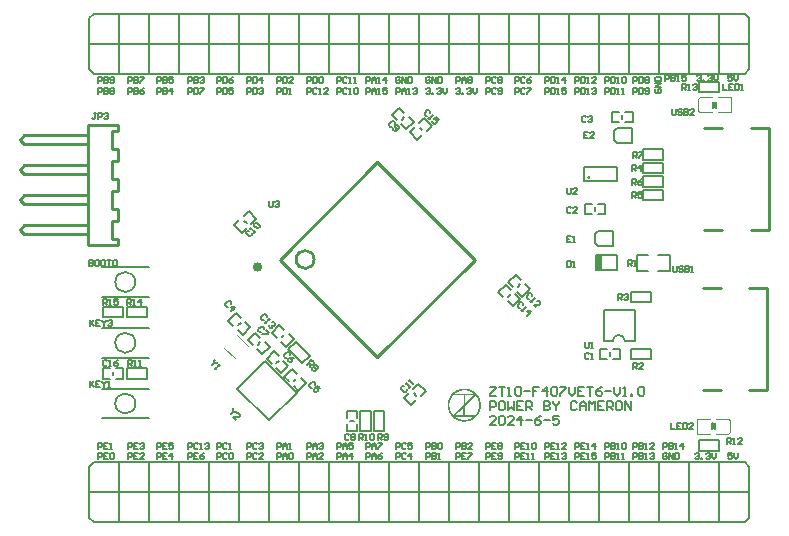
<source format=gto>
G04*
G04 #@! TF.GenerationSoftware,Altium Limited,Altium Designer,20.2.6 (244)*
G04*
G04 Layer_Color=65535*
%FSLAX25Y25*%
%MOIN*%
G70*
G04*
G04 #@! TF.SameCoordinates,BD9F10C3-12C2-414E-BCE1-0B8FED7F425F*
G04*
G04*
G04 #@! TF.FilePolarity,Positive*
G04*
G01*
G75*
%ADD10C,0.01000*%
%ADD11C,0.00591*%
%ADD12C,0.00800*%
%ADD13C,0.01500*%
%ADD14C,0.00012*%
%ADD15C,0.00400*%
%ADD16C,0.00600*%
%ADD17C,0.00787*%
%ADD18C,0.00500*%
%ADD19C,0.00394*%
D10*
X308038Y206400D02*
G03*
X308038Y206400I-100J0D01*
G01*
X216458Y179000D02*
G03*
X216458Y179000I-3000J0D01*
G01*
X346000Y135500D02*
X352000D01*
X361500Y169500D02*
X367500D01*
Y135500D02*
Y169500D01*
X361500Y135500D02*
X367500D01*
X346000Y169500D02*
X352000D01*
X346500Y189000D02*
X352500D01*
X362000Y223000D02*
X368000D01*
Y189000D02*
Y223000D01*
X362000Y189000D02*
X368000D01*
X346500Y223000D02*
X352500D01*
X118500Y219000D02*
X119878Y220378D01*
X120417D01*
X118500Y219000D02*
X119878Y217622D01*
X120417D01*
X151000Y222000D02*
Y224000D01*
X149000Y222000D02*
X151000D01*
X149000Y221000D02*
Y222000D01*
Y216000D02*
Y221000D01*
Y216000D02*
X151000D01*
Y214000D02*
Y216000D01*
X141000Y224000D02*
X151000D01*
X141000Y214000D02*
Y224000D01*
X120417Y217622D02*
X141000D01*
X120417Y220378D02*
X141000D01*
X120417Y190378D02*
X141000D01*
X120417Y187622D02*
X141000D01*
Y184000D02*
X151000D01*
X141000D02*
Y194000D01*
X151000Y184000D02*
Y186000D01*
X149000D02*
X151000D01*
X149000D02*
Y191000D01*
Y192000D01*
X151000D01*
Y194000D01*
X119878Y187622D02*
X120417D01*
X118500Y189000D02*
X119878Y187622D01*
Y190378D02*
X120417D01*
X118500Y189000D02*
X119878Y190378D01*
X118500Y199000D02*
X119878Y200378D01*
X120417D01*
X118500Y199000D02*
X119878Y197622D01*
X120417D01*
X151000Y202000D02*
Y204000D01*
X149000Y202000D02*
X151000D01*
X149000Y201000D02*
Y202000D01*
Y196000D02*
Y201000D01*
Y196000D02*
X151000D01*
Y194000D02*
Y196000D01*
X141000Y194000D02*
Y204000D01*
X120417Y197622D02*
X141000D01*
X120417Y200378D02*
X141000D01*
X120417Y210378D02*
X141000D01*
X120417Y207622D02*
X141000D01*
Y204000D02*
Y214000D01*
X151000Y204000D02*
Y206000D01*
X149000D02*
X151000D01*
X149000D02*
Y211000D01*
Y212000D01*
X151000D01*
Y214000D01*
X119878Y207622D02*
X120417D01*
X118500Y209000D02*
X119878Y207622D01*
Y210378D02*
X120417D01*
X118500Y209000D02*
X119878Y210378D01*
X204973Y179000D02*
X237500Y146473D01*
Y211527D02*
X270027Y179000D01*
X204973D02*
X237500Y211527D01*
Y146473D02*
X270027Y179000D01*
D11*
X156846Y171500D02*
G03*
X156846Y171500I-3347J0D01*
G01*
Y131000D02*
G03*
X156846Y131000I-3347J0D01*
G01*
Y151250D02*
G03*
X156846Y151250I-3347J0D01*
G01*
D12*
X319956Y151898D02*
G03*
X317956Y153898I-2000J0D01*
G01*
X318019D02*
G03*
X316019Y151898I0J-2000D01*
G01*
X141500Y101500D02*
X361500D01*
X151500Y91500D02*
Y111500D01*
X161500Y91500D02*
Y111500D01*
X171500Y91500D02*
Y111500D01*
X181500Y91500D02*
Y111500D01*
X191500Y91500D02*
Y111500D01*
X201500Y91500D02*
Y111500D01*
X211500Y91500D02*
Y111500D01*
X221500Y91500D02*
Y111500D01*
X231500Y91500D02*
Y111500D01*
X241500Y91500D02*
Y111500D01*
X251500Y91500D02*
Y111500D01*
X261500Y91500D02*
Y111500D01*
X271500Y91500D02*
Y111500D01*
X281500Y91500D02*
Y111500D01*
X291500Y91500D02*
Y111500D01*
X301500Y91500D02*
Y111500D01*
X311500Y91500D02*
Y111500D01*
X321500Y91500D02*
Y111500D01*
X331500Y91500D02*
Y111500D01*
X341500Y91500D02*
Y111500D01*
X351500Y91500D02*
Y111500D01*
X360000D02*
X361500Y110000D01*
X360000Y91500D02*
X361500Y93000D01*
X141500D02*
X143000Y91500D01*
X360000D01*
X143000Y111500D02*
X360000D01*
X141500Y110000D02*
X143000Y111500D01*
X141500Y93000D02*
Y110000D01*
X319995Y151898D02*
X323302D01*
X313066D02*
X315995D01*
X141500Y242500D02*
Y259500D01*
X143000Y261000D01*
X360000D01*
X143000Y241000D02*
X360000D01*
X141500Y242500D02*
X143000Y241000D01*
X360000D02*
X361500Y242500D01*
X360000Y261000D02*
X361500Y259500D01*
X351500Y241000D02*
Y261000D01*
X341500Y241000D02*
Y261000D01*
X331500Y241000D02*
Y261000D01*
X321500Y241000D02*
Y261000D01*
X311500Y241000D02*
Y261000D01*
X301500Y241000D02*
Y261000D01*
X291500Y241000D02*
Y261000D01*
X281500Y241000D02*
Y261000D01*
X271500Y241000D02*
Y261000D01*
X261500Y241000D02*
Y261000D01*
X251500Y241000D02*
Y261000D01*
X241500Y241000D02*
Y261000D01*
X231500Y241000D02*
Y261000D01*
X221500Y241000D02*
Y261000D01*
X211500Y241000D02*
Y261000D01*
X201500Y241000D02*
Y261000D01*
X191500Y241000D02*
Y261000D01*
X181500Y241000D02*
Y261000D01*
X171500Y241000D02*
Y261000D01*
X161500Y241000D02*
Y261000D01*
X151500Y241000D02*
Y261000D01*
X141500Y251000D02*
X361500D01*
D13*
X198299Y176525D02*
G03*
X198299Y176525I-750J0D01*
G01*
D14*
X261114Y131679D02*
X261281D01*
X261114Y131667D02*
X261281D01*
X261114Y131655D02*
X261281D01*
X261102Y131643D02*
X261281D01*
X261102Y131631D02*
X261269D01*
X261102Y131619D02*
X261269D01*
X261102Y131607D02*
X261269D01*
X261102Y131595D02*
X261269D01*
X261089Y131583D02*
X261269D01*
X261089Y131571D02*
X261258D01*
X261089Y131559D02*
X261258D01*
X261089Y131547D02*
X261258D01*
X261089Y131535D02*
X261258D01*
X261089Y131523D02*
X261258D01*
X261077Y131511D02*
X261258D01*
X261077Y131499D02*
X261245D01*
X261077Y131487D02*
X261245D01*
X261077Y131475D02*
X261245D01*
X261077Y131463D02*
X261245D01*
X261077Y131451D02*
X261245D01*
X261066Y131439D02*
X261245D01*
X261066Y131427D02*
X261245D01*
X261066Y131415D02*
X261233D01*
X261066Y131403D02*
X261233D01*
X261066Y131391D02*
X261233D01*
X261066Y131379D02*
X261233D01*
X261066Y131367D02*
X261233D01*
X261053Y131355D02*
X261233D01*
X261053Y131343D02*
X261233D01*
X261053Y131331D02*
X261222D01*
X261053Y131319D02*
X261222D01*
X261053Y131307D02*
X261222D01*
X261053Y131295D02*
X261222D01*
X261053Y131283D02*
X261222D01*
X261041Y131271D02*
X261222D01*
X261041Y131259D02*
X261222D01*
X261041Y131247D02*
X261222D01*
X261041Y131235D02*
X261222D01*
X261041Y131223D02*
X261210D01*
X261041Y131211D02*
X261210D01*
X261041Y131199D02*
X261210D01*
X261041Y131187D02*
X261210D01*
X261041Y131175D02*
X261210D01*
X261030Y131163D02*
X261210D01*
X261030Y131151D02*
X261210D01*
X261030Y131139D02*
X261210D01*
X261030Y131127D02*
X261210D01*
X261030Y131115D02*
X261210D01*
X261030Y131103D02*
X261210D01*
X261030Y131091D02*
X261197D01*
X261030Y131079D02*
X261197D01*
X261030Y131067D02*
X261197D01*
X261030Y131055D02*
X261197D01*
X261030Y131043D02*
X261197D01*
X261030Y131031D02*
X261197D01*
X261017Y131019D02*
X261197D01*
X261017Y131007D02*
X261197D01*
X261017Y130995D02*
X261197D01*
X261017Y130983D02*
X261197D01*
X261017Y130971D02*
X261197D01*
X261017Y130959D02*
X261197D01*
X261017Y130947D02*
X261197D01*
X261017Y130935D02*
X261197D01*
X261017Y130923D02*
X261197D01*
X261017Y130911D02*
X261186D01*
X261017Y130899D02*
X261186D01*
X261017Y130887D02*
X261186D01*
X261017Y130875D02*
X261186D01*
X261017Y130863D02*
X261186D01*
X261017Y130851D02*
X261186D01*
X261017Y130839D02*
X261186D01*
X261017Y130827D02*
X261186D01*
X261017Y130815D02*
X261186D01*
X261017Y130803D02*
X261186D01*
X261005Y130791D02*
X261186D01*
X261005Y130779D02*
X261186D01*
X261005Y130767D02*
X261186D01*
X261005Y130755D02*
X261186D01*
X261005Y130743D02*
X261186D01*
X261005Y130731D02*
X261186D01*
X261005Y130719D02*
X261186D01*
X261005Y130707D02*
X261186D01*
X261005Y130695D02*
X261186D01*
X261005Y130683D02*
X261186D01*
X261005Y130671D02*
X261186D01*
X261005Y130659D02*
X261186D01*
X261005Y130647D02*
X261186D01*
X261005Y130635D02*
X261186D01*
X261005Y130623D02*
X261186D01*
X261005Y130611D02*
X261186D01*
X261005Y130599D02*
X261186D01*
X261005Y130587D02*
X261186D01*
X261005Y130575D02*
X261186D01*
X261005Y130563D02*
X261186D01*
X261005Y130551D02*
X261186D01*
X261005Y130539D02*
X261186D01*
X261005Y130527D02*
X261186D01*
X261005Y130515D02*
X261186D01*
X261005Y130503D02*
X261186D01*
X261005Y130491D02*
X261186D01*
X261005Y130479D02*
X261186D01*
X261017Y130467D02*
X261186D01*
X261017Y130455D02*
X261186D01*
X261017Y130443D02*
X261186D01*
X261017Y130431D02*
X261186D01*
X261017Y130419D02*
X261186D01*
X261017Y130407D02*
X261186D01*
X261017Y130395D02*
X261186D01*
X261017Y130383D02*
X261186D01*
X261017Y130371D02*
X261186D01*
X261017Y130359D02*
X261186D01*
X261017Y130347D02*
X261197D01*
X261017Y130335D02*
X261197D01*
X261017Y130323D02*
X261197D01*
X261017Y130311D02*
X261197D01*
X261017Y130299D02*
X261197D01*
X261017Y130287D02*
X261197D01*
X261017Y130275D02*
X261197D01*
X261017Y130263D02*
X261197D01*
X261017Y130251D02*
X261197D01*
X261030Y130239D02*
X261197D01*
X261030Y130227D02*
X261197D01*
X261030Y130215D02*
X261197D01*
X261030Y130203D02*
X261197D01*
X261030Y130191D02*
X261197D01*
X261030Y130179D02*
X261197D01*
X261030Y130167D02*
X261210D01*
X261030Y130155D02*
X261210D01*
X261030Y130143D02*
X261210D01*
X261030Y130131D02*
X261210D01*
X261030Y130119D02*
X261210D01*
X261030Y130107D02*
X261210D01*
X261041Y130095D02*
X261210D01*
X261041Y130083D02*
X261210D01*
X261041Y130071D02*
X261210D01*
X261041Y130059D02*
X261210D01*
X261041Y130047D02*
X261210D01*
X261041Y130035D02*
X261222D01*
X261041Y130023D02*
X261222D01*
X261041Y130011D02*
X261222D01*
X261041Y129999D02*
X261222D01*
X261053Y129987D02*
X261222D01*
X261053Y129975D02*
X261222D01*
X261053Y129963D02*
X261222D01*
X261053Y129951D02*
X261222D01*
X261053Y129939D02*
X261222D01*
X261053Y129927D02*
X261233D01*
X261053Y129915D02*
X261233D01*
X261066Y129903D02*
X261233D01*
X261066Y129891D02*
X261233D01*
X261066Y129879D02*
X261233D01*
X261066Y129867D02*
X261233D01*
X261066Y129855D02*
X261233D01*
X261066Y129843D02*
X261245D01*
X261066Y129831D02*
X261245D01*
X261077Y129819D02*
X261245D01*
X261077Y129807D02*
X261245D01*
X261077Y129795D02*
X261245D01*
X261077Y129783D02*
X261245D01*
X261077Y129771D02*
X261245D01*
X261077Y129759D02*
X261258D01*
X261089Y129747D02*
X261258D01*
X261089Y129735D02*
X261258D01*
X261089Y129723D02*
X261258D01*
X261089Y129711D02*
X261258D01*
X261089Y129699D02*
X261258D01*
X261089Y129687D02*
X261269D01*
X261102Y129675D02*
X261269D01*
X261102Y129663D02*
X261269D01*
X261102Y129651D02*
X261269D01*
X261102Y129639D02*
X261269D01*
X261102Y129627D02*
X261281D01*
X261114Y129615D02*
X261281D01*
X261114Y129603D02*
X261281D01*
X261114Y129591D02*
X261281D01*
X261114Y129579D02*
X261281D01*
X261114Y129567D02*
X261294D01*
X261125Y129555D02*
X261294D01*
X261125Y129543D02*
X261294D01*
X261125Y129531D02*
X261294D01*
X261125Y129519D02*
X261294D01*
X261125Y129507D02*
X261305D01*
X261138Y129495D02*
X261305D01*
X261138Y129483D02*
X261305D01*
X261138Y129471D02*
X261305D01*
X261138Y129459D02*
X261317D01*
X261138Y129447D02*
X261317D01*
X261150Y129435D02*
X261317D01*
X261150Y129423D02*
X261317D01*
X261150Y129411D02*
X261317D01*
X261150Y129399D02*
X261330D01*
X261161Y129387D02*
X261330D01*
X261161Y129375D02*
X261330D01*
X261161Y129363D02*
X261330D01*
X261161Y129351D02*
X261342D01*
X261174Y129339D02*
X261342D01*
X261174Y129327D02*
X261342D01*
X261174Y129315D02*
X261342D01*
X261174Y129303D02*
X261353D01*
X261186Y129291D02*
X261353D01*
X261186Y129279D02*
X261353D01*
X261186Y129267D02*
X261353D01*
X261197Y129255D02*
X261366D01*
X261197Y129243D02*
X261366D01*
X261197Y129231D02*
X261366D01*
X261197Y129219D02*
X261378D01*
X261210Y129207D02*
X261378D01*
X261210Y129195D02*
X261378D01*
X261210Y129183D02*
X261378D01*
X261210Y129171D02*
X261389D01*
X261222Y129159D02*
X261389D01*
X261222Y129147D02*
X261389D01*
X261222Y129135D02*
X261402D01*
X261233Y129123D02*
X261402D01*
X261233Y129111D02*
X261402D01*
X261233Y129099D02*
X261402D01*
X261245Y129087D02*
X261414D01*
X261245Y129075D02*
X261414D01*
X261245Y129063D02*
X261414D01*
X264714D02*
X264978D01*
X261245Y129051D02*
X261425D01*
X264702D02*
X264966D01*
X261258Y129039D02*
X261425D01*
X264689D02*
X264953D01*
X261258Y129027D02*
X261425D01*
X264678D02*
X264942D01*
X261258Y129015D02*
X261438D01*
X264666D02*
X264930D01*
X261269Y129003D02*
X261438D01*
X264653D02*
X264917D01*
X261269Y128991D02*
X261438D01*
X264641D02*
X264906D01*
X261269Y128979D02*
X261450D01*
X264630D02*
X264894D01*
X261281Y128967D02*
X261450D01*
X264617D02*
X264881D01*
X261281Y128955D02*
X261450D01*
X264605D02*
X264869D01*
X261281Y128943D02*
X261461D01*
X264594D02*
X264858D01*
X261294Y128931D02*
X261461D01*
X264581D02*
X264845D01*
X261294Y128919D02*
X261461D01*
X264569D02*
X264833D01*
X261294Y128907D02*
X261473D01*
X264558D02*
X264822D01*
X261305Y128895D02*
X261473D01*
X264545D02*
X264809D01*
X261305Y128883D02*
X261473D01*
X264533D02*
X264797D01*
X261305Y128871D02*
X261486D01*
X264522D02*
X264786D01*
X261317Y128859D02*
X261486D01*
X264510D02*
X264774D01*
X261317Y128847D02*
X261486D01*
X264497D02*
X264761D01*
X261317Y128835D02*
X261497D01*
X264486D02*
X264750D01*
X261330Y128823D02*
X261497D01*
X264474D02*
X264738D01*
X261330Y128811D02*
X261509D01*
X264461D02*
X264725D01*
X261342Y128799D02*
X261509D01*
X264450D02*
X264714D01*
X261342Y128787D02*
X261509D01*
X264438D02*
X264689D01*
X261342Y128775D02*
X261522D01*
X264425D02*
X264678D01*
X261353Y128763D02*
X261522D01*
X264413D02*
X264666D01*
X261353Y128751D02*
X261522D01*
X264402D02*
X264653D01*
X261353Y128739D02*
X261533D01*
X264389D02*
X264641D01*
X261366Y128727D02*
X261533D01*
X264377D02*
X264630D01*
X261366Y128715D02*
X261545D01*
X264366D02*
X264617D01*
X261378Y128703D02*
X261545D01*
X264353D02*
X264605D01*
X261378Y128691D02*
X261545D01*
X264341D02*
X264594D01*
X261378Y128679D02*
X261558D01*
X264330D02*
X264581D01*
X261389Y128667D02*
X261558D01*
X264317D02*
X264569D01*
X261389Y128655D02*
X261569D01*
X264305D02*
X264558D01*
X261402Y128643D02*
X261569D01*
X264294D02*
X264545D01*
X261402Y128631D02*
X261569D01*
X264282D02*
X264533D01*
X261402Y128619D02*
X261581D01*
X264269D02*
X264522D01*
X261414Y128607D02*
X261581D01*
X264258D02*
X264510D01*
X261414Y128595D02*
X261594D01*
X264233D02*
X264497D01*
X261425Y128583D02*
X261594D01*
X264222D02*
X264486D01*
X261425Y128571D02*
X261606D01*
X264210D02*
X264474D01*
X261425Y128559D02*
X261606D01*
X264197D02*
X264461D01*
X261438Y128547D02*
X261606D01*
X264186D02*
X264450D01*
X261438Y128535D02*
X261617D01*
X264174D02*
X264438D01*
X261450Y128523D02*
X261617D01*
X264161D02*
X264425D01*
X261450Y128511D02*
X261630D01*
X264149D02*
X264413D01*
X261461Y128499D02*
X261630D01*
X264138D02*
X264402D01*
X261461Y128487D02*
X261642D01*
X264125D02*
X264389D01*
X261473Y128475D02*
X261642D01*
X264113D02*
X264377D01*
X261473Y128463D02*
X261653D01*
X264102D02*
X264366D01*
X261473Y128451D02*
X261653D01*
X264089D02*
X264353D01*
X261486Y128439D02*
X261653D01*
X264077D02*
X264341D01*
X261486Y128427D02*
X261666D01*
X264066D02*
X264330D01*
X261497Y128415D02*
X261666D01*
X264054D02*
X264317D01*
X261497Y128403D02*
X261678D01*
X264041D02*
X264305D01*
X261509Y128391D02*
X261678D01*
X264030D02*
X264294D01*
X261509Y128379D02*
X261689D01*
X264018D02*
X264282D01*
X261522Y128367D02*
X261689D01*
X264005D02*
X264269D01*
X261522Y128355D02*
X261701D01*
X263994D02*
X264258D01*
X261533Y128343D02*
X261701D01*
X263982D02*
X264246D01*
X261533Y128331D02*
X261714D01*
X263969D02*
X264233D01*
X261545Y128319D02*
X261714D01*
X263958D02*
X264222D01*
X261545Y128307D02*
X261725D01*
X263946D02*
X264210D01*
X261558Y128295D02*
X261725D01*
X263933D02*
X264197D01*
X261558Y128283D02*
X261737D01*
X263921D02*
X264186D01*
X261569Y128271D02*
X261737D01*
X263910D02*
X264174D01*
X261569Y128259D02*
X261750D01*
X263897D02*
X264161D01*
X261581Y128247D02*
X261750D01*
X263885D02*
X264149D01*
X261581Y128235D02*
X261761D01*
X263874D02*
X264138D01*
X261594Y128223D02*
X261761D01*
X263861D02*
X264125D01*
X261594Y128211D02*
X261773D01*
X263849D02*
X264113D01*
X261606Y128199D02*
X261773D01*
X263838D02*
X264089D01*
X261606Y128187D02*
X261786D01*
X263825D02*
X264077D01*
X261617Y128175D02*
X261786D01*
X263813D02*
X264066D01*
X261617Y128163D02*
X261797D01*
X263802D02*
X264054D01*
X261630Y128151D02*
X261809D01*
X263790D02*
X264041D01*
X261630Y128139D02*
X261809D01*
X263777D02*
X264030D01*
X261642Y128127D02*
X261822D01*
X263766D02*
X264018D01*
X261642Y128115D02*
X261822D01*
X263754D02*
X264005D01*
X261653Y128103D02*
X261834D01*
X263741D02*
X263994D01*
X261653Y128091D02*
X261834D01*
X263730D02*
X263982D01*
X261666Y128079D02*
X261845D01*
X263718D02*
X263969D01*
X261666Y128067D02*
X261845D01*
X263705D02*
X263958D01*
X261678Y128055D02*
X261858D01*
X263693D02*
X263946D01*
X261689Y128043D02*
X261870D01*
X263682D02*
X263933D01*
X261689Y128031D02*
X261870D01*
X263669D02*
X263921D01*
X261701Y128019D02*
X261881D01*
X263657D02*
X263910D01*
X261701Y128007D02*
X261881D01*
X263646D02*
X263897D01*
X261714Y127995D02*
X261894D01*
X263621D02*
X263885D01*
X261714Y127983D02*
X261894D01*
X263610D02*
X263874D01*
X261725Y127971D02*
X261906D01*
X263597D02*
X263861D01*
X261737Y127959D02*
X261917D01*
X263585D02*
X263849D01*
X261737Y127947D02*
X261917D01*
X263574D02*
X263838D01*
X261750Y127935D02*
X261929D01*
X263562D02*
X263825D01*
X261750Y127923D02*
X261942D01*
X263549D02*
X263813D01*
X261761Y127911D02*
X261942D01*
X263538D02*
X263802D01*
X261773Y127899D02*
X261953D01*
X263526D02*
X263790D01*
X261773Y127887D02*
X261953D01*
X263513D02*
X263777D01*
X261786Y127875D02*
X261965D01*
X263502D02*
X263766D01*
X261786Y127863D02*
X261978D01*
X263490D02*
X263754D01*
X261797Y127851D02*
X261978D01*
X263477D02*
X263741D01*
X261809Y127839D02*
X261989D01*
X263465D02*
X263730D01*
X261809Y127827D02*
X262001D01*
X263454D02*
X263718D01*
X261822Y127815D02*
X262001D01*
X263441D02*
X263705D01*
X261822Y127803D02*
X262014D01*
X263429D02*
X263693D01*
X261834Y127791D02*
X262014D01*
X263418D02*
X263682D01*
X261845Y127779D02*
X262025D01*
X263405D02*
X263669D01*
X261845Y127767D02*
X262037D01*
X263393D02*
X263657D01*
X261858Y127755D02*
X262037D01*
X263382D02*
X263646D01*
X261870Y127743D02*
X262050D01*
X263369D02*
X263633D01*
X261870Y127731D02*
X262062D01*
X263357D02*
X263621D01*
X261881Y127719D02*
X262062D01*
X263346D02*
X263610D01*
X261894Y127707D02*
X262073D01*
X263334D02*
X263597D01*
X261894Y127695D02*
X262086D01*
X263321D02*
X263585D01*
X261906Y127683D02*
X262098D01*
X263310D02*
X263574D01*
X261917Y127671D02*
X262098D01*
X263298D02*
X263562D01*
X261917Y127659D02*
X262109D01*
X263285D02*
X263549D01*
X261929Y127647D02*
X262122D01*
X263274D02*
X263538D01*
X261942Y127635D02*
X262122D01*
X263262D02*
X263526D01*
X261942Y127623D02*
X262134D01*
X263249D02*
X263513D01*
X261953Y127611D02*
X262145D01*
X263238D02*
X263502D01*
X261965Y127599D02*
X262158D01*
X263226D02*
X263477D01*
X261965Y127587D02*
X262158D01*
X263213D02*
X263465D01*
X261978Y127575D02*
X262170D01*
X263201D02*
X263454D01*
X261989Y127563D02*
X262181D01*
X263190D02*
X263441D01*
X261989Y127551D02*
X262181D01*
X263177D02*
X263429D01*
X262001Y127539D02*
X262193D01*
X263165D02*
X263418D01*
X262014Y127527D02*
X262206D01*
X263154D02*
X263405D01*
X262025Y127515D02*
X262217D01*
X263141D02*
X263393D01*
X262025Y127503D02*
X262217D01*
X263129D02*
X263382D01*
X262037Y127491D02*
X262229D01*
X263118D02*
X263369D01*
X262050Y127479D02*
X262242D01*
X263106D02*
X263357D01*
X262062Y127467D02*
X262253D01*
X263093D02*
X263346D01*
X262062Y127455D02*
X262265D01*
X263082D02*
X263334D01*
X262073Y127443D02*
X262265D01*
X263070D02*
X263321D01*
X262086Y127431D02*
X262278D01*
X263057D02*
X263310D01*
X262098Y127419D02*
X262290D01*
X263046D02*
X263298D01*
X262098Y127407D02*
X262301D01*
X263021D02*
X263285D01*
X262109Y127395D02*
X262301D01*
X263010D02*
X263274D01*
X262122Y127383D02*
X262314D01*
X262998D02*
X263262D01*
X262134Y127371D02*
X262326D01*
X262985D02*
X263249D01*
X262134Y127359D02*
X262337D01*
X262973D02*
X263238D01*
X262145Y127347D02*
X262350D01*
X262962D02*
X263226D01*
X262158Y127335D02*
X262362D01*
X262949D02*
X263213D01*
X262170Y127323D02*
X262362D01*
X262937D02*
X263201D01*
X262181Y127311D02*
X262373D01*
X262926D02*
X263190D01*
X262181Y127299D02*
X262386D01*
X262913D02*
X263177D01*
X262193Y127287D02*
X262398D01*
X262901D02*
X263165D01*
X262206Y127275D02*
X262409D01*
X262890D02*
X263154D01*
X262217Y127263D02*
X262421D01*
X262877D02*
X263141D01*
X262229Y127251D02*
X262421D01*
X262865D02*
X263129D01*
X262229Y127239D02*
X262434D01*
X262854D02*
X263118D01*
X262242Y127227D02*
X262445D01*
X262842D02*
X263106D01*
X262253Y127215D02*
X262457D01*
X262829D02*
X263093D01*
X262265Y127203D02*
X262470D01*
X262818D02*
X263082D01*
X262278Y127191D02*
X262481D01*
X262806D02*
X263070D01*
X262290Y127179D02*
X262493D01*
X262793D02*
X263057D01*
X262301Y127167D02*
X262506D01*
X262782D02*
X263046D01*
X262301Y127155D02*
X262517D01*
X262770D02*
X263034D01*
X262314Y127143D02*
X262517D01*
X262757D02*
X263021D01*
X262326Y127131D02*
X262529D01*
X262745D02*
X263010D01*
X262337Y127119D02*
X262542D01*
X262734D02*
X262998D01*
X262350Y127107D02*
X262554D01*
X262721D02*
X262985D01*
X262362Y127095D02*
X262565D01*
X262709D02*
X262973D01*
X262373Y127083D02*
X262578D01*
X262698D02*
X262962D01*
X262386Y127071D02*
X262590D01*
X262685D02*
X262962D01*
X262386Y127059D02*
X262601D01*
X262673D02*
X262962D01*
X262398Y127047D02*
X264833D01*
X262614Y126831D02*
X262901D01*
X262626Y126819D02*
X262901D01*
X262637Y126807D02*
X262901D01*
X262649Y126795D02*
X262901D01*
X262662Y126783D02*
X262913D01*
X262673Y126771D02*
X262926D01*
X262685Y126759D02*
X262949D01*
X262698Y126747D02*
X262962D01*
X262709Y126735D02*
X262973D01*
X262721Y126723D02*
X262985D01*
X262734Y126711D02*
X262998D01*
X262745Y126699D02*
X263010D01*
X262757Y126687D02*
X263034D01*
X262782Y126675D02*
X263046D01*
X262793Y126663D02*
X263057D01*
X262806Y126651D02*
X263070D01*
X262818Y126639D02*
X263082D01*
X262829Y126627D02*
X263106D01*
X262842Y126615D02*
X263118D01*
X262854Y126603D02*
X263129D01*
X262877Y126591D02*
X263141D01*
X262890Y126579D02*
X263165D01*
X262901Y126567D02*
X263177D01*
X262913Y126555D02*
X263190D01*
X262926Y126543D02*
X263213D01*
X262937Y126531D02*
X263226D01*
X262962Y126519D02*
X263238D01*
X262973Y126507D02*
X263262D01*
X262985Y126495D02*
X263274D01*
X262998Y126483D02*
X263285D01*
X263021Y126471D02*
X263310D01*
X263034Y126459D02*
X263321D01*
X263046Y126447D02*
X263334D01*
X263057Y126435D02*
X263357D01*
X263082Y126423D02*
X263369D01*
X263093Y126411D02*
X263393D01*
X263106Y126399D02*
X263405D01*
X263129Y126387D02*
X263429D01*
X263141Y126375D02*
X263441D01*
X263154Y126363D02*
X263454D01*
X263177Y126351D02*
X263477D01*
X263190Y126339D02*
X263502D01*
X263201Y126327D02*
X263513D01*
X263226Y126315D02*
X263538D01*
X263238Y126303D02*
X263549D01*
X263249Y126291D02*
X263574D01*
X263274Y126279D02*
X263585D01*
X263285Y126267D02*
X263610D01*
X263310Y126255D02*
X263621D01*
X263321Y126243D02*
X263646D01*
X263346Y126231D02*
X263669D01*
X263357Y126219D02*
X263682D01*
X263382Y126207D02*
X263705D01*
X263393Y126195D02*
X263730D01*
X263418Y126183D02*
X263741D01*
X263429Y126171D02*
X263766D01*
X263454Y126159D02*
X263790D01*
X263465Y126147D02*
X263813D01*
X263490Y126135D02*
X263838D01*
X263502Y126123D02*
X263849D01*
X263526Y126111D02*
X263874D01*
X263549Y126099D02*
X263897D01*
X263562Y126087D02*
X263921D01*
X263585Y126075D02*
X263946D01*
X263610Y126063D02*
X263969D01*
X263621Y126051D02*
X263994D01*
X263646Y126039D02*
X264018D01*
X263669Y126027D02*
X264041D01*
X263682Y126015D02*
X264066D01*
X263705Y126003D02*
X264089D01*
X263730Y125991D02*
X264113D01*
X263754Y125979D02*
X264138D01*
X263766Y125967D02*
X264161D01*
X263790Y125955D02*
X264186D01*
X263813Y125943D02*
X264210D01*
X263838Y125931D02*
X264246D01*
X263861Y125919D02*
X264269D01*
X263885Y125907D02*
X264294D01*
X263910Y125895D02*
X264330D01*
X263933Y125883D02*
X264353D01*
X263958Y125871D02*
X264389D01*
X263982Y125859D02*
X264413D01*
X264005Y125847D02*
X264438D01*
X264030Y125835D02*
X264474D01*
X264054Y125823D02*
X264510D01*
X264077Y125811D02*
X264533D01*
X264102Y125799D02*
X264569D01*
X264125Y125787D02*
X264605D01*
X264149Y125775D02*
X264641D01*
X264186Y125763D02*
X264678D01*
X264210Y125751D02*
X264714D01*
X264233Y125739D02*
X264750D01*
X264258Y125727D02*
X264786D01*
X264294Y125715D02*
X264822D01*
X264317Y125703D02*
X264869D01*
X264353Y125691D02*
X264906D01*
X264377Y125679D02*
X264953D01*
X264377Y135591D02*
X264953D01*
X264353Y135579D02*
X264906D01*
X264317Y135567D02*
X264869D01*
X264294Y135555D02*
X264822D01*
X264258Y135543D02*
X264786D01*
X264233Y135531D02*
X264750D01*
X264210Y135519D02*
X264714D01*
X264186Y135507D02*
X264678D01*
X264149Y135495D02*
X264641D01*
X264125Y135483D02*
X264605D01*
X264102Y135471D02*
X264569D01*
X264077Y135459D02*
X264533D01*
X264054Y135447D02*
X264510D01*
X264030Y135435D02*
X264474D01*
X264005Y135423D02*
X264450D01*
X263982Y135411D02*
X264413D01*
X263958Y135399D02*
X264389D01*
X263933Y135387D02*
X264353D01*
X263910Y135375D02*
X264330D01*
X263885Y135363D02*
X264294D01*
X263861Y135351D02*
X264269D01*
X263838Y135339D02*
X264246D01*
X263813Y135327D02*
X264210D01*
X263790Y135315D02*
X264186D01*
X263766Y135303D02*
X264161D01*
X263754Y135291D02*
X264138D01*
X263730Y135279D02*
X264113D01*
X263705Y135267D02*
X264089D01*
X263682Y135255D02*
X264066D01*
X263669Y135243D02*
X264041D01*
X263646Y135231D02*
X264018D01*
X263621Y135219D02*
X263994D01*
X263610Y135207D02*
X263969D01*
X263585Y135195D02*
X263946D01*
X263562Y135183D02*
X263921D01*
X263549Y135171D02*
X263897D01*
X263526Y135159D02*
X263874D01*
X263502Y135147D02*
X263849D01*
X263490Y135135D02*
X263838D01*
X263465Y135123D02*
X263813D01*
X263454Y135111D02*
X263790D01*
X263429Y135099D02*
X263766D01*
X263418Y135087D02*
X263741D01*
X263393Y135075D02*
X263730D01*
X263382Y135063D02*
X263705D01*
X263357Y135051D02*
X263682D01*
X263346Y135039D02*
X263669D01*
X263321Y135027D02*
X263646D01*
X263310Y135015D02*
X263621D01*
X263285Y135003D02*
X263610D01*
X263274Y134991D02*
X263585D01*
X263262Y134979D02*
X263574D01*
X263238Y134967D02*
X263549D01*
X263226Y134955D02*
X263538D01*
X263201Y134943D02*
X263513D01*
X263190Y134931D02*
X263502D01*
X263177Y134919D02*
X263477D01*
X263154Y134907D02*
X263454D01*
X263141Y134895D02*
X263441D01*
X263129Y134883D02*
X263429D01*
X263106Y134871D02*
X263405D01*
X263093Y134859D02*
X263393D01*
X263082Y134847D02*
X263369D01*
X263057Y134835D02*
X263357D01*
X263046Y134823D02*
X263334D01*
X263034Y134811D02*
X263321D01*
X263021Y134799D02*
X263310D01*
X262998Y134787D02*
X263285D01*
X262985Y134775D02*
X263274D01*
X262973Y134763D02*
X263262D01*
X262962Y134751D02*
X263238D01*
X262937Y134739D02*
X263226D01*
X262926Y134727D02*
X263213D01*
X262913Y134715D02*
X263190D01*
X262901Y134703D02*
X263177D01*
X262890Y134691D02*
X263165D01*
X262877Y134679D02*
X263141D01*
X262854Y134667D02*
X263129D01*
X262842Y134655D02*
X263118D01*
X262829Y134643D02*
X263106D01*
X262818Y134631D02*
X263082D01*
X262806Y134619D02*
X263070D01*
X262793Y134607D02*
X263057D01*
X262782Y134595D02*
X263046D01*
X262757Y134583D02*
X263034D01*
X262745Y134571D02*
X263010D01*
X262734Y134559D02*
X262998D01*
X262721Y134547D02*
X262985D01*
X262709Y134535D02*
X262973D01*
X262698Y134523D02*
X262962D01*
X262685Y134511D02*
X262949D01*
X262673Y134499D02*
X262926D01*
X262662Y134487D02*
X262913D01*
X262649Y134475D02*
X262901D01*
X262637Y134463D02*
X262890D01*
X262626Y134451D02*
X262877D01*
X262614Y134439D02*
X262865D01*
X262601Y134427D02*
X262854D01*
X262590Y134415D02*
X262842D01*
X262578Y134403D02*
X262829D01*
X262565Y134391D02*
X262818D01*
X262554Y134379D02*
X262806D01*
X262542Y134367D02*
X262793D01*
X262529Y134355D02*
X262782D01*
X262517Y134343D02*
X262757D01*
X262506Y134331D02*
X262757D01*
X262314Y134127D02*
X262529D01*
X262301Y134115D02*
X262517D01*
X262301Y134103D02*
X262506D01*
X262290Y134091D02*
X262493D01*
X262278Y134079D02*
X262481D01*
X262265Y134067D02*
X262470D01*
X262253Y134055D02*
X262457D01*
X262242Y134043D02*
X262445D01*
X262229Y134031D02*
X262434D01*
X262229Y134019D02*
X262421D01*
X262217Y134007D02*
X262421D01*
X262206Y133995D02*
X262409D01*
X262193Y133983D02*
X262398D01*
X262181Y133971D02*
X262386D01*
X262181Y133959D02*
X262373D01*
X262170Y133947D02*
X262362D01*
X262158Y133935D02*
X262362D01*
X262145Y133923D02*
X262350D01*
X262134Y133911D02*
X262337D01*
X262134Y133899D02*
X262326D01*
X262122Y133887D02*
X262314D01*
X262109Y133875D02*
X262301D01*
X262098Y133863D02*
X262301D01*
X262098Y133851D02*
X262290D01*
X262086Y133839D02*
X262278D01*
X262073Y133827D02*
X262265D01*
X262062Y133815D02*
X262265D01*
X262062Y133803D02*
X262253D01*
X262050Y133791D02*
X262242D01*
X262037Y133779D02*
X262229D01*
X262025Y133767D02*
X262217D01*
X262025Y133755D02*
X262217D01*
X262014Y133743D02*
X262206D01*
X262001Y133731D02*
X262193D01*
X262001Y133719D02*
X262181D01*
X261989Y133707D02*
X262181D01*
X261978Y133695D02*
X262170D01*
X261965Y133683D02*
X262158D01*
X261965Y133671D02*
X262158D01*
X261953Y133659D02*
X262145D01*
X261942Y133647D02*
X262134D01*
X261942Y133635D02*
X262122D01*
X261929Y133623D02*
X262122D01*
X261917Y133611D02*
X262109D01*
X261917Y133599D02*
X262098D01*
X261906Y133587D02*
X262098D01*
X261894Y133575D02*
X262086D01*
X261894Y133563D02*
X262073D01*
X261881Y133551D02*
X262062D01*
X261870Y133539D02*
X262062D01*
X261870Y133527D02*
X262050D01*
X261858Y133515D02*
X262037D01*
X261845Y133503D02*
X262037D01*
X261845Y133491D02*
X262025D01*
X261834Y133479D02*
X262014D01*
X261822Y133467D02*
X262014D01*
X261822Y133455D02*
X262001D01*
X261809Y133443D02*
X262001D01*
X261809Y133431D02*
X261989D01*
X261797Y133419D02*
X261978D01*
X261786Y133407D02*
X261978D01*
X261786Y133395D02*
X261965D01*
X261773Y133383D02*
X261953D01*
X261773Y133371D02*
X261953D01*
X261761Y133359D02*
X261942D01*
X261750Y133347D02*
X261942D01*
X261750Y133335D02*
X261929D01*
X261737Y133323D02*
X261917D01*
X261737Y133311D02*
X261917D01*
X261725Y133299D02*
X261906D01*
X261714Y133287D02*
X261894D01*
X261714Y133275D02*
X261894D01*
X261701Y133263D02*
X261881D01*
X261701Y133251D02*
X261881D01*
X261689Y133239D02*
X261870D01*
X261689Y133227D02*
X261870D01*
X261678Y133215D02*
X261858D01*
X261666Y133203D02*
X261845D01*
X261666Y133191D02*
X261845D01*
X261653Y133179D02*
X261834D01*
X261653Y133167D02*
X261834D01*
X261642Y133155D02*
X261822D01*
X261642Y133143D02*
X261822D01*
X261630Y133131D02*
X261809D01*
X261630Y133119D02*
X261809D01*
X261617Y133107D02*
X261797D01*
X261617Y133095D02*
X261786D01*
X261606Y133083D02*
X261786D01*
X261606Y133071D02*
X261773D01*
X261594Y133059D02*
X261773D01*
X261594Y133047D02*
X261761D01*
X261581Y133035D02*
X261761D01*
X261581Y133023D02*
X261750D01*
X261569Y133011D02*
X261750D01*
X261569Y132999D02*
X261737D01*
X261558Y132987D02*
X261737D01*
X261558Y132975D02*
X261725D01*
X261545Y132963D02*
X261725D01*
X261545Y132951D02*
X261714D01*
X261533Y132939D02*
X261714D01*
X261533Y132927D02*
X261701D01*
X261522Y132915D02*
X261701D01*
X261522Y132903D02*
X261689D01*
X261509Y132891D02*
X261689D01*
X261509Y132879D02*
X261678D01*
X261497Y132867D02*
X261678D01*
X261497Y132855D02*
X261666D01*
X261486Y132843D02*
X261666D01*
X261486Y132831D02*
X261653D01*
X261473Y132819D02*
X261653D01*
X261473Y132807D02*
X261653D01*
X261473Y132795D02*
X261642D01*
X261461Y132783D02*
X261642D01*
X261461Y132771D02*
X261630D01*
X261450Y132759D02*
X261630D01*
X261450Y132747D02*
X261617D01*
X261438Y132735D02*
X261617D01*
X261438Y132723D02*
X261606D01*
X261425Y132711D02*
X261606D01*
X261425Y132699D02*
X261606D01*
X261425Y132687D02*
X261594D01*
X261414Y132675D02*
X261594D01*
X261414Y132663D02*
X261581D01*
X261402Y132651D02*
X261581D01*
X261402Y132639D02*
X261569D01*
X261402Y132627D02*
X261569D01*
X261389Y132615D02*
X261569D01*
X261389Y132603D02*
X261558D01*
X261378Y132591D02*
X261558D01*
X261378Y132579D02*
X261545D01*
X261378Y132567D02*
X261545D01*
X261366Y132555D02*
X261545D01*
X261366Y132543D02*
X261533D01*
X261353Y132531D02*
X261533D01*
X261353Y132519D02*
X261522D01*
X261353Y132507D02*
X261522D01*
X261342Y132495D02*
X261522D01*
X261342Y132483D02*
X261509D01*
X261342Y132471D02*
X261509D01*
X261330Y132459D02*
X261509D01*
X261330Y132447D02*
X261497D01*
X261317Y132435D02*
X261497D01*
X261317Y132423D02*
X261486D01*
X261317Y132411D02*
X261486D01*
X261305Y132399D02*
X261486D01*
X261305Y132387D02*
X261473D01*
X261305Y132375D02*
X261473D01*
X261294Y132363D02*
X261473D01*
X261294Y132351D02*
X261461D01*
X261294Y132339D02*
X261461D01*
X261281Y132327D02*
X261461D01*
X261281Y132315D02*
X261450D01*
X261281Y132303D02*
X261450D01*
X261269Y132291D02*
X261450D01*
X261269Y132279D02*
X261438D01*
X261269Y132267D02*
X261438D01*
X261258Y132255D02*
X261438D01*
X261258Y132243D02*
X261425D01*
X261258Y132231D02*
X261425D01*
X261245Y132219D02*
X261425D01*
X261245Y132207D02*
X261414D01*
X261245Y132195D02*
X261414D01*
X261245Y132183D02*
X261414D01*
X261233Y132171D02*
X261402D01*
X261233Y132159D02*
X261402D01*
X261233Y132147D02*
X261402D01*
X261222Y132135D02*
X261402D01*
X261222Y132123D02*
X261389D01*
X261222Y132111D02*
X261389D01*
X261210Y132099D02*
X261389D01*
X261210Y132087D02*
X261378D01*
X261210Y132075D02*
X261378D01*
X261210Y132063D02*
X261378D01*
X261197Y132051D02*
X261378D01*
X261197Y132039D02*
X261366D01*
X261197Y132027D02*
X261366D01*
X261197Y132015D02*
X261366D01*
X261186Y132003D02*
X261353D01*
X261186Y131991D02*
X261353D01*
X261186Y131979D02*
X261353D01*
X261174Y131967D02*
X261353D01*
X261174Y131955D02*
X261342D01*
X261174Y131943D02*
X261342D01*
X261174Y131931D02*
X261342D01*
X261161Y131919D02*
X261342D01*
X261161Y131907D02*
X261330D01*
X261161Y131895D02*
X261330D01*
X261161Y131883D02*
X261330D01*
X261150Y131871D02*
X261330D01*
X261150Y131859D02*
X261317D01*
X261150Y131847D02*
X261317D01*
X261150Y131835D02*
X261317D01*
X261138Y131823D02*
X261317D01*
X261138Y131811D02*
X261317D01*
X261138Y131799D02*
X261305D01*
X261138Y131787D02*
X261305D01*
X261138Y131775D02*
X261305D01*
X261125Y131763D02*
X261305D01*
X261125Y131751D02*
X261294D01*
X261125Y131739D02*
X261294D01*
X261125Y131727D02*
X261294D01*
X261125Y131715D02*
X261294D01*
X261114Y131703D02*
X261294D01*
X266237Y131679D02*
X266441D01*
X267354D02*
X267630D01*
X271386D02*
X271566D01*
X266237Y131667D02*
X266441D01*
X267341D02*
X267618D01*
X271386D02*
X271566D01*
X266237Y131655D02*
X266441D01*
X267330D02*
X267605D01*
X271386D02*
X271566D01*
X266237Y131643D02*
X266441D01*
X267318D02*
X267594D01*
X271386D02*
X271578D01*
X266237Y131631D02*
X266441D01*
X267305D02*
X267582D01*
X271397D02*
X271578D01*
X266237Y131619D02*
X266441D01*
X267294D02*
X267569D01*
X271397D02*
X271578D01*
X266237Y131607D02*
X266441D01*
X267282D02*
X267558D01*
X271397D02*
X271578D01*
X266237Y131595D02*
X266441D01*
X267269D02*
X267546D01*
X271397D02*
X271578D01*
X266237Y131583D02*
X266441D01*
X267257D02*
X267533D01*
X271397D02*
X271589D01*
X266237Y131571D02*
X266441D01*
X267246D02*
X267522D01*
X271410D02*
X271589D01*
X266237Y131559D02*
X266441D01*
X267233D02*
X267510D01*
X271410D02*
X271589D01*
X266237Y131547D02*
X266441D01*
X267221D02*
X267497D01*
X271410D02*
X271589D01*
X266237Y131535D02*
X266441D01*
X267210D02*
X267485D01*
X271410D02*
X271589D01*
X266237Y131523D02*
X266441D01*
X267197D02*
X267474D01*
X271410D02*
X271589D01*
X266237Y131511D02*
X266441D01*
X267185D02*
X267461D01*
X271410D02*
X271602D01*
X266237Y131499D02*
X266441D01*
X267174D02*
X267449D01*
X271422D02*
X271602D01*
X266237Y131487D02*
X266441D01*
X267161D02*
X267438D01*
X271422D02*
X271602D01*
X266237Y131475D02*
X266441D01*
X267149D02*
X267425D01*
X271422D02*
X271602D01*
X266237Y131463D02*
X266441D01*
X267138D02*
X267413D01*
X271422D02*
X271602D01*
X266237Y131451D02*
X266441D01*
X267126D02*
X267402D01*
X271422D02*
X271602D01*
X266237Y131439D02*
X266441D01*
X267113D02*
X267389D01*
X271422D02*
X271614D01*
X266237Y131427D02*
X266441D01*
X267102D02*
X267377D01*
X271433D02*
X271614D01*
X266237Y131415D02*
X266441D01*
X267090D02*
X267366D01*
X271433D02*
X271614D01*
X266237Y131403D02*
X266441D01*
X267077D02*
X267354D01*
X271433D02*
X271614D01*
X266237Y131391D02*
X266441D01*
X267066D02*
X267341D01*
X271433D02*
X271614D01*
X266237Y131379D02*
X266441D01*
X267054D02*
X267330D01*
X271433D02*
X271614D01*
X266237Y131367D02*
X266441D01*
X267041D02*
X267318D01*
X271433D02*
X271614D01*
X266237Y131355D02*
X266441D01*
X267030D02*
X267305D01*
X271433D02*
X271625D01*
X266237Y131343D02*
X266441D01*
X267018D02*
X267294D01*
X271445D02*
X271625D01*
X266237Y131331D02*
X266441D01*
X267005D02*
X267269D01*
X271445D02*
X271625D01*
X266237Y131319D02*
X266441D01*
X266993D02*
X267257D01*
X271445D02*
X271625D01*
X266237Y131307D02*
X266441D01*
X266982D02*
X267246D01*
X271445D02*
X271625D01*
X266237Y131295D02*
X266441D01*
X266969D02*
X267233D01*
X271445D02*
X271625D01*
X266237Y131283D02*
X266441D01*
X266957D02*
X267221D01*
X271445D02*
X271625D01*
X266237Y131271D02*
X266441D01*
X266946D02*
X267210D01*
X271445D02*
X271638D01*
X266237Y131259D02*
X266441D01*
X266933D02*
X267197D01*
X271445D02*
X271638D01*
X266237Y131247D02*
X266441D01*
X266921D02*
X267185D01*
X271458D02*
X271638D01*
X266237Y131235D02*
X266441D01*
X266910D02*
X267174D01*
X271458D02*
X271638D01*
X266237Y131223D02*
X266441D01*
X266898D02*
X267161D01*
X271458D02*
X271638D01*
X266237Y131211D02*
X266441D01*
X266885D02*
X267149D01*
X271458D02*
X271638D01*
X266237Y131199D02*
X266441D01*
X266874D02*
X267138D01*
X271458D02*
X271638D01*
X266237Y131187D02*
X266441D01*
X266862D02*
X267126D01*
X271458D02*
X271638D01*
X266237Y131175D02*
X266441D01*
X266838D02*
X267113D01*
X271458D02*
X271638D01*
X266237Y131163D02*
X266441D01*
X266826D02*
X267102D01*
X271458D02*
X271650D01*
X266237Y131151D02*
X266441D01*
X266813D02*
X267090D01*
X271458D02*
X271650D01*
X266237Y131139D02*
X266441D01*
X266802D02*
X267077D01*
X271458D02*
X271650D01*
X266237Y131127D02*
X266441D01*
X266790D02*
X267066D01*
X271469D02*
X271650D01*
X266237Y131115D02*
X266441D01*
X266777D02*
X267054D01*
X271469D02*
X271650D01*
X266237Y131103D02*
X266441D01*
X266765D02*
X267041D01*
X271469D02*
X271650D01*
X266237Y131091D02*
X266441D01*
X266754D02*
X267030D01*
X271469D02*
X271650D01*
X266237Y131079D02*
X266441D01*
X266741D02*
X267018D01*
X271469D02*
X271650D01*
X266237Y131067D02*
X266441D01*
X266729D02*
X267005D01*
X271469D02*
X271650D01*
X266237Y131055D02*
X266441D01*
X266718D02*
X266993D01*
X271469D02*
X271650D01*
X266237Y131043D02*
X266441D01*
X266705D02*
X266982D01*
X271469D02*
X271650D01*
X266237Y131031D02*
X266441D01*
X266693D02*
X266969D01*
X271469D02*
X271650D01*
X266237Y131019D02*
X266441D01*
X266682D02*
X266957D01*
X271469D02*
X271661D01*
X266237Y131007D02*
X266441D01*
X266670D02*
X266946D01*
X271469D02*
X271661D01*
X266237Y130995D02*
X266441D01*
X266657D02*
X266933D01*
X271469D02*
X271661D01*
X266237Y130983D02*
X266441D01*
X266646D02*
X266921D01*
X271469D02*
X271661D01*
X266237Y130971D02*
X266441D01*
X266634D02*
X266910D01*
X271469D02*
X271661D01*
X266237Y130959D02*
X266441D01*
X266621D02*
X266898D01*
X271481D02*
X271661D01*
X266237Y130947D02*
X266441D01*
X266610D02*
X266885D01*
X271481D02*
X271661D01*
X266237Y130935D02*
X266441D01*
X266598D02*
X266874D01*
X271481D02*
X271661D01*
X266237Y130923D02*
X266441D01*
X266585D02*
X266862D01*
X271481D02*
X271661D01*
X266237Y130911D02*
X266441D01*
X266574D02*
X266849D01*
X271481D02*
X271661D01*
X266237Y130899D02*
X266441D01*
X266562D02*
X266838D01*
X271481D02*
X271661D01*
X266237Y130887D02*
X266441D01*
X266549D02*
X266826D01*
X271481D02*
X271661D01*
X266237Y130875D02*
X266441D01*
X266537D02*
X266813D01*
X271481D02*
X271661D01*
X266237Y130863D02*
X266441D01*
X266526D02*
X266802D01*
X271481D02*
X271661D01*
X266237Y130851D02*
X266441D01*
X266513D02*
X266790D01*
X271481D02*
X271661D01*
X266237Y130839D02*
X266441D01*
X266501D02*
X266777D01*
X271481D02*
X271661D01*
X266237Y130827D02*
X266441D01*
X266490D02*
X266765D01*
X271481D02*
X271661D01*
X266237Y130815D02*
X266441D01*
X266477D02*
X266754D01*
X271481D02*
X271661D01*
X266237Y130803D02*
X266741D01*
X271481D02*
X271661D01*
X266237Y130791D02*
X266729D01*
X271481D02*
X271673D01*
X266237Y130779D02*
X266718D01*
X271481D02*
X271673D01*
X266237Y130767D02*
X266705D01*
X271481D02*
X271673D01*
X266237Y130755D02*
X266693D01*
X271481D02*
X271673D01*
X266237Y130743D02*
X266682D01*
X271481D02*
X271673D01*
X266237Y130731D02*
X266657D01*
X271481D02*
X271673D01*
X266237Y130719D02*
X266646D01*
X271481D02*
X271673D01*
X266237Y130707D02*
X266634D01*
X271481D02*
X271673D01*
X266237Y130695D02*
X266621D01*
X271481D02*
X271673D01*
X266237Y130683D02*
X266610D01*
X271481D02*
X271673D01*
X266237Y130671D02*
X266598D01*
X271481D02*
X271673D01*
X266237Y130659D02*
X266585D01*
X271481D02*
X271673D01*
X266237Y130647D02*
X266574D01*
X271481D02*
X271673D01*
X266237Y130635D02*
X266562D01*
X271481D02*
X271673D01*
X266237Y130623D02*
X266549D01*
X271481D02*
X271673D01*
X266237Y130611D02*
X266537D01*
X271481D02*
X271673D01*
X266237Y130599D02*
X266526D01*
X271481D02*
X271673D01*
X266237Y130587D02*
X266513D01*
X271481D02*
X271673D01*
X266237Y130575D02*
X266501D01*
X271481D02*
X271673D01*
X266237Y130563D02*
X266490D01*
X271481D02*
X271673D01*
X266237Y130551D02*
X266477D01*
X271481D02*
X271673D01*
X266226Y130539D02*
X266465D01*
X271481D02*
X271673D01*
X266213Y130527D02*
X266454D01*
X271481D02*
X271673D01*
X266201Y130515D02*
X266441D01*
X271481D02*
X271673D01*
X266190Y130503D02*
X266429D01*
X271481D02*
X271673D01*
X266178Y130491D02*
X266429D01*
X271481D02*
X271673D01*
X266165Y130479D02*
X266429D01*
X271481D02*
X271673D01*
X266154Y130467D02*
X266429D01*
X271481D02*
X271661D01*
X266142Y130455D02*
X266429D01*
X271481D02*
X271661D01*
X266129Y130443D02*
X266429D01*
X271481D02*
X271661D01*
X266118Y130431D02*
X266429D01*
X271481D02*
X271661D01*
X266106Y130419D02*
X266429D01*
X271481D02*
X271661D01*
X266093Y130407D02*
X266429D01*
X271481D02*
X271661D01*
X266082Y130395D02*
X266429D01*
X271481D02*
X271661D01*
X266057Y130383D02*
X266429D01*
X271481D02*
X271661D01*
X266045Y130371D02*
X266429D01*
X271481D02*
X271661D01*
X266034Y130359D02*
X266429D01*
X271481D02*
X271661D01*
X266021Y130347D02*
X266429D01*
X271481D02*
X271661D01*
X266009Y130335D02*
X266429D01*
X271481D02*
X271661D01*
X265998Y130323D02*
X266429D01*
X271481D02*
X271661D01*
X265985Y130311D02*
X266429D01*
X271481D02*
X271661D01*
X265973Y130299D02*
X266429D01*
X271469D02*
X271661D01*
X265962Y130287D02*
X266429D01*
X271469D02*
X271661D01*
X265950Y130275D02*
X266429D01*
X271469D02*
X271661D01*
X265937Y130263D02*
X266429D01*
X271469D02*
X271661D01*
X265926Y130251D02*
X266190D01*
X266226D02*
X266429D01*
X271469D02*
X271661D01*
X265914Y130239D02*
X266178D01*
X266226D02*
X266429D01*
X271469D02*
X271650D01*
X265901Y130227D02*
X266165D01*
X266226D02*
X266429D01*
X271469D02*
X271650D01*
X265890Y130215D02*
X266154D01*
X266226D02*
X266429D01*
X271469D02*
X271650D01*
X265878Y130203D02*
X266142D01*
X266226D02*
X266429D01*
X271469D02*
X271650D01*
X265865Y130191D02*
X266129D01*
X266226D02*
X266429D01*
X271469D02*
X271650D01*
X265854Y130179D02*
X266118D01*
X266226D02*
X266429D01*
X271469D02*
X271650D01*
X265842Y130167D02*
X266106D01*
X266226D02*
X266429D01*
X271469D02*
X271650D01*
X265829Y130155D02*
X266093D01*
X266226D02*
X266429D01*
X271469D02*
X271650D01*
X265817Y130143D02*
X266082D01*
X266226D02*
X266429D01*
X271469D02*
X271650D01*
X265806Y130131D02*
X266070D01*
X266226D02*
X266429D01*
X271458D02*
X271650D01*
X265793Y130119D02*
X266057D01*
X266226D02*
X266429D01*
X271458D02*
X271650D01*
X265781Y130107D02*
X266045D01*
X266226D02*
X266429D01*
X271458D02*
X271650D01*
X265770Y130095D02*
X266034D01*
X266226D02*
X266429D01*
X271458D02*
X271638D01*
X265757Y130083D02*
X266021D01*
X266226D02*
X266429D01*
X271458D02*
X271638D01*
X265745Y130071D02*
X266009D01*
X266226D02*
X266429D01*
X271458D02*
X271638D01*
X265734Y130059D02*
X265998D01*
X266226D02*
X266429D01*
X271458D02*
X271638D01*
X265722Y130047D02*
X265985D01*
X266226D02*
X266429D01*
X271458D02*
X271638D01*
X265709Y130035D02*
X265973D01*
X266226D02*
X266429D01*
X271458D02*
X271638D01*
X265698Y130023D02*
X265962D01*
X266226D02*
X266429D01*
X271458D02*
X271638D01*
X265686Y130011D02*
X265950D01*
X266226D02*
X266429D01*
X271445D02*
X271638D01*
X265673Y129999D02*
X265937D01*
X266226D02*
X266429D01*
X271445D02*
X271638D01*
X265662Y129987D02*
X265914D01*
X266226D02*
X266429D01*
X271445D02*
X271625D01*
X265650Y129975D02*
X265901D01*
X266226D02*
X266429D01*
X271445D02*
X271625D01*
X265637Y129963D02*
X265890D01*
X266226D02*
X266429D01*
X271445D02*
X271625D01*
X265626Y129951D02*
X265878D01*
X266226D02*
X266429D01*
X271445D02*
X271625D01*
X265614Y129939D02*
X265865D01*
X266226D02*
X266429D01*
X271445D02*
X271625D01*
X265601Y129927D02*
X265854D01*
X266226D02*
X266429D01*
X271445D02*
X271625D01*
X265589Y129915D02*
X265842D01*
X266226D02*
X266429D01*
X271433D02*
X271625D01*
X265578Y129903D02*
X265829D01*
X266226D02*
X266429D01*
X271433D02*
X271614D01*
X265565Y129891D02*
X265817D01*
X266226D02*
X266429D01*
X271433D02*
X271614D01*
X265553Y129879D02*
X265806D01*
X266226D02*
X266429D01*
X271433D02*
X271614D01*
X265542Y129867D02*
X265793D01*
X266226D02*
X266429D01*
X271433D02*
X271614D01*
X265529Y129855D02*
X265781D01*
X266226D02*
X266429D01*
X271433D02*
X271614D01*
X265517Y129843D02*
X265770D01*
X266226D02*
X266429D01*
X271433D02*
X271614D01*
X265506Y129831D02*
X265757D01*
X266226D02*
X266429D01*
X271422D02*
X271614D01*
X265493Y129819D02*
X265745D01*
X266226D02*
X266429D01*
X271422D02*
X271602D01*
X265481Y129807D02*
X265734D01*
X266226D02*
X266429D01*
X271422D02*
X271602D01*
X265470Y129795D02*
X265722D01*
X266226D02*
X266429D01*
X271422D02*
X271602D01*
X265445Y129783D02*
X265709D01*
X266226D02*
X266429D01*
X271422D02*
X271602D01*
X265434Y129771D02*
X265698D01*
X266226D02*
X266429D01*
X271422D02*
X271602D01*
X265422Y129759D02*
X265686D01*
X266226D02*
X266429D01*
X271410D02*
X271602D01*
X265409Y129747D02*
X265673D01*
X266226D02*
X266429D01*
X271410D02*
X271589D01*
X265398Y129735D02*
X265662D01*
X266226D02*
X266429D01*
X271410D02*
X271589D01*
X265386Y129723D02*
X265650D01*
X266226D02*
X266429D01*
X271410D02*
X271589D01*
X265373Y129711D02*
X265637D01*
X266226D02*
X266429D01*
X271410D02*
X271589D01*
X265361Y129699D02*
X265626D01*
X266226D02*
X266429D01*
X271410D02*
X271589D01*
X265350Y129687D02*
X265614D01*
X266226D02*
X266429D01*
X271397D02*
X271589D01*
X265337Y129675D02*
X265601D01*
X266226D02*
X266429D01*
X271397D02*
X271578D01*
X265325Y129663D02*
X265589D01*
X266226D02*
X266429D01*
X271397D02*
X271578D01*
X265314Y129651D02*
X265578D01*
X266226D02*
X266429D01*
X271397D02*
X271578D01*
X265301Y129639D02*
X265565D01*
X266226D02*
X266429D01*
X271397D02*
X271578D01*
X265289Y129627D02*
X265553D01*
X266226D02*
X266429D01*
X271386D02*
X271578D01*
X265278Y129615D02*
X265542D01*
X266226D02*
X266429D01*
X271386D02*
X271566D01*
X265265Y129603D02*
X265529D01*
X266226D02*
X266429D01*
X271386D02*
X271566D01*
X265253Y129591D02*
X265517D01*
X266226D02*
X266429D01*
X271386D02*
X271566D01*
X265242Y129579D02*
X265506D01*
X266226D02*
X266429D01*
X271386D02*
X271566D01*
X265230Y129567D02*
X265493D01*
X266226D02*
X266429D01*
X271386D02*
X271566D01*
X265217Y129555D02*
X265481D01*
X266226D02*
X266429D01*
X271374D02*
X271553D01*
X265206Y129543D02*
X265470D01*
X266226D02*
X266429D01*
X271374D02*
X271553D01*
X265194Y129531D02*
X265458D01*
X266226D02*
X266429D01*
X271374D02*
X271553D01*
X265181Y129519D02*
X265445D01*
X266226D02*
X266429D01*
X271374D02*
X271553D01*
X265170Y129507D02*
X265434D01*
X266226D02*
X266429D01*
X271361D02*
X271553D01*
X265158Y129495D02*
X265422D01*
X266226D02*
X266429D01*
X271361D02*
X271542D01*
X265145Y129483D02*
X265409D01*
X266226D02*
X266429D01*
X271361D02*
X271542D01*
X265134Y129471D02*
X265398D01*
X266226D02*
X266429D01*
X271361D02*
X271542D01*
X265122Y129459D02*
X265386D01*
X266226D02*
X266429D01*
X271361D02*
X271542D01*
X265109Y129447D02*
X265373D01*
X266226D02*
X266429D01*
X271350D02*
X271542D01*
X265097Y129435D02*
X265361D01*
X266226D02*
X266429D01*
X271350D02*
X271530D01*
X265086Y129423D02*
X265350D01*
X266226D02*
X266429D01*
X271350D02*
X271530D01*
X265073Y129411D02*
X265337D01*
X266226D02*
X266429D01*
X271350D02*
X271530D01*
X265061Y129399D02*
X265325D01*
X266226D02*
X266429D01*
X271338D02*
X271530D01*
X265050Y129387D02*
X265301D01*
X266226D02*
X266429D01*
X271338D02*
X271517D01*
X265037Y129375D02*
X265289D01*
X266226D02*
X266429D01*
X271338D02*
X271517D01*
X265025Y129363D02*
X265278D01*
X266226D02*
X266429D01*
X271338D02*
X271517D01*
X265014Y129351D02*
X265265D01*
X266226D02*
X266429D01*
X271325D02*
X271517D01*
X265002Y129339D02*
X265253D01*
X266226D02*
X266429D01*
X271325D02*
X271505D01*
X266226Y129327D02*
X266429D01*
X271325D02*
X271505D01*
X266226Y129315D02*
X266429D01*
X271325D02*
X271505D01*
X266226Y129303D02*
X266429D01*
X271314D02*
X271505D01*
X266226Y129291D02*
X266429D01*
X271314D02*
X271494D01*
X266226Y129279D02*
X266429D01*
X271314D02*
X271494D01*
X266226Y129267D02*
X266429D01*
X271314D02*
X271494D01*
X266226Y129255D02*
X266429D01*
X271302D02*
X271481D01*
X266226Y129243D02*
X266429D01*
X271302D02*
X271481D01*
X266226Y129231D02*
X266429D01*
X271302D02*
X271481D01*
X266226Y129219D02*
X266429D01*
X271289D02*
X271481D01*
X266226Y129207D02*
X266429D01*
X271289D02*
X271469D01*
X266226Y129195D02*
X266429D01*
X271289D02*
X271469D01*
X266226Y129183D02*
X266429D01*
X271289D02*
X271469D01*
X266226Y129171D02*
X266429D01*
X271277D02*
X271469D01*
X266226Y129159D02*
X266429D01*
X271277D02*
X271458D01*
X266226Y129147D02*
X266429D01*
X271277D02*
X271458D01*
X266226Y129135D02*
X266429D01*
X271266D02*
X271458D01*
X266226Y129123D02*
X266429D01*
X271266D02*
X271445D01*
X266226Y129111D02*
X266429D01*
X271266D02*
X271445D01*
X266226Y129099D02*
X266429D01*
X271266D02*
X271445D01*
X266226Y129087D02*
X266429D01*
X271253D02*
X271433D01*
X266226Y129075D02*
X266429D01*
X271253D02*
X271433D01*
X266226Y129063D02*
X266429D01*
X271253D02*
X271433D01*
X266226Y129051D02*
X266429D01*
X271241D02*
X271433D01*
X266226Y129039D02*
X266429D01*
X271241D02*
X271422D01*
X266226Y129027D02*
X266429D01*
X271241D02*
X271422D01*
X266226Y129015D02*
X266429D01*
X271230D02*
X271422D01*
X266226Y129003D02*
X266429D01*
X271230D02*
X271410D01*
X266226Y128991D02*
X266429D01*
X271230D02*
X271410D01*
X266226Y128979D02*
X266429D01*
X271217D02*
X271410D01*
X266226Y128967D02*
X266429D01*
X271217D02*
X271397D01*
X266226Y128955D02*
X266429D01*
X271217D02*
X271397D01*
X266226Y128943D02*
X266429D01*
X271205D02*
X271397D01*
X266226Y128931D02*
X266429D01*
X271205D02*
X271386D01*
X266226Y128919D02*
X266429D01*
X271205D02*
X271386D01*
X266226Y128907D02*
X266429D01*
X271194D02*
X271386D01*
X266226Y128895D02*
X266429D01*
X271194D02*
X271374D01*
X266226Y128883D02*
X266429D01*
X271194D02*
X271374D01*
X266226Y128871D02*
X266429D01*
X271182D02*
X271374D01*
X266226Y128859D02*
X266429D01*
X271182D02*
X271361D01*
X266226Y128847D02*
X266429D01*
X271182D02*
X271361D01*
X266226Y128835D02*
X266429D01*
X271169D02*
X271361D01*
X266226Y128823D02*
X266429D01*
X271169D02*
X271350D01*
X266226Y128811D02*
X266429D01*
X271158D02*
X271350D01*
X266226Y128799D02*
X266429D01*
X271158D02*
X271338D01*
X266226Y128787D02*
X266429D01*
X271158D02*
X271338D01*
X266226Y128775D02*
X266429D01*
X271146D02*
X271338D01*
X266226Y128763D02*
X266429D01*
X271146D02*
X271325D01*
X266226Y128751D02*
X266429D01*
X271133D02*
X271325D01*
X266226Y128739D02*
X266429D01*
X271133D02*
X271325D01*
X266226Y128727D02*
X266429D01*
X271133D02*
X271314D01*
X266226Y128715D02*
X266429D01*
X271122D02*
X271314D01*
X266226Y128703D02*
X266429D01*
X271122D02*
X271302D01*
X266226Y128691D02*
X266429D01*
X271110D02*
X271302D01*
X266226Y128679D02*
X266429D01*
X271110D02*
X271302D01*
X266226Y128667D02*
X266429D01*
X271110D02*
X271289D01*
X266226Y128655D02*
X266429D01*
X271097D02*
X271289D01*
X266226Y128643D02*
X266429D01*
X271097D02*
X271277D01*
X266226Y128631D02*
X266429D01*
X271086D02*
X271277D01*
X266226Y128619D02*
X266429D01*
X271086D02*
X271277D01*
X266226Y128607D02*
X266429D01*
X271086D02*
X271266D01*
X266226Y128595D02*
X266429D01*
X271074D02*
X271266D01*
X266226Y128583D02*
X266429D01*
X271074D02*
X271253D01*
X266226Y128571D02*
X266429D01*
X271061D02*
X271253D01*
X266226Y128559D02*
X266429D01*
X271061D02*
X271253D01*
X266226Y128547D02*
X266429D01*
X271049D02*
X271241D01*
X266226Y128535D02*
X266429D01*
X271049D02*
X271241D01*
X266226Y128523D02*
X266429D01*
X271049D02*
X271230D01*
X266226Y128511D02*
X266429D01*
X271038D02*
X271230D01*
X266226Y128499D02*
X266429D01*
X271038D02*
X271217D01*
X266226Y128487D02*
X266429D01*
X271025D02*
X271217D01*
X266226Y128475D02*
X266429D01*
X271025D02*
X271205D01*
X266226Y128463D02*
X266429D01*
X271013D02*
X271205D01*
X266226Y128451D02*
X266429D01*
X271013D02*
X271205D01*
X266226Y128439D02*
X266429D01*
X271002D02*
X271194D01*
X266226Y128427D02*
X266429D01*
X271002D02*
X271194D01*
X266226Y128415D02*
X266429D01*
X270989D02*
X271182D01*
X266226Y128403D02*
X266429D01*
X270989D02*
X271182D01*
X266226Y128391D02*
X266429D01*
X270977D02*
X271169D01*
X266226Y128379D02*
X266429D01*
X270977D02*
X271169D01*
X266226Y128367D02*
X266429D01*
X270977D02*
X271158D01*
X266226Y128355D02*
X266429D01*
X270966D02*
X271158D01*
X266226Y128343D02*
X266429D01*
X270966D02*
X271146D01*
X266226Y128331D02*
X266429D01*
X270953D02*
X271146D01*
X266226Y128319D02*
X266429D01*
X270953D02*
X271133D01*
X266226Y128307D02*
X266429D01*
X270941D02*
X271133D01*
X266226Y128295D02*
X266429D01*
X270941D02*
X271122D01*
X266226Y128283D02*
X266429D01*
X270930D02*
X271122D01*
X266226Y128271D02*
X266429D01*
X270930D02*
X271110D01*
X266226Y128259D02*
X266429D01*
X270918D02*
X271110D01*
X266226Y128247D02*
X266429D01*
X270905D02*
X271097D01*
X266226Y128235D02*
X266429D01*
X270905D02*
X271097D01*
X266226Y128223D02*
X266429D01*
X270894D02*
X271086D01*
X266226Y128211D02*
X266429D01*
X270894D02*
X271086D01*
X266226Y128199D02*
X266429D01*
X270882D02*
X271074D01*
X266226Y128187D02*
X266429D01*
X270882D02*
X271074D01*
X266226Y128175D02*
X266429D01*
X270869D02*
X271061D01*
X266226Y128163D02*
X266429D01*
X270869D02*
X271061D01*
X266226Y128151D02*
X266429D01*
X270858D02*
X271049D01*
X266226Y128139D02*
X266429D01*
X270858D02*
X271049D01*
X266226Y128127D02*
X266429D01*
X270846D02*
X271038D01*
X266226Y128115D02*
X266429D01*
X270846D02*
X271038D01*
X266226Y128103D02*
X266429D01*
X270833D02*
X271025D01*
X266226Y128091D02*
X266429D01*
X270821D02*
X271025D01*
X266226Y128079D02*
X266429D01*
X270821D02*
X271013D01*
X266226Y128067D02*
X266429D01*
X270810D02*
X271013D01*
X266226Y128055D02*
X266429D01*
X270810D02*
X271002D01*
X266226Y128043D02*
X266429D01*
X270797D02*
X270989D01*
X266226Y128031D02*
X266429D01*
X270797D02*
X270989D01*
X266226Y128019D02*
X266429D01*
X270785D02*
X270977D01*
X266226Y128007D02*
X266429D01*
X270774D02*
X270977D01*
X266226Y127995D02*
X266429D01*
X270774D02*
X270966D01*
X266226Y127983D02*
X266429D01*
X270761D02*
X270966D01*
X266226Y127971D02*
X266429D01*
X270761D02*
X270953D01*
X266226Y127959D02*
X266429D01*
X270749D02*
X270941D01*
X266226Y127947D02*
X266429D01*
X270738D02*
X270941D01*
X266226Y127935D02*
X266429D01*
X270738D02*
X270930D01*
X266226Y127923D02*
X266429D01*
X270725D02*
X270930D01*
X266226Y127911D02*
X266429D01*
X270725D02*
X270918D01*
X266226Y127899D02*
X266429D01*
X270713D02*
X270905D01*
X266226Y127887D02*
X266429D01*
X270702D02*
X270905D01*
X266226Y127875D02*
X266429D01*
X270702D02*
X270894D01*
X266226Y127863D02*
X266429D01*
X270690D02*
X270894D01*
X266226Y127851D02*
X266429D01*
X270677D02*
X270882D01*
X266226Y127839D02*
X266429D01*
X270677D02*
X270869D01*
X266226Y127827D02*
X266429D01*
X270666D02*
X270869D01*
X266226Y127815D02*
X266429D01*
X270654D02*
X270858D01*
X266226Y127803D02*
X266429D01*
X270654D02*
X270858D01*
X266226Y127791D02*
X266429D01*
X270641D02*
X270846D01*
X266226Y127779D02*
X266429D01*
X270630D02*
X270833D01*
X266226Y127767D02*
X266429D01*
X270630D02*
X270833D01*
X266226Y127755D02*
X266429D01*
X270618D02*
X270821D01*
X266226Y127743D02*
X266429D01*
X270605D02*
X270810D01*
X266226Y127731D02*
X266429D01*
X270605D02*
X270810D01*
X266226Y127719D02*
X266429D01*
X270594D02*
X270797D01*
X266226Y127707D02*
X266429D01*
X270582D02*
X270785D01*
X266226Y127695D02*
X266429D01*
X270582D02*
X270785D01*
X266226Y127683D02*
X266429D01*
X270569D02*
X270774D01*
X266226Y127671D02*
X266429D01*
X270557D02*
X270761D01*
X266226Y127659D02*
X266429D01*
X270557D02*
X270761D01*
X266226Y127647D02*
X266429D01*
X270546D02*
X270749D01*
X266226Y127635D02*
X266429D01*
X270533D02*
X270738D01*
X266226Y127623D02*
X266429D01*
X270521D02*
X270738D01*
X266226Y127611D02*
X266429D01*
X270521D02*
X270725D01*
X266226Y127599D02*
X266429D01*
X270510D02*
X270713D01*
X266226Y127587D02*
X266429D01*
X270497D02*
X270713D01*
X266226Y127575D02*
X266429D01*
X270497D02*
X270702D01*
X266226Y127563D02*
X266429D01*
X270485D02*
X270690D01*
X266226Y127551D02*
X266429D01*
X270474D02*
X270690D01*
X266226Y127539D02*
X266429D01*
X270462D02*
X270677D01*
X266226Y127527D02*
X266429D01*
X270462D02*
X270666D01*
X266226Y127515D02*
X266429D01*
X270449D02*
X270654D01*
X266226Y127503D02*
X266429D01*
X270438D02*
X270654D01*
X266226Y127491D02*
X266429D01*
X270426D02*
X270641D01*
X266226Y127479D02*
X266429D01*
X270426D02*
X270630D01*
X266226Y127467D02*
X266429D01*
X270413D02*
X270618D01*
X266226Y127455D02*
X266429D01*
X270402D02*
X270618D01*
X266226Y127443D02*
X266429D01*
X270390D02*
X270605D01*
X266226Y127431D02*
X266429D01*
X270377D02*
X270594D01*
X266226Y127419D02*
X266429D01*
X270377D02*
X270582D01*
X266226Y127407D02*
X266429D01*
X270366D02*
X270582D01*
X266226Y127395D02*
X266429D01*
X270354D02*
X270569D01*
X266226Y127383D02*
X266429D01*
X270341D02*
X270557D01*
X266226Y127371D02*
X266429D01*
X270329D02*
X270546D01*
X266226Y127359D02*
X266429D01*
X270329D02*
X270546D01*
X266226Y127347D02*
X266429D01*
X270318D02*
X270533D01*
X266226Y127335D02*
X266429D01*
X270305D02*
X270521D01*
X266226Y127323D02*
X266429D01*
X270293D02*
X270510D01*
X266226Y127311D02*
X266429D01*
X270282D02*
X270497D01*
X266226Y127299D02*
X266429D01*
X270269D02*
X270497D01*
X266226Y127287D02*
X266429D01*
X270269D02*
X270485D01*
X266226Y127275D02*
X266429D01*
X270257D02*
X270474D01*
X266226Y127263D02*
X266429D01*
X270246D02*
X270462D01*
X266226Y127251D02*
X266429D01*
X270233D02*
X270449D01*
X266226Y127239D02*
X266429D01*
X270221D02*
X270449D01*
X266226Y127227D02*
X266429D01*
X270210D02*
X270438D01*
X266226Y127215D02*
X266429D01*
X270198D02*
X270426D01*
X266226Y127203D02*
X266429D01*
X270185D02*
X270413D01*
X266226Y127191D02*
X266429D01*
X270185D02*
X270402D01*
X266226Y127179D02*
X266429D01*
X270174D02*
X270390D01*
X266226Y127167D02*
X266429D01*
X270162D02*
X270377D01*
X266226Y127155D02*
X266429D01*
X270149D02*
X270377D01*
X266226Y127143D02*
X266429D01*
X270138D02*
X270366D01*
X266226Y127131D02*
X266429D01*
X270126D02*
X270354D01*
X266226Y127119D02*
X266429D01*
X270113D02*
X270341D01*
X266226Y127107D02*
X266429D01*
X270101D02*
X270329D01*
X266226Y127095D02*
X266429D01*
X270090D02*
X270318D01*
X266226Y127083D02*
X266429D01*
X270077D02*
X270305D01*
X266226Y127071D02*
X266429D01*
X270065D02*
X270293D01*
X266226Y127059D02*
X266429D01*
X270054D02*
X270293D01*
X266226Y127047D02*
X266429D01*
X270041D02*
X270282D01*
X270029Y127035D02*
X270269D01*
X267833Y126831D02*
X270065D01*
X269765Y126819D02*
X270054D01*
X269765Y126807D02*
X270041D01*
X269765Y126795D02*
X270029D01*
X269765Y126783D02*
X270018D01*
X269754Y126771D02*
X270005D01*
X269729Y126759D02*
X269993D01*
X269718Y126747D02*
X269982D01*
X269706Y126735D02*
X269970D01*
X269693Y126723D02*
X269957D01*
X269682Y126711D02*
X269946D01*
X269670Y126699D02*
X269934D01*
X269646Y126687D02*
X269921D01*
X269634Y126675D02*
X269898D01*
X269621Y126663D02*
X269885D01*
X269609Y126651D02*
X269873D01*
X269598Y126639D02*
X269862D01*
X269573Y126627D02*
X269849D01*
X269562Y126615D02*
X269837D01*
X269549Y126603D02*
X269826D01*
X269537Y126591D02*
X269801D01*
X269514Y126579D02*
X269790D01*
X269501Y126567D02*
X269777D01*
X269490Y126555D02*
X269765D01*
X269465Y126543D02*
X269754D01*
X269454Y126531D02*
X269742D01*
X269442Y126519D02*
X269718D01*
X269418Y126507D02*
X269706D01*
X269406Y126495D02*
X269693D01*
X269393Y126483D02*
X269682D01*
X269370Y126471D02*
X269657D01*
X269357Y126459D02*
X269646D01*
X269345Y126447D02*
X269634D01*
X269321Y126435D02*
X269621D01*
X269309Y126423D02*
X269598D01*
X269285Y126411D02*
X269585D01*
X269273Y126399D02*
X269573D01*
X269250Y126387D02*
X269549D01*
X269237Y126375D02*
X269537D01*
X269226Y126363D02*
X269526D01*
X269201Y126351D02*
X269501D01*
X269178Y126339D02*
X269490D01*
X269165Y126327D02*
X269478D01*
X269142Y126315D02*
X269454D01*
X269129Y126303D02*
X269442D01*
X269106Y126291D02*
X269429D01*
X269093Y126279D02*
X269406D01*
X269070Y126267D02*
X269393D01*
X269057Y126255D02*
X269370D01*
X269034Y126243D02*
X269357D01*
X269009Y126231D02*
X269334D01*
X268998Y126219D02*
X269321D01*
X268973Y126207D02*
X269298D01*
X268950Y126195D02*
X269285D01*
X268937Y126183D02*
X269262D01*
X268914Y126171D02*
X269250D01*
X268889Y126159D02*
X269226D01*
X268865Y126147D02*
X269214D01*
X268842Y126135D02*
X269190D01*
X268829Y126123D02*
X269178D01*
X268806Y126111D02*
X269153D01*
X268781Y126099D02*
X269129D01*
X268758Y126087D02*
X269117D01*
X268734Y126075D02*
X269093D01*
X268709Y126063D02*
X269070D01*
X268686Y126051D02*
X269057D01*
X268661Y126039D02*
X269034D01*
X268637Y126027D02*
X269009D01*
X268614Y126015D02*
X268998D01*
X268589Y126003D02*
X268973D01*
X268566Y125991D02*
X268950D01*
X268542Y125979D02*
X268925D01*
X268517Y125967D02*
X268914D01*
X268494Y125955D02*
X268889D01*
X268470Y125943D02*
X268865D01*
X268433Y125931D02*
X268842D01*
X268409Y125919D02*
X268817D01*
X268386Y125907D02*
X268794D01*
X268350Y125895D02*
X268770D01*
X268325Y125883D02*
X268745D01*
X268289Y125871D02*
X268722D01*
X268266Y125859D02*
X268698D01*
X268242Y125847D02*
X268673D01*
X268205Y125835D02*
X268650D01*
X268169Y125823D02*
X268625D01*
X268145Y125811D02*
X268601D01*
X268109Y125799D02*
X268578D01*
X268074Y125787D02*
X268553D01*
X268038Y125775D02*
X268530D01*
X268002Y125763D02*
X268494D01*
X267966Y125751D02*
X268470D01*
X267930Y125739D02*
X268445D01*
X267894Y125727D02*
X268422D01*
X267858Y125715D02*
X268386D01*
X267810Y125703D02*
X268361D01*
X267774Y125691D02*
X268325D01*
X267725Y125679D02*
X268302D01*
X267689Y125667D02*
X268266D01*
X267641Y125655D02*
X268242D01*
X267594Y125643D02*
X268205D01*
X267546Y125631D02*
X268169D01*
X267485Y125619D02*
X268145D01*
X267425Y125607D02*
X268109D01*
X267377Y125595D02*
X268074D01*
X267305Y125583D02*
X268038D01*
X267246Y125571D02*
X268002D01*
X267174Y125559D02*
X267966D01*
X267090Y125547D02*
X267930D01*
X266993Y125535D02*
X267881D01*
X266885Y125523D02*
X267846D01*
X266741Y125511D02*
X267810D01*
X266477Y125499D02*
X267761D01*
X265002Y125475D02*
X267677D01*
X265050Y125463D02*
X267630D01*
X265097Y125451D02*
X267582D01*
X265145Y125439D02*
X267533D01*
X265206Y125427D02*
X267474D01*
X265265Y125415D02*
X267413D01*
X265325Y125403D02*
X267354D01*
X265386Y125391D02*
X267294D01*
X265458Y125379D02*
X267221D01*
X265529Y125367D02*
X267149D01*
X265614Y125355D02*
X267066D01*
X265698Y125343D02*
X266982D01*
X265806Y125331D02*
X266874D01*
X265937Y125319D02*
X266741D01*
X266165Y125307D02*
X266513D01*
X266165Y135963D02*
X266513D01*
X265950Y135951D02*
X266729D01*
X265806Y135939D02*
X266874D01*
X265698Y135927D02*
X266982D01*
X265614Y135915D02*
X267066D01*
X265529Y135903D02*
X267149D01*
X265458Y135891D02*
X267221D01*
X265386Y135879D02*
X267294D01*
X265325Y135867D02*
X267354D01*
X265265Y135855D02*
X267413D01*
X265206Y135843D02*
X267474D01*
X265145Y135831D02*
X267533D01*
X265097Y135819D02*
X267582D01*
X265050Y135807D02*
X267630D01*
X265002Y135795D02*
X267677D01*
X266490Y135771D02*
X267761D01*
X266741Y135759D02*
X267810D01*
X266885Y135747D02*
X267846D01*
X266993Y135735D02*
X267881D01*
X267090Y135723D02*
X267930D01*
X267174Y135711D02*
X267966D01*
X267246Y135699D02*
X268002D01*
X267305Y135687D02*
X268038D01*
X267377Y135675D02*
X268074D01*
X267425Y135663D02*
X268109D01*
X267485Y135651D02*
X268145D01*
X267546Y135639D02*
X268169D01*
X267594Y135627D02*
X268205D01*
X267641Y135615D02*
X268242D01*
X267689Y135603D02*
X268266D01*
X267725Y135591D02*
X268302D01*
X267774Y135579D02*
X268325D01*
X267810Y135567D02*
X268361D01*
X267858Y135555D02*
X268386D01*
X267894Y135543D02*
X268422D01*
X267930Y135531D02*
X268445D01*
X267966Y135519D02*
X268470D01*
X268002Y135507D02*
X268494D01*
X268038Y135495D02*
X268530D01*
X268074Y135483D02*
X268553D01*
X268109Y135471D02*
X268578D01*
X268145Y135459D02*
X268601D01*
X268169Y135447D02*
X268625D01*
X268205Y135435D02*
X268650D01*
X268242Y135423D02*
X268673D01*
X268266Y135411D02*
X268698D01*
X268289Y135399D02*
X268722D01*
X268325Y135387D02*
X268745D01*
X268350Y135375D02*
X268770D01*
X268386Y135363D02*
X268794D01*
X268409Y135351D02*
X268817D01*
X268433Y135339D02*
X268842D01*
X268470Y135327D02*
X268865D01*
X268494Y135315D02*
X268889D01*
X268517Y135303D02*
X268914D01*
X268542Y135291D02*
X268925D01*
X268566Y135279D02*
X268950D01*
X268589Y135267D02*
X268973D01*
X268614Y135255D02*
X268998D01*
X268637Y135243D02*
X269009D01*
X268661Y135231D02*
X269034D01*
X268686Y135219D02*
X269057D01*
X268709Y135207D02*
X269070D01*
X268734Y135195D02*
X269093D01*
X268758Y135183D02*
X269117D01*
X268781Y135171D02*
X269129D01*
X268806Y135159D02*
X269153D01*
X268829Y135147D02*
X269178D01*
X268842Y135135D02*
X269190D01*
X268865Y135123D02*
X269214D01*
X268889Y135111D02*
X269226D01*
X268914Y135099D02*
X269250D01*
X268937Y135087D02*
X269262D01*
X268950Y135075D02*
X269285D01*
X268973Y135063D02*
X269298D01*
X268998Y135051D02*
X269321D01*
X269009Y135039D02*
X269334D01*
X269034Y135027D02*
X269357D01*
X269057Y135015D02*
X269370D01*
X269070Y135003D02*
X269393D01*
X269093Y134991D02*
X269406D01*
X269106Y134979D02*
X269429D01*
X269129Y134967D02*
X269442D01*
X269142Y134955D02*
X269454D01*
X269165Y134943D02*
X269478D01*
X269178Y134931D02*
X269490D01*
X269201Y134919D02*
X269501D01*
X269226Y134907D02*
X269526D01*
X269237Y134895D02*
X269537D01*
X269250Y134883D02*
X269549D01*
X269273Y134871D02*
X269573D01*
X269285Y134859D02*
X269585D01*
X269309Y134847D02*
X269598D01*
X269321Y134835D02*
X269621D01*
X269345Y134823D02*
X269634D01*
X269357Y134811D02*
X269646D01*
X269370Y134799D02*
X269657D01*
X269393Y134787D02*
X269682D01*
X269406Y134775D02*
X269693D01*
X269418Y134763D02*
X269706D01*
X269442Y134751D02*
X269718D01*
X269454Y134739D02*
X269742D01*
X269465Y134727D02*
X269754D01*
X269490Y134715D02*
X269765D01*
X269501Y134703D02*
X269777D01*
X269514Y134691D02*
X269790D01*
X269537Y134679D02*
X269801D01*
X269549Y134667D02*
X269826D01*
X269562Y134655D02*
X269837D01*
X269573Y134643D02*
X269849D01*
X269598Y134631D02*
X269862D01*
X269609Y134619D02*
X269873D01*
X269621Y134607D02*
X269885D01*
X269634Y134595D02*
X269898D01*
X269646Y134583D02*
X269921D01*
X269670Y134571D02*
X269934D01*
X269682Y134559D02*
X269946D01*
X269693Y134547D02*
X269957D01*
X269706Y134535D02*
X269970D01*
X269718Y134523D02*
X269982D01*
X269729Y134511D02*
X269993D01*
X269754Y134499D02*
X270005D01*
X269765Y134487D02*
X270018D01*
X269777Y134475D02*
X270029D01*
X269790Y134463D02*
X270041D01*
X269801Y134451D02*
X270054D01*
X269813Y134439D02*
X270065D01*
X269826Y134427D02*
X270077D01*
X269837Y134415D02*
X270090D01*
X269849Y134403D02*
X270101D01*
X269862Y134391D02*
X270113D01*
X269873Y134379D02*
X270126D01*
X269885Y134367D02*
X270138D01*
X269885Y134355D02*
X270149D01*
X269885Y134343D02*
X270162D01*
X267774Y134331D02*
X270174D01*
X266237Y134127D02*
X270366D01*
X266237Y134115D02*
X266441D01*
X269813D02*
X270377D01*
X266237Y134103D02*
X266441D01*
X269813D02*
X270101D01*
X270162D02*
X270377D01*
X266237Y134091D02*
X266441D01*
X269813D02*
X270090D01*
X270174D02*
X270390D01*
X266237Y134079D02*
X266441D01*
X269801D02*
X270077D01*
X270185D02*
X270402D01*
X266237Y134067D02*
X266441D01*
X269790D02*
X270065D01*
X270185D02*
X270413D01*
X266237Y134055D02*
X266441D01*
X269777D02*
X270054D01*
X270198D02*
X270426D01*
X266237Y134043D02*
X266441D01*
X269765D02*
X270041D01*
X270210D02*
X270438D01*
X266237Y134031D02*
X266441D01*
X269754D02*
X270029D01*
X270221D02*
X270449D01*
X266237Y134019D02*
X266441D01*
X269742D02*
X270018D01*
X270233D02*
X270449D01*
X266237Y134007D02*
X266441D01*
X269729D02*
X270005D01*
X270246D02*
X270462D01*
X266237Y133995D02*
X266441D01*
X269718D02*
X269993D01*
X270257D02*
X270474D01*
X266237Y133983D02*
X266441D01*
X269706D02*
X269982D01*
X270269D02*
X270485D01*
X266237Y133971D02*
X266441D01*
X269693D02*
X269970D01*
X270269D02*
X270497D01*
X266237Y133959D02*
X266441D01*
X269682D02*
X269957D01*
X270282D02*
X270497D01*
X266237Y133947D02*
X266441D01*
X269670D02*
X269946D01*
X270293D02*
X270510D01*
X266237Y133935D02*
X266441D01*
X269657D02*
X269934D01*
X270305D02*
X270521D01*
X266237Y133923D02*
X266441D01*
X269646D02*
X269921D01*
X270318D02*
X270533D01*
X266237Y133911D02*
X266441D01*
X269634D02*
X269910D01*
X270329D02*
X270546D01*
X266237Y133899D02*
X266441D01*
X269621D02*
X269898D01*
X270329D02*
X270546D01*
X266237Y133887D02*
X266441D01*
X269609D02*
X269885D01*
X270341D02*
X270557D01*
X266237Y133875D02*
X266441D01*
X269598D02*
X269873D01*
X270354D02*
X270569D01*
X266237Y133863D02*
X266441D01*
X269585D02*
X269862D01*
X270366D02*
X270582D01*
X266237Y133851D02*
X266441D01*
X269573D02*
X269849D01*
X270377D02*
X270582D01*
X266237Y133839D02*
X266441D01*
X269562D02*
X269837D01*
X270377D02*
X270594D01*
X266237Y133827D02*
X266441D01*
X269549D02*
X269826D01*
X270390D02*
X270605D01*
X266237Y133815D02*
X266441D01*
X269537D02*
X269813D01*
X270402D02*
X270618D01*
X266237Y133803D02*
X266441D01*
X269526D02*
X269801D01*
X270413D02*
X270618D01*
X266237Y133791D02*
X266441D01*
X269514D02*
X269790D01*
X270426D02*
X270630D01*
X266237Y133779D02*
X266441D01*
X269501D02*
X269777D01*
X270426D02*
X270641D01*
X266237Y133767D02*
X266441D01*
X269490D02*
X269765D01*
X270438D02*
X270654D01*
X266237Y133755D02*
X266441D01*
X269478D02*
X269754D01*
X270449D02*
X270654D01*
X266237Y133743D02*
X266441D01*
X269465D02*
X269742D01*
X270462D02*
X270666D01*
X266237Y133731D02*
X266441D01*
X269454D02*
X269729D01*
X270462D02*
X270677D01*
X266237Y133719D02*
X266441D01*
X269442D02*
X269718D01*
X270474D02*
X270690D01*
X266237Y133707D02*
X266441D01*
X269429D02*
X269693D01*
X270485D02*
X270690D01*
X266237Y133695D02*
X266441D01*
X269418D02*
X269682D01*
X270497D02*
X270702D01*
X266237Y133683D02*
X266441D01*
X269406D02*
X269670D01*
X270497D02*
X270713D01*
X266237Y133671D02*
X266441D01*
X269393D02*
X269657D01*
X270510D02*
X270713D01*
X266237Y133659D02*
X266441D01*
X269381D02*
X269646D01*
X270521D02*
X270725D01*
X266237Y133647D02*
X266441D01*
X269370D02*
X269634D01*
X270521D02*
X270738D01*
X266237Y133635D02*
X266441D01*
X269357D02*
X269621D01*
X270533D02*
X270738D01*
X266237Y133623D02*
X266441D01*
X269345D02*
X269609D01*
X270546D02*
X270749D01*
X266237Y133611D02*
X266441D01*
X269334D02*
X269598D01*
X270557D02*
X270761D01*
X266237Y133599D02*
X266441D01*
X269321D02*
X269585D01*
X270557D02*
X270761D01*
X266237Y133587D02*
X266441D01*
X269309D02*
X269573D01*
X270569D02*
X270774D01*
X266237Y133575D02*
X266441D01*
X269298D02*
X269562D01*
X270582D02*
X270785D01*
X266237Y133563D02*
X266441D01*
X269273D02*
X269549D01*
X270582D02*
X270785D01*
X266237Y133551D02*
X266441D01*
X269262D02*
X269537D01*
X270594D02*
X270797D01*
X266237Y133539D02*
X266441D01*
X269250D02*
X269526D01*
X270605D02*
X270810D01*
X266237Y133527D02*
X266441D01*
X269237D02*
X269514D01*
X270605D02*
X270810D01*
X266237Y133515D02*
X266441D01*
X269226D02*
X269501D01*
X270618D02*
X270821D01*
X266237Y133503D02*
X266441D01*
X269214D02*
X269490D01*
X270630D02*
X270833D01*
X266237Y133491D02*
X266441D01*
X269201D02*
X269478D01*
X270630D02*
X270833D01*
X266237Y133479D02*
X266441D01*
X269190D02*
X269465D01*
X270641D02*
X270846D01*
X266237Y133467D02*
X266441D01*
X269178D02*
X269454D01*
X270654D02*
X270858D01*
X266237Y133455D02*
X266441D01*
X269165D02*
X269442D01*
X270654D02*
X270858D01*
X266237Y133443D02*
X266441D01*
X269153D02*
X269429D01*
X270666D02*
X270869D01*
X266237Y133431D02*
X266441D01*
X269142D02*
X269418D01*
X270677D02*
X270869D01*
X266237Y133419D02*
X266441D01*
X269129D02*
X269406D01*
X270677D02*
X270882D01*
X266237Y133407D02*
X266441D01*
X269117D02*
X269393D01*
X270690D02*
X270894D01*
X266237Y133395D02*
X266441D01*
X269106D02*
X269381D01*
X270702D02*
X270894D01*
X266237Y133383D02*
X266441D01*
X269093D02*
X269370D01*
X270702D02*
X270905D01*
X266237Y133371D02*
X266441D01*
X269081D02*
X269357D01*
X270713D02*
X270905D01*
X266237Y133359D02*
X266441D01*
X269070D02*
X269345D01*
X270725D02*
X270918D01*
X266237Y133347D02*
X266441D01*
X269057D02*
X269334D01*
X270725D02*
X270930D01*
X266237Y133335D02*
X266441D01*
X269045D02*
X269321D01*
X270738D02*
X270930D01*
X266237Y133323D02*
X266441D01*
X269034D02*
X269309D01*
X270738D02*
X270941D01*
X266237Y133311D02*
X266441D01*
X269022D02*
X269298D01*
X270749D02*
X270941D01*
X266237Y133299D02*
X266441D01*
X269009D02*
X269285D01*
X270761D02*
X270953D01*
X266237Y133287D02*
X266441D01*
X268998D02*
X269273D01*
X270761D02*
X270966D01*
X266237Y133275D02*
X266441D01*
X268986D02*
X269262D01*
X270774D02*
X270966D01*
X266237Y133263D02*
X266441D01*
X268973D02*
X269250D01*
X270774D02*
X270977D01*
X266237Y133251D02*
X266441D01*
X268962D02*
X269237D01*
X270785D02*
X270977D01*
X266237Y133239D02*
X266441D01*
X268950D02*
X269226D01*
X270797D02*
X270989D01*
X266237Y133227D02*
X266441D01*
X268937D02*
X269214D01*
X270797D02*
X270989D01*
X266237Y133215D02*
X266441D01*
X268925D02*
X269201D01*
X270810D02*
X271002D01*
X266237Y133203D02*
X266441D01*
X268914D02*
X269190D01*
X270810D02*
X271013D01*
X266237Y133191D02*
X266441D01*
X268901D02*
X269178D01*
X270821D02*
X271013D01*
X266237Y133179D02*
X266441D01*
X268889D02*
X269165D01*
X270821D02*
X271025D01*
X266237Y133167D02*
X266441D01*
X268878D02*
X269153D01*
X270833D02*
X271025D01*
X266237Y133155D02*
X266441D01*
X268865D02*
X269142D01*
X270846D02*
X271038D01*
X266237Y133143D02*
X266441D01*
X268853D02*
X269129D01*
X270846D02*
X271038D01*
X266237Y133131D02*
X266441D01*
X268842D02*
X269117D01*
X270858D02*
X271049D01*
X266237Y133119D02*
X266441D01*
X268829D02*
X269093D01*
X270858D02*
X271049D01*
X266237Y133107D02*
X266441D01*
X268817D02*
X269081D01*
X270869D02*
X271061D01*
X266237Y133095D02*
X266441D01*
X268806D02*
X269070D01*
X270869D02*
X271061D01*
X266237Y133083D02*
X266441D01*
X268794D02*
X269057D01*
X270882D02*
X271074D01*
X266237Y133071D02*
X266441D01*
X268781D02*
X269045D01*
X270882D02*
X271074D01*
X266237Y133059D02*
X266441D01*
X268770D02*
X269034D01*
X270894D02*
X271086D01*
X266237Y133047D02*
X266441D01*
X268758D02*
X269022D01*
X270894D02*
X271086D01*
X266237Y133035D02*
X266441D01*
X268745D02*
X269009D01*
X270905D02*
X271097D01*
X266237Y133023D02*
X266441D01*
X268734D02*
X268998D01*
X270905D02*
X271097D01*
X266237Y133011D02*
X266441D01*
X268722D02*
X268986D01*
X270918D02*
X271110D01*
X266237Y132999D02*
X266441D01*
X268709D02*
X268973D01*
X270930D02*
X271110D01*
X266237Y132987D02*
X266441D01*
X268698D02*
X268962D01*
X270930D02*
X271122D01*
X266237Y132975D02*
X266441D01*
X268686D02*
X268950D01*
X270941D02*
X271122D01*
X266237Y132963D02*
X266441D01*
X268661D02*
X268937D01*
X270941D02*
X271133D01*
X266237Y132951D02*
X266441D01*
X268650D02*
X268925D01*
X270953D02*
X271133D01*
X266237Y132939D02*
X266441D01*
X268637D02*
X268914D01*
X270953D02*
X271146D01*
X266237Y132927D02*
X266441D01*
X268625D02*
X268901D01*
X270966D02*
X271146D01*
X266237Y132915D02*
X266441D01*
X268614D02*
X268889D01*
X270966D02*
X271158D01*
X266237Y132903D02*
X266441D01*
X268601D02*
X268878D01*
X270977D02*
X271158D01*
X266237Y132891D02*
X266441D01*
X268589D02*
X268865D01*
X270977D02*
X271169D01*
X266237Y132879D02*
X266441D01*
X268578D02*
X268853D01*
X270977D02*
X271169D01*
X266237Y132867D02*
X266441D01*
X268566D02*
X268842D01*
X270989D02*
X271182D01*
X266237Y132855D02*
X266441D01*
X268553D02*
X268829D01*
X270989D02*
X271182D01*
X266237Y132843D02*
X266441D01*
X268542D02*
X268817D01*
X271002D02*
X271194D01*
X266237Y132831D02*
X266441D01*
X268530D02*
X268806D01*
X271002D02*
X271194D01*
X266237Y132819D02*
X266441D01*
X268517D02*
X268794D01*
X271013D02*
X271205D01*
X266237Y132807D02*
X266441D01*
X268506D02*
X268781D01*
X271013D02*
X271205D01*
X266237Y132795D02*
X266441D01*
X268494D02*
X268770D01*
X271025D02*
X271205D01*
X266237Y132783D02*
X266441D01*
X268481D02*
X268758D01*
X271025D02*
X271217D01*
X266237Y132771D02*
X266441D01*
X268470D02*
X268745D01*
X271038D02*
X271217D01*
X266237Y132759D02*
X266441D01*
X268458D02*
X268734D01*
X271038D02*
X271230D01*
X266237Y132747D02*
X266441D01*
X268445D02*
X268722D01*
X271049D02*
X271230D01*
X266237Y132735D02*
X266441D01*
X268433D02*
X268709D01*
X271049D02*
X271241D01*
X266237Y132723D02*
X266441D01*
X268422D02*
X268698D01*
X271049D02*
X271241D01*
X266237Y132711D02*
X266441D01*
X268409D02*
X268686D01*
X271061D02*
X271253D01*
X266237Y132699D02*
X266441D01*
X268397D02*
X268673D01*
X271061D02*
X271253D01*
X266237Y132687D02*
X266441D01*
X268386D02*
X268661D01*
X271074D02*
X271253D01*
X266237Y132675D02*
X266441D01*
X268373D02*
X268650D01*
X271074D02*
X271266D01*
X266237Y132663D02*
X266441D01*
X268361D02*
X268637D01*
X271086D02*
X271266D01*
X266237Y132651D02*
X266441D01*
X268350D02*
X268625D01*
X271086D02*
X271277D01*
X266237Y132639D02*
X266441D01*
X268337D02*
X268614D01*
X271086D02*
X271277D01*
X266237Y132627D02*
X266441D01*
X268325D02*
X268601D01*
X271097D02*
X271277D01*
X266237Y132615D02*
X266441D01*
X268314D02*
X268589D01*
X271097D02*
X271289D01*
X266237Y132603D02*
X266441D01*
X268302D02*
X268578D01*
X271110D02*
X271289D01*
X266237Y132591D02*
X266441D01*
X268289D02*
X268566D01*
X271110D02*
X271302D01*
X266237Y132579D02*
X266441D01*
X268278D02*
X268553D01*
X271110D02*
X271302D01*
X266237Y132567D02*
X266441D01*
X268266D02*
X268542D01*
X271122D02*
X271302D01*
X266237Y132555D02*
X266441D01*
X268253D02*
X268530D01*
X271122D02*
X271314D01*
X266237Y132543D02*
X266441D01*
X268242D02*
X268517D01*
X271133D02*
X271314D01*
X266237Y132531D02*
X266441D01*
X268230D02*
X268506D01*
X271133D02*
X271325D01*
X266237Y132519D02*
X266441D01*
X268217D02*
X268481D01*
X271133D02*
X271325D01*
X266237Y132507D02*
X266441D01*
X268205D02*
X268470D01*
X271146D02*
X271325D01*
X266237Y132495D02*
X266441D01*
X268194D02*
X268458D01*
X271146D02*
X271338D01*
X266237Y132483D02*
X266441D01*
X268181D02*
X268445D01*
X271158D02*
X271338D01*
X266237Y132471D02*
X266441D01*
X268169D02*
X268433D01*
X271158D02*
X271338D01*
X266237Y132459D02*
X266441D01*
X268158D02*
X268422D01*
X271158D02*
X271350D01*
X266237Y132447D02*
X266441D01*
X268145D02*
X268409D01*
X271169D02*
X271350D01*
X266237Y132435D02*
X266441D01*
X268133D02*
X268397D01*
X271169D02*
X271361D01*
X266237Y132423D02*
X266441D01*
X268122D02*
X268386D01*
X271182D02*
X271361D01*
X266237Y132411D02*
X266441D01*
X268109D02*
X268373D01*
X271182D02*
X271361D01*
X266237Y132399D02*
X266441D01*
X268097D02*
X268361D01*
X271182D02*
X271374D01*
X266237Y132387D02*
X266441D01*
X268086D02*
X268350D01*
X271194D02*
X271374D01*
X266237Y132375D02*
X266441D01*
X268061D02*
X268337D01*
X271194D02*
X271374D01*
X266237Y132363D02*
X266441D01*
X268050D02*
X268325D01*
X271194D02*
X271386D01*
X266237Y132351D02*
X266441D01*
X268038D02*
X268314D01*
X271205D02*
X271386D01*
X266237Y132339D02*
X266441D01*
X268025D02*
X268302D01*
X271205D02*
X271386D01*
X266237Y132327D02*
X266441D01*
X268014D02*
X268289D01*
X271205D02*
X271397D01*
X266237Y132315D02*
X266441D01*
X268002D02*
X268278D01*
X271217D02*
X271397D01*
X266237Y132303D02*
X266441D01*
X267989D02*
X268266D01*
X271217D02*
X271397D01*
X266237Y132291D02*
X266441D01*
X267977D02*
X268253D01*
X271217D02*
X271410D01*
X266237Y132279D02*
X266441D01*
X267966D02*
X268242D01*
X271230D02*
X271410D01*
X266237Y132267D02*
X266441D01*
X267953D02*
X268230D01*
X271230D02*
X271410D01*
X266237Y132255D02*
X266441D01*
X267941D02*
X268217D01*
X271230D02*
X271422D01*
X266237Y132243D02*
X266441D01*
X267930D02*
X268205D01*
X271241D02*
X271422D01*
X266237Y132231D02*
X266441D01*
X267917D02*
X268194D01*
X271241D02*
X271422D01*
X266237Y132219D02*
X266441D01*
X267905D02*
X268181D01*
X271241D02*
X271433D01*
X266237Y132207D02*
X266441D01*
X267894D02*
X268169D01*
X271253D02*
X271433D01*
X266237Y132195D02*
X266441D01*
X267881D02*
X268158D01*
X271253D02*
X271433D01*
X266237Y132183D02*
X266441D01*
X267869D02*
X268145D01*
X271253D02*
X271433D01*
X266237Y132171D02*
X266441D01*
X267858D02*
X268133D01*
X271266D02*
X271445D01*
X266237Y132159D02*
X266441D01*
X267846D02*
X268122D01*
X271266D02*
X271445D01*
X266237Y132147D02*
X266441D01*
X267833D02*
X268109D01*
X271266D02*
X271445D01*
X266237Y132135D02*
X266441D01*
X267822D02*
X268097D01*
X271266D02*
X271458D01*
X266237Y132123D02*
X266441D01*
X267810D02*
X268086D01*
X271277D02*
X271458D01*
X266237Y132111D02*
X266441D01*
X267797D02*
X268074D01*
X271277D02*
X271458D01*
X266237Y132099D02*
X266441D01*
X267786D02*
X268061D01*
X271277D02*
X271469D01*
X266237Y132087D02*
X266441D01*
X267774D02*
X268050D01*
X271289D02*
X271469D01*
X266237Y132075D02*
X266441D01*
X267761D02*
X268038D01*
X271289D02*
X271469D01*
X266237Y132063D02*
X266441D01*
X267750D02*
X268025D01*
X271289D02*
X271469D01*
X266237Y132051D02*
X266441D01*
X267738D02*
X268014D01*
X271289D02*
X271481D01*
X266237Y132039D02*
X266441D01*
X267725D02*
X268002D01*
X271302D02*
X271481D01*
X266237Y132027D02*
X266441D01*
X267713D02*
X267989D01*
X271302D02*
X271481D01*
X266237Y132015D02*
X266441D01*
X267702D02*
X267977D01*
X271302D02*
X271481D01*
X266237Y132003D02*
X266441D01*
X267689D02*
X267966D01*
X271314D02*
X271494D01*
X266237Y131991D02*
X266441D01*
X267677D02*
X267953D01*
X271314D02*
X271494D01*
X266237Y131979D02*
X266441D01*
X267666D02*
X267941D01*
X271314D02*
X271494D01*
X266237Y131967D02*
X266441D01*
X267653D02*
X267930D01*
X271314D02*
X271505D01*
X266237Y131955D02*
X266441D01*
X267641D02*
X267917D01*
X271325D02*
X271505D01*
X266237Y131943D02*
X266441D01*
X267630D02*
X267905D01*
X271325D02*
X271505D01*
X266237Y131931D02*
X266441D01*
X267618D02*
X267894D01*
X271325D02*
X271505D01*
X266237Y131919D02*
X266441D01*
X267605D02*
X267869D01*
X271325D02*
X271517D01*
X266237Y131907D02*
X266441D01*
X267594D02*
X267858D01*
X271338D02*
X271517D01*
X266237Y131895D02*
X266441D01*
X267582D02*
X267846D01*
X271338D02*
X271517D01*
X266237Y131883D02*
X266441D01*
X267569D02*
X267833D01*
X271338D02*
X271517D01*
X266237Y131871D02*
X266441D01*
X267558D02*
X267822D01*
X271338D02*
X271530D01*
X266237Y131859D02*
X266441D01*
X267546D02*
X267810D01*
X271350D02*
X271530D01*
X266237Y131847D02*
X266441D01*
X267533D02*
X267797D01*
X271350D02*
X271530D01*
X266237Y131835D02*
X266441D01*
X267522D02*
X267786D01*
X271350D02*
X271530D01*
X266237Y131823D02*
X266441D01*
X267510D02*
X267774D01*
X271350D02*
X271542D01*
X266237Y131811D02*
X266441D01*
X267497D02*
X267761D01*
X271361D02*
X271542D01*
X266237Y131799D02*
X266441D01*
X267485D02*
X267750D01*
X271361D02*
X271542D01*
X266237Y131787D02*
X266441D01*
X267474D02*
X267738D01*
X271361D02*
X271542D01*
X266237Y131775D02*
X266441D01*
X267449D02*
X267725D01*
X271361D02*
X271542D01*
X266237Y131763D02*
X266441D01*
X267438D02*
X267713D01*
X271361D02*
X271553D01*
X266237Y131751D02*
X266441D01*
X267425D02*
X267702D01*
X271374D02*
X271553D01*
X266237Y131739D02*
X266441D01*
X267413D02*
X267689D01*
X271374D02*
X271553D01*
X266237Y131727D02*
X266441D01*
X267402D02*
X267677D01*
X271374D02*
X271553D01*
X266237Y131715D02*
X266441D01*
X267389D02*
X267666D01*
X271374D02*
X271553D01*
X266237Y131703D02*
X266441D01*
X267377D02*
X267653D01*
X271386D02*
X271566D01*
X261114Y131691D02*
X261281D01*
X266237D02*
X266441D01*
X267366D02*
X267641D01*
X271386D02*
X271566D01*
X264989Y129327D02*
X265242D01*
X264978Y129315D02*
X265230D01*
X264966Y129303D02*
X265217D01*
X264953Y129291D02*
X265206D01*
X264942Y129279D02*
X265194D01*
X264930Y129267D02*
X265181D01*
X264917Y129255D02*
X265170D01*
X264906Y129243D02*
X265158D01*
X264894Y129231D02*
X265145D01*
X264881Y129219D02*
X265134D01*
X264869Y129207D02*
X265122D01*
X264858Y129195D02*
X265109D01*
X264833Y129183D02*
X265097D01*
X264822Y129171D02*
X265086D01*
X264809Y129159D02*
X265073D01*
X264797Y129147D02*
X265061D01*
X264786Y129135D02*
X265050D01*
X264774Y129123D02*
X265037D01*
X264761Y129111D02*
X265025D01*
X264750Y129099D02*
X265014D01*
X264738Y129087D02*
X265002D01*
X264725Y129075D02*
X264989D01*
X262409Y127035D02*
X269273D01*
X262421Y127023D02*
X270257D01*
X262434Y127011D02*
X270246D01*
X262445Y126999D02*
X270233D01*
X262457Y126987D02*
X270221D01*
X262470Y126975D02*
X270210D01*
X262481Y126963D02*
X270198D01*
X262493Y126951D02*
X270185D01*
X262506Y126939D02*
X270174D01*
X262517Y126927D02*
X270162D01*
X262529Y126915D02*
X270149D01*
X262542Y126903D02*
X270138D01*
X262554Y126891D02*
X270126D01*
X262565Y126879D02*
X270113D01*
X262578Y126867D02*
X270101D01*
X262590Y126855D02*
X270090D01*
X262601Y126843D02*
X270077D01*
X264413Y125667D02*
X264989D01*
X264438Y125655D02*
X265037D01*
X264474Y125643D02*
X265086D01*
X264510Y125631D02*
X265134D01*
X264533Y125619D02*
X265194D01*
X264569Y125607D02*
X265253D01*
X264605Y125595D02*
X265301D01*
X264641Y125583D02*
X265373D01*
X264678Y125571D02*
X265434D01*
X264714Y125559D02*
X265506D01*
X264750Y125547D02*
X265589D01*
X264797Y125535D02*
X265686D01*
X264833Y125523D02*
X265793D01*
X264869Y125511D02*
X265937D01*
X264917Y125499D02*
X266201D01*
X264966Y125487D02*
X267713D01*
X264966Y135783D02*
X267713D01*
X264917Y135771D02*
X266190D01*
X264869Y135759D02*
X265937D01*
X264833Y135747D02*
X265793D01*
X264797Y135735D02*
X265686D01*
X264750Y135723D02*
X265589D01*
X264714Y135711D02*
X265506D01*
X264678Y135699D02*
X265434D01*
X264641Y135687D02*
X265373D01*
X264605Y135675D02*
X265301D01*
X264569Y135663D02*
X265253D01*
X264533Y135651D02*
X265194D01*
X264510Y135639D02*
X265134D01*
X264474Y135627D02*
X265086D01*
X264438Y135615D02*
X265037D01*
X264413Y135603D02*
X264989D01*
X262493Y134319D02*
X270185D01*
X262481Y134307D02*
X270198D01*
X262470Y134295D02*
X270210D01*
X262457Y134283D02*
X270221D01*
X262445Y134271D02*
X270233D01*
X262434Y134259D02*
X270246D01*
X262421Y134247D02*
X270257D01*
X262409Y134235D02*
X270269D01*
X262398Y134223D02*
X270282D01*
X262386Y134211D02*
X270293D01*
X262386Y134199D02*
X270293D01*
X262373Y134187D02*
X270305D01*
X262362Y134175D02*
X270318D01*
X262350Y134163D02*
X270329D01*
X262337Y134151D02*
X270341D01*
X262326Y134139D02*
X270354D01*
D15*
X186469Y149591D02*
X190005Y146055D01*
X190712Y153834D02*
X194247Y150298D01*
D16*
X190955Y155540D02*
X192614Y153881D01*
X187881Y158614D02*
X189540Y156955D01*
X193460Y158045D02*
X195119Y156386D01*
X190386Y161119D02*
X192045Y159460D01*
X187881Y158614D02*
X190386Y161119D01*
X187881Y158613D02*
Y158614D01*
X192613Y153881D02*
X195119Y156386D01*
X191076Y157076D02*
X191924Y157924D01*
X311654Y149271D02*
X314000D01*
X316000D02*
X318346D01*
X311654Y145729D02*
X314000D01*
X316000D02*
X318346D01*
Y149271D01*
X318345Y149272D02*
X318346Y149271D01*
X311654Y145729D02*
Y149272D01*
X315000Y146900D02*
Y148100D01*
X344635Y234723D02*
Y238265D01*
Y234723D02*
X344636Y234722D01*
X351328D02*
Y238265D01*
X344635D02*
X351328D01*
X344636Y234722D02*
X351328D01*
X351346Y115229D02*
Y118771D01*
X351345Y118772D02*
X351346Y118771D01*
X344654Y115229D02*
Y118772D01*
Y115229D02*
X351346D01*
X344654Y118772D02*
X351345D01*
X281076Y166576D02*
X281924Y167424D01*
X277881Y168114D02*
X280387Y170619D01*
X285119Y165886D02*
Y165887D01*
X282614Y163381D02*
X285119Y165886D01*
X280955Y165040D02*
X282614Y163381D01*
X277881Y168114D02*
X279540Y166455D01*
X283460Y167545D02*
X285119Y165886D01*
X280386Y170619D02*
X282045Y168960D01*
X319228Y225900D02*
Y227100D01*
X315882Y224729D02*
Y228272D01*
X322574D02*
X322574Y228271D01*
Y224729D02*
Y228271D01*
X320228Y224729D02*
X322574D01*
X315882D02*
X318228D01*
X320228Y228271D02*
X322574D01*
X315882D02*
X318228D01*
X316500Y219000D02*
Y222000D01*
Y219000D02*
X317500Y218000D01*
X322500D01*
X317500Y223000D02*
X322500D01*
X316500Y222000D02*
X317500Y223000D01*
X322500Y218000D02*
Y223000D01*
X306379Y205200D02*
Y209700D01*
X317378Y205200D02*
Y209700D01*
X306379D02*
X317378D01*
X306379Y205200D02*
X317378D01*
X310151Y195288D02*
Y196488D01*
X306805Y194117D02*
Y197660D01*
X313496D02*
X313497Y197660D01*
Y194117D02*
Y197660D01*
X311151Y194117D02*
X313497D01*
X306805D02*
X309151D01*
X311151Y197660D02*
X313497D01*
X306805D02*
X309151D01*
X311948Y175346D02*
Y180346D01*
X310449Y175346D02*
X317448D01*
X310449D02*
Y180346D01*
X317448D01*
Y175346D02*
Y180346D01*
X311449Y175346D02*
Y180346D01*
X310948Y175346D02*
Y180346D01*
X310104Y184500D02*
Y187500D01*
Y184500D02*
X311104Y183500D01*
X316104D01*
X311104Y188500D02*
X316104D01*
X310104Y187500D02*
X311104Y188500D01*
X316104Y183500D02*
Y188500D01*
X154154Y159729D02*
Y163271D01*
Y159729D02*
X154155Y159728D01*
X160846D02*
Y163271D01*
X154154D02*
X160846D01*
X154155Y159728D02*
X160846D01*
X145925Y159729D02*
Y163271D01*
Y159729D02*
X145926Y159728D01*
X152618D02*
Y163271D01*
X145925D02*
X152618D01*
X145926Y159728D02*
X152618D01*
X196886Y154619D02*
X198545Y152960D01*
X199960Y151545D02*
X201619Y149886D01*
X194381Y152114D02*
X196040Y150455D01*
X197455Y149040D02*
X199114Y147381D01*
X201619Y149886D01*
Y149887D01*
X194381Y152114D02*
X196887Y154619D01*
X197576Y150576D02*
X198424Y151424D01*
X321922Y164729D02*
Y168271D01*
Y164729D02*
X321923Y164728D01*
X328614D02*
Y168271D01*
X321922D02*
X328614D01*
X321923Y164728D02*
X328614D01*
X249576Y134424D02*
X250424Y133576D01*
X246381Y132887D02*
X248886Y130381D01*
X251113Y137619D02*
X251114D01*
X253619Y135114D01*
X251960Y133455D02*
X253619Y135114D01*
X248886Y130381D02*
X250545Y132040D01*
X249455Y135960D02*
X251114Y137619D01*
X246381Y132886D02*
X248040Y134545D01*
X236342Y121882D02*
X239884D01*
X239885Y121883D01*
X236342Y128575D02*
X239885D01*
X236342Y121882D02*
Y128575D01*
X239885Y121883D02*
Y128575D01*
X205576Y153076D02*
X206424Y153924D01*
X202381Y154614D02*
X204887Y157119D01*
X209619Y152386D02*
Y152387D01*
X207114Y149881D02*
X209619Y152386D01*
X205455Y151540D02*
X207114Y149881D01*
X202381Y154614D02*
X204040Y152955D01*
X207960Y154045D02*
X209619Y152386D01*
X204886Y157119D02*
X206545Y155460D01*
X349000Y122500D02*
Y124500D01*
X350000Y123500D01*
X349000Y122500D02*
X350000Y123500D01*
Y122500D02*
Y124500D01*
X154154Y142772D02*
X160845D01*
X154154Y139229D02*
X160846D01*
X154154D02*
Y142772D01*
X160845D02*
X160846Y142771D01*
Y139229D02*
Y142771D01*
X235336Y121883D02*
Y128575D01*
X231793Y121882D02*
Y128575D01*
X235336D01*
X235335Y121882D02*
X235336Y121883D01*
X231793Y121882D02*
X235335D01*
X326139Y212228D02*
X332830D01*
X326138Y215771D02*
X332830D01*
Y212228D02*
Y215771D01*
X326138Y212229D02*
X326139Y212228D01*
X326138Y212229D02*
Y215771D01*
Y206772D02*
X332830D01*
X326138Y203229D02*
X332830D01*
X326138D02*
Y206772D01*
X332830D02*
X332830Y206771D01*
Y203229D02*
Y206771D01*
X326139Y198728D02*
X332830D01*
X326138Y202271D02*
X332830D01*
Y198728D02*
Y202271D01*
X326138Y198729D02*
X326139Y198728D01*
X326138Y198729D02*
Y202271D01*
Y211272D02*
X332830D01*
X326138Y207729D02*
X332830D01*
X326138D02*
Y211272D01*
X332830D02*
X332830Y211271D01*
Y207729D02*
Y211271D01*
X321923Y145729D02*
X328614D01*
X321922Y149272D02*
X328614D01*
Y145729D02*
Y149272D01*
X321922Y145729D02*
X321923Y145729D01*
X321922Y145729D02*
Y149272D01*
X150272Y139229D02*
X152618D01*
X145925D02*
X148272D01*
X150272Y142771D02*
X152618D01*
X145925D02*
X148272D01*
X145925Y139229D02*
Y142771D01*
Y139229D02*
X145926Y139228D01*
X152618D02*
Y142771D01*
X149272Y140400D02*
Y141600D01*
X248381Y221386D02*
X250040Y223045D01*
X251455Y224460D02*
X253114Y226119D01*
X250886Y218881D02*
X252545Y220540D01*
X253960Y221955D02*
X255619Y223614D01*
X253114Y226119D02*
X255619Y223614D01*
X253113Y226119D02*
X253114D01*
X248381Y221387D02*
X250886Y218881D01*
X251576Y222924D02*
X252424Y222076D01*
X284202Y168293D02*
X285861Y166634D01*
X281129Y171366D02*
X282788Y169707D01*
X286707Y170798D02*
X288366Y169139D01*
X283634Y173871D02*
X285293Y172212D01*
X281129Y171366D02*
X283634Y173871D01*
X281129Y171365D02*
Y171366D01*
X285861Y166634D02*
X288366Y169139D01*
X284324Y169828D02*
X285172Y170677D01*
X195460Y190955D02*
X197119Y192614D01*
X192386Y187881D02*
X194045Y189540D01*
X192955Y193460D02*
X194614Y195119D01*
X189881Y190386D02*
X191540Y192045D01*
X189881Y190386D02*
X192386Y187881D01*
X192387D01*
X194614Y195119D02*
X197119Y192613D01*
X193076Y191924D02*
X193924Y191076D01*
X245455Y224040D02*
X247114Y222381D01*
X242381Y227114D02*
X244040Y225455D01*
X247960Y226545D02*
X249619Y224886D01*
X244886Y229619D02*
X246545Y227960D01*
X242381Y227114D02*
X244886Y229619D01*
X242381Y227113D02*
Y227114D01*
X247113Y222381D02*
X249619Y224886D01*
X245576Y225576D02*
X246424Y226424D01*
X227244Y121882D02*
Y124228D01*
Y126228D02*
Y128575D01*
X230787Y121882D02*
Y124228D01*
Y126228D02*
Y128575D01*
X227244D02*
X230787D01*
X227244Y128574D02*
X227244Y128575D01*
X227244Y121882D02*
X230787D01*
X228416Y125228D02*
X229616D01*
X331162Y175245D02*
X334937D01*
Y180447D01*
X331162D02*
X334937D01*
X324031Y175245D02*
X327806D01*
X324031D02*
Y180447D01*
X327806D01*
X203672Y142825D02*
X205330Y141166D01*
X200598Y145898D02*
X202257Y144239D01*
X206176Y145330D02*
X207836Y143671D01*
X203103Y148403D02*
X204762Y146744D01*
X200598Y145898D02*
X203103Y148403D01*
X200598Y145897D02*
Y145898D01*
X205330Y141165D02*
X207836Y143671D01*
X203793Y144360D02*
X204641Y145209D01*
X207749Y149165D02*
X212480Y144433D01*
X210254Y151671D02*
X214986Y146938D01*
X212480Y144433D02*
X214986Y146938D01*
X207749Y149165D02*
Y149165D01*
X210254Y151671D01*
X209000Y142506D02*
X210660Y140847D01*
X212074Y139433D02*
X213733Y137774D01*
X206495Y140001D02*
X208154Y138342D01*
X209569Y136927D02*
X211228Y135268D01*
X213733Y137774D01*
Y137775D01*
X206495Y140001D02*
X209001Y142506D01*
X209690Y138463D02*
X210538Y139311D01*
X350500Y229532D02*
Y231532D01*
X349500Y230532D02*
X350500Y229532D01*
X349500Y230532D02*
X350500Y231532D01*
X349500Y229532D02*
Y231532D01*
X190779Y135982D02*
X199971Y145175D01*
X190779Y135982D02*
X201385Y125375D01*
X210578Y134568D01*
X199971Y145175D02*
X210578Y134568D01*
D17*
X361500Y93000D02*
Y110000D01*
X323302Y151898D02*
Y162134D01*
X313066Y151898D02*
Y162134D01*
X323302D01*
X361500Y242500D02*
Y259500D01*
D18*
X145626Y166579D02*
X161374D01*
X145626Y176421D02*
X161374D01*
X145626Y126079D02*
X161374D01*
X145626Y135921D02*
X161374D01*
X145626Y146329D02*
X161374D01*
X145626Y156171D02*
X161374D01*
X275000Y136597D02*
X276999D01*
Y136097D01*
X275000Y134098D01*
Y133598D01*
X276999D01*
X277999Y136597D02*
X279998D01*
X278999D01*
Y133598D01*
X280998D02*
X281998D01*
X281498D01*
Y136597D01*
X280998Y136097D01*
X283497D02*
X283997Y136597D01*
X284997D01*
X285497Y136097D01*
Y134098D01*
X284997Y133598D01*
X283997D01*
X283497Y134098D01*
Y136097D01*
X286496Y135097D02*
X288496D01*
X291495Y136597D02*
X289495D01*
Y135097D01*
X290495D01*
X289495D01*
Y133598D01*
X293994D02*
Y136597D01*
X292494Y135097D01*
X294494D01*
X295493Y136097D02*
X295993Y136597D01*
X296993D01*
X297493Y136097D01*
Y134098D01*
X296993Y133598D01*
X295993D01*
X295493Y134098D01*
Y136097D01*
X298492Y136597D02*
X300492D01*
Y136097D01*
X298492Y134098D01*
Y133598D01*
X301491Y136597D02*
Y134597D01*
X302491Y133598D01*
X303491Y134597D01*
Y136597D01*
X306490D02*
X304490D01*
Y133598D01*
X306490D01*
X304490Y135097D02*
X305490D01*
X307489Y136597D02*
X309489D01*
X308489D01*
Y133598D01*
X312488Y136597D02*
X311488Y136097D01*
X310489Y135097D01*
Y134098D01*
X310988Y133598D01*
X311988D01*
X312488Y134098D01*
Y134597D01*
X311988Y135097D01*
X310489D01*
X313488D02*
X315487D01*
X316487Y136597D02*
Y134597D01*
X317486Y133598D01*
X318486Y134597D01*
Y136597D01*
X319486Y133598D02*
X320485D01*
X319985D01*
Y136597D01*
X319486Y136097D01*
X321985Y133598D02*
Y134098D01*
X322485D01*
Y133598D01*
X321985D01*
X324484Y136097D02*
X324984Y136597D01*
X325984D01*
X326483Y136097D01*
Y134098D01*
X325984Y133598D01*
X324984D01*
X324484Y134098D01*
Y136097D01*
X275000Y128799D02*
Y131798D01*
X276500D01*
X276999Y131298D01*
Y130298D01*
X276500Y129798D01*
X275000D01*
X279499Y131798D02*
X278499D01*
X277999Y131298D01*
Y129299D01*
X278499Y128799D01*
X279499D01*
X279998Y129299D01*
Y131298D01*
X279499Y131798D01*
X280998D02*
Y128799D01*
X281998Y129798D01*
X282997Y128799D01*
Y131798D01*
X285996D02*
X283997D01*
Y128799D01*
X285996D01*
X283997Y130298D02*
X284997D01*
X286996Y128799D02*
Y131798D01*
X288496D01*
X288996Y131298D01*
Y130298D01*
X288496Y129798D01*
X286996D01*
X287996D02*
X288996Y128799D01*
X292994Y131798D02*
Y128799D01*
X294494D01*
X294993Y129299D01*
Y129798D01*
X294494Y130298D01*
X292994D01*
X294494D01*
X294993Y130798D01*
Y131298D01*
X294494Y131798D01*
X292994D01*
X295993D02*
Y131298D01*
X296993Y130298D01*
X297993Y131298D01*
Y131798D01*
X296993Y130298D02*
Y128799D01*
X303991Y131298D02*
X303491Y131798D01*
X302491D01*
X301991Y131298D01*
Y129299D01*
X302491Y128799D01*
X303491D01*
X303991Y129299D01*
X304990Y128799D02*
Y130798D01*
X305990Y131798D01*
X306990Y130798D01*
Y128799D01*
Y130298D01*
X304990D01*
X307989Y128799D02*
Y131798D01*
X308989Y130798D01*
X309989Y131798D01*
Y128799D01*
X312988Y131798D02*
X310988D01*
Y128799D01*
X312988D01*
X310988Y130298D02*
X311988D01*
X313987Y128799D02*
Y131798D01*
X315487D01*
X315987Y131298D01*
Y130298D01*
X315487Y129798D01*
X313987D01*
X314987D02*
X315987Y128799D01*
X318486Y131798D02*
X317486D01*
X316986Y131298D01*
Y129299D01*
X317486Y128799D01*
X318486D01*
X318986Y129299D01*
Y131298D01*
X318486Y131798D01*
X319985Y128799D02*
Y131798D01*
X321985Y128799D01*
Y131798D01*
X276999Y124000D02*
X275000D01*
X276999Y125999D01*
Y126499D01*
X276500Y126999D01*
X275500D01*
X275000Y126499D01*
X277999D02*
X278499Y126999D01*
X279499D01*
X279998Y126499D01*
Y124500D01*
X279499Y124000D01*
X278499D01*
X277999Y124500D01*
Y126499D01*
X282997Y124000D02*
X280998D01*
X282997Y125999D01*
Y126499D01*
X282498Y126999D01*
X281498D01*
X280998Y126499D01*
X285497Y124000D02*
Y126999D01*
X283997Y125499D01*
X285996D01*
X286996D02*
X288996D01*
X291995Y126999D02*
X290995Y126499D01*
X289995Y125499D01*
Y124500D01*
X290495Y124000D01*
X291495D01*
X291995Y124500D01*
Y125000D01*
X291495Y125499D01*
X289995D01*
X292994D02*
X294993D01*
X297993Y126999D02*
X295993D01*
Y125499D01*
X296993Y125999D01*
X297493D01*
X297993Y125499D01*
Y124500D01*
X297493Y124000D01*
X296493D01*
X295993Y124500D01*
X255082Y239472D02*
X254749Y239805D01*
X254082D01*
X253749Y239472D01*
Y238139D01*
X254082Y237806D01*
X254749D01*
X255082Y238139D01*
Y238805D01*
X254416D01*
X255749Y237806D02*
Y239805D01*
X257082Y237806D01*
Y239805D01*
X257748D02*
Y237806D01*
X258748D01*
X259081Y238139D01*
Y239472D01*
X258748Y239805D01*
X257748D01*
X263631Y237806D02*
Y239805D01*
X264631D01*
X264964Y239472D01*
Y238805D01*
X264631Y238472D01*
X263631D01*
X265631Y237806D02*
Y239138D01*
X266297Y239805D01*
X266963Y239138D01*
Y237806D01*
Y238805D01*
X265631D01*
X267630Y239472D02*
X267963Y239805D01*
X268630D01*
X268963Y239472D01*
Y239138D01*
X268630Y238805D01*
X268963Y238472D01*
Y238139D01*
X268630Y237806D01*
X267963D01*
X267630Y238139D01*
Y238472D01*
X267963Y238805D01*
X267630Y239138D01*
Y239472D01*
X267963Y238805D02*
X268630D01*
X273613Y237806D02*
Y239805D01*
X274612D01*
X274946Y239472D01*
Y238805D01*
X274612Y238472D01*
X273613D01*
X276945Y239472D02*
X276612Y239805D01*
X275945D01*
X275612Y239472D01*
Y238139D01*
X275945Y237806D01*
X276612D01*
X276945Y238139D01*
X277611Y239472D02*
X277945Y239805D01*
X278611D01*
X278944Y239472D01*
Y239138D01*
X278611Y238805D01*
X278944Y238472D01*
Y238139D01*
X278611Y237806D01*
X277945D01*
X277611Y238139D01*
Y238472D01*
X277945Y238805D01*
X277611Y239138D01*
Y239472D01*
X277945Y238805D02*
X278611D01*
X283349Y237806D02*
Y239805D01*
X284349D01*
X284682Y239472D01*
Y238805D01*
X284349Y238472D01*
X283349D01*
X286681Y239472D02*
X286348Y239805D01*
X285682D01*
X285348Y239472D01*
Y238139D01*
X285682Y237806D01*
X286348D01*
X286681Y238139D01*
X288681Y239805D02*
X288014Y239472D01*
X287348Y238805D01*
Y238139D01*
X287681Y237806D01*
X288347D01*
X288681Y238139D01*
Y238472D01*
X288347Y238805D01*
X287348D01*
X303408Y237806D02*
Y239805D01*
X304408D01*
X304741Y239472D01*
Y238805D01*
X304408Y238472D01*
X303408D01*
X305407Y239805D02*
Y237806D01*
X306407D01*
X306740Y238139D01*
Y239472D01*
X306407Y239805D01*
X305407D01*
X307407Y237806D02*
X308073D01*
X307740D01*
Y239805D01*
X307407Y239472D01*
X310406Y237806D02*
X309073D01*
X310406Y239138D01*
Y239472D01*
X310072Y239805D01*
X309406D01*
X309073Y239472D01*
X204090Y237806D02*
Y239805D01*
X205090D01*
X205423Y239472D01*
Y238805D01*
X205090Y238472D01*
X204090D01*
X206090Y239805D02*
Y237806D01*
X207089D01*
X207423Y238139D01*
Y239472D01*
X207089Y239805D01*
X206090D01*
X209422Y237806D02*
X208089D01*
X209422Y239138D01*
Y239472D01*
X209089Y239805D01*
X208422D01*
X208089Y239472D01*
X214022Y237806D02*
Y239805D01*
X215022D01*
X215355Y239472D01*
Y238805D01*
X215022Y238472D01*
X214022D01*
X216022Y239805D02*
Y237806D01*
X217021D01*
X217354Y238139D01*
Y239472D01*
X217021Y239805D01*
X216022D01*
X218021Y239472D02*
X218354Y239805D01*
X219021D01*
X219354Y239472D01*
Y238139D01*
X219021Y237806D01*
X218354D01*
X218021Y238139D01*
Y239472D01*
X223954Y237806D02*
Y239805D01*
X224954D01*
X225287Y239472D01*
Y238805D01*
X224954Y238472D01*
X223954D01*
X227286Y239472D02*
X226953Y239805D01*
X226287D01*
X225953Y239472D01*
Y238139D01*
X226287Y237806D01*
X226953D01*
X227286Y238139D01*
X227953Y237806D02*
X228619D01*
X228286D01*
Y239805D01*
X227953Y239472D01*
X229619Y237806D02*
X230285D01*
X229952D01*
Y239805D01*
X229619Y239472D01*
X245150D02*
X244817Y239805D01*
X244151D01*
X243817Y239472D01*
Y238139D01*
X244151Y237806D01*
X244817D01*
X245150Y238139D01*
Y238805D01*
X244484D01*
X245817Y237806D02*
Y239805D01*
X247150Y237806D01*
Y239805D01*
X247816D02*
Y237806D01*
X248816D01*
X249149Y238139D01*
Y239472D01*
X248816Y239805D01*
X247816D01*
X233886Y237806D02*
Y239805D01*
X234885D01*
X235219Y239472D01*
Y238805D01*
X234885Y238472D01*
X233886D01*
X235885Y237806D02*
Y239138D01*
X236551Y239805D01*
X237218Y239138D01*
Y237806D01*
Y238805D01*
X235885D01*
X237884Y237806D02*
X238551D01*
X238218D01*
Y239805D01*
X237884Y239472D01*
X240550Y237806D02*
Y239805D01*
X239551Y238805D01*
X240883D01*
X174295Y237806D02*
Y239805D01*
X175295D01*
X175628Y239472D01*
Y238805D01*
X175295Y238472D01*
X174295D01*
X176295Y239805D02*
Y237806D01*
X177294D01*
X177628Y238139D01*
Y238472D01*
X177294Y238805D01*
X176295D01*
X177294D01*
X177628Y239138D01*
Y239472D01*
X177294Y239805D01*
X176295D01*
X178294Y239472D02*
X178627Y239805D01*
X179294D01*
X179627Y239472D01*
Y239138D01*
X179294Y238805D01*
X178960D01*
X179294D01*
X179627Y238472D01*
Y238139D01*
X179294Y237806D01*
X178627D01*
X178294Y238139D01*
X184227Y237806D02*
Y239805D01*
X185227D01*
X185560Y239472D01*
Y238805D01*
X185227Y238472D01*
X184227D01*
X186226Y239805D02*
Y237806D01*
X187226D01*
X187559Y238139D01*
Y239472D01*
X187226Y239805D01*
X186226D01*
X189559D02*
X188892Y239472D01*
X188226Y238805D01*
Y238139D01*
X188559Y237806D01*
X189225D01*
X189559Y238139D01*
Y238472D01*
X189225Y238805D01*
X188226D01*
X194159Y237806D02*
Y239805D01*
X195158D01*
X195492Y239472D01*
Y238805D01*
X195158Y238472D01*
X194159D01*
X196158Y239805D02*
Y237806D01*
X197158D01*
X197491Y238139D01*
Y239472D01*
X197158Y239805D01*
X196158D01*
X199157Y237806D02*
Y239805D01*
X198157Y238805D01*
X199490D01*
X164218Y237806D02*
Y239805D01*
X165217D01*
X165551Y239472D01*
Y238805D01*
X165217Y238472D01*
X164218D01*
X166217Y239805D02*
Y237806D01*
X167217D01*
X167550Y238139D01*
Y238472D01*
X167217Y238805D01*
X166217D01*
X167217D01*
X167550Y239138D01*
Y239472D01*
X167217Y239805D01*
X166217D01*
X169549D02*
X168217D01*
Y238805D01*
X168883Y239138D01*
X169216D01*
X169549Y238805D01*
Y238139D01*
X169216Y237806D01*
X168550D01*
X168217Y238139D01*
X154432Y237806D02*
Y239805D01*
X155431D01*
X155765Y239472D01*
Y238805D01*
X155431Y238472D01*
X154432D01*
X156431Y239805D02*
Y237806D01*
X157431D01*
X157764Y238139D01*
Y238472D01*
X157431Y238805D01*
X156431D01*
X157431D01*
X157764Y239138D01*
Y239472D01*
X157431Y239805D01*
X156431D01*
X158430D02*
X159763D01*
Y239472D01*
X158430Y238139D01*
Y237806D01*
X144500D02*
Y239805D01*
X145500D01*
X145833Y239472D01*
Y238805D01*
X145500Y238472D01*
X144500D01*
X146499Y239805D02*
Y237806D01*
X147499D01*
X147832Y238139D01*
Y238472D01*
X147499Y238805D01*
X146499D01*
X147499D01*
X147832Y239138D01*
Y239472D01*
X147499Y239805D01*
X146499D01*
X148499Y238139D02*
X148832Y237806D01*
X149498D01*
X149832Y238139D01*
Y239472D01*
X149498Y239805D01*
X148832D01*
X148499Y239472D01*
Y239138D01*
X148832Y238805D01*
X149832D01*
X293476Y237806D02*
Y239805D01*
X294476D01*
X294809Y239472D01*
Y238805D01*
X294476Y238472D01*
X293476D01*
X295476Y239805D02*
Y237806D01*
X296475D01*
X296809Y238139D01*
Y239472D01*
X296475Y239805D01*
X295476D01*
X297475Y237806D02*
X298141D01*
X297808D01*
Y239805D01*
X297475Y239472D01*
X300141Y237806D02*
Y239805D01*
X299141Y238805D01*
X300474D01*
X263631Y235972D02*
X263964Y236305D01*
X264631D01*
X264964Y235972D01*
Y235638D01*
X264631Y235305D01*
X264298D01*
X264631D01*
X264964Y234972D01*
Y234639D01*
X264631Y234306D01*
X263964D01*
X263631Y234639D01*
X265631Y234306D02*
Y234639D01*
X265964D01*
Y234306D01*
X265631D01*
X267297Y235972D02*
X267630Y236305D01*
X268296D01*
X268630Y235972D01*
Y235638D01*
X268296Y235305D01*
X267963D01*
X268296D01*
X268630Y234972D01*
Y234639D01*
X268296Y234306D01*
X267630D01*
X267297Y234639D01*
X269296Y236305D02*
Y234972D01*
X269962Y234306D01*
X270629Y234972D01*
Y236305D01*
X273613Y234306D02*
Y236305D01*
X274612D01*
X274946Y235972D01*
Y235305D01*
X274612Y234972D01*
X273613D01*
X276945Y235972D02*
X276612Y236305D01*
X275945D01*
X275612Y235972D01*
Y234639D01*
X275945Y234306D01*
X276612D01*
X276945Y234639D01*
X277611D02*
X277945Y234306D01*
X278611D01*
X278944Y234639D01*
Y235972D01*
X278611Y236305D01*
X277945D01*
X277611Y235972D01*
Y235638D01*
X277945Y235305D01*
X278944D01*
X283349Y234306D02*
Y236305D01*
X284349D01*
X284682Y235972D01*
Y235305D01*
X284349Y234972D01*
X283349D01*
X286681Y235972D02*
X286348Y236305D01*
X285682D01*
X285348Y235972D01*
Y234639D01*
X285682Y234306D01*
X286348D01*
X286681Y234639D01*
X287348Y236305D02*
X288681D01*
Y235972D01*
X287348Y234639D01*
Y234306D01*
X313340D02*
Y236305D01*
X314339D01*
X314673Y235972D01*
Y235305D01*
X314339Y234972D01*
X313340D01*
X315339Y236305D02*
Y234306D01*
X316339D01*
X316672Y234639D01*
Y235972D01*
X316339Y236305D01*
X315339D01*
X317338Y234306D02*
X318005D01*
X317672D01*
Y236305D01*
X317338Y235972D01*
X319005Y234306D02*
X319671D01*
X319338D01*
Y236305D01*
X319005Y235972D01*
X303408Y234306D02*
Y236305D01*
X304408D01*
X304741Y235972D01*
Y235305D01*
X304408Y234972D01*
X303408D01*
X305407Y236305D02*
Y234306D01*
X306407D01*
X306740Y234639D01*
Y235972D01*
X306407Y236305D01*
X305407D01*
X307407Y234306D02*
X308073D01*
X307740D01*
Y236305D01*
X307407Y235972D01*
X309073D02*
X309406Y236305D01*
X310072D01*
X310406Y235972D01*
Y235638D01*
X310072Y235305D01*
X309739D01*
X310072D01*
X310406Y234972D01*
Y234639D01*
X310072Y234306D01*
X309406D01*
X309073Y234639D01*
X204090Y234306D02*
Y236305D01*
X205090D01*
X205423Y235972D01*
Y235305D01*
X205090Y234972D01*
X204090D01*
X206090Y236305D02*
Y234306D01*
X207089D01*
X207423Y234639D01*
Y235972D01*
X207089Y236305D01*
X206090D01*
X208089Y234306D02*
X208756D01*
X208422D01*
Y236305D01*
X208089Y235972D01*
X214022Y234306D02*
Y236305D01*
X215022D01*
X215355Y235972D01*
Y235305D01*
X215022Y234972D01*
X214022D01*
X217354Y235972D02*
X217021Y236305D01*
X216355D01*
X216022Y235972D01*
Y234639D01*
X216355Y234306D01*
X217021D01*
X217354Y234639D01*
X218021Y234306D02*
X218687D01*
X218354D01*
Y236305D01*
X218021Y235972D01*
X221020Y234306D02*
X219687D01*
X221020Y235638D01*
Y235972D01*
X220687Y236305D01*
X220020D01*
X219687Y235972D01*
X223954Y234306D02*
Y236305D01*
X224954D01*
X225287Y235972D01*
Y235305D01*
X224954Y234972D01*
X223954D01*
X227286Y235972D02*
X226953Y236305D01*
X226287D01*
X225953Y235972D01*
Y234639D01*
X226287Y234306D01*
X226953D01*
X227286Y234639D01*
X227953Y234306D02*
X228619D01*
X228286D01*
Y236305D01*
X227953Y235972D01*
X229619D02*
X229952Y236305D01*
X230619D01*
X230952Y235972D01*
Y234639D01*
X230619Y234306D01*
X229952D01*
X229619Y234639D01*
Y235972D01*
X253749D02*
X254082Y236305D01*
X254749D01*
X255082Y235972D01*
Y235638D01*
X254749Y235305D01*
X254416D01*
X254749D01*
X255082Y234972D01*
Y234639D01*
X254749Y234306D01*
X254082D01*
X253749Y234639D01*
X255749Y234306D02*
Y234639D01*
X256082D01*
Y234306D01*
X255749D01*
X257415Y235972D02*
X257748Y236305D01*
X258414D01*
X258748Y235972D01*
Y235638D01*
X258414Y235305D01*
X258081D01*
X258414D01*
X258748Y234972D01*
Y234639D01*
X258414Y234306D01*
X257748D01*
X257415Y234639D01*
X259414Y236305D02*
Y234972D01*
X260081Y234306D01*
X260747Y234972D01*
Y236305D01*
X243817Y234306D02*
Y236305D01*
X244817D01*
X245150Y235972D01*
Y235305D01*
X244817Y234972D01*
X243817D01*
X245817Y234306D02*
Y235638D01*
X246483Y236305D01*
X247150Y235638D01*
Y234306D01*
Y235305D01*
X245817D01*
X247816Y234306D02*
X248483D01*
X248149D01*
Y236305D01*
X247816Y235972D01*
X249482D02*
X249816Y236305D01*
X250482D01*
X250815Y235972D01*
Y235638D01*
X250482Y235305D01*
X250149D01*
X250482D01*
X250815Y234972D01*
Y234639D01*
X250482Y234306D01*
X249816D01*
X249482Y234639D01*
X233886Y234306D02*
Y236305D01*
X234885D01*
X235219Y235972D01*
Y235305D01*
X234885Y234972D01*
X233886D01*
X235885Y234306D02*
Y235638D01*
X236551Y236305D01*
X237218Y235638D01*
Y234306D01*
Y235305D01*
X235885D01*
X237884Y234306D02*
X238551D01*
X238218D01*
Y236305D01*
X237884Y235972D01*
X240883Y236305D02*
X239551D01*
Y235305D01*
X240217Y235638D01*
X240550D01*
X240883Y235305D01*
Y234639D01*
X240550Y234306D01*
X239884D01*
X239551Y234639D01*
X174295Y234306D02*
Y236305D01*
X175295D01*
X175628Y235972D01*
Y235305D01*
X175295Y234972D01*
X174295D01*
X176295Y236305D02*
Y234306D01*
X177294D01*
X177628Y234639D01*
Y235972D01*
X177294Y236305D01*
X176295D01*
X178294D02*
X179627D01*
Y235972D01*
X178294Y234639D01*
Y234306D01*
X184227D02*
Y236305D01*
X185227D01*
X185560Y235972D01*
Y235305D01*
X185227Y234972D01*
X184227D01*
X186226Y236305D02*
Y234306D01*
X187226D01*
X187559Y234639D01*
Y235972D01*
X187226Y236305D01*
X186226D01*
X189559D02*
X188226D01*
Y235305D01*
X188892Y235638D01*
X189225D01*
X189559Y235305D01*
Y234639D01*
X189225Y234306D01*
X188559D01*
X188226Y234639D01*
X194159Y234306D02*
Y236305D01*
X195158D01*
X195492Y235972D01*
Y235305D01*
X195158Y234972D01*
X194159D01*
X196158Y236305D02*
Y234306D01*
X197158D01*
X197491Y234639D01*
Y235972D01*
X197158Y236305D01*
X196158D01*
X198157Y235972D02*
X198491Y236305D01*
X199157D01*
X199490Y235972D01*
Y235638D01*
X199157Y235305D01*
X198824D01*
X199157D01*
X199490Y234972D01*
Y234639D01*
X199157Y234306D01*
X198491D01*
X198157Y234639D01*
X164218Y234306D02*
Y236305D01*
X165217D01*
X165551Y235972D01*
Y235305D01*
X165217Y234972D01*
X164218D01*
X166217Y236305D02*
Y234306D01*
X167217D01*
X167550Y234639D01*
Y234972D01*
X167217Y235305D01*
X166217D01*
X167217D01*
X167550Y235638D01*
Y235972D01*
X167217Y236305D01*
X166217D01*
X169216Y234306D02*
Y236305D01*
X168217Y235305D01*
X169549D01*
X154432Y234306D02*
Y236305D01*
X155431D01*
X155765Y235972D01*
Y235305D01*
X155431Y234972D01*
X154432D01*
X156431Y236305D02*
Y234306D01*
X157431D01*
X157764Y234639D01*
Y234972D01*
X157431Y235305D01*
X156431D01*
X157431D01*
X157764Y235638D01*
Y235972D01*
X157431Y236305D01*
X156431D01*
X159763D02*
X159097Y235972D01*
X158430Y235305D01*
Y234639D01*
X158764Y234306D01*
X159430D01*
X159763Y234639D01*
Y234972D01*
X159430Y235305D01*
X158430D01*
X144500Y234306D02*
Y236305D01*
X145500D01*
X145833Y235972D01*
Y235305D01*
X145500Y234972D01*
X144500D01*
X146499Y236305D02*
Y234306D01*
X147499D01*
X147832Y234639D01*
Y234972D01*
X147499Y235305D01*
X146499D01*
X147499D01*
X147832Y235638D01*
Y235972D01*
X147499Y236305D01*
X146499D01*
X148499Y235972D02*
X148832Y236305D01*
X149498D01*
X149832Y235972D01*
Y235638D01*
X149498Y235305D01*
X149832Y234972D01*
Y234639D01*
X149498Y234306D01*
X148832D01*
X148499Y234639D01*
Y234972D01*
X148832Y235305D01*
X148499Y235638D01*
Y235972D01*
X148832Y235305D02*
X149498D01*
X293476Y234306D02*
Y236305D01*
X294476D01*
X294809Y235972D01*
Y235305D01*
X294476Y234972D01*
X293476D01*
X295476Y236305D02*
Y234306D01*
X296475D01*
X296809Y234639D01*
Y235972D01*
X296475Y236305D01*
X295476D01*
X297475Y234306D02*
X298141D01*
X297808D01*
Y236305D01*
X297475Y235972D01*
X300474Y236305D02*
X299141D01*
Y235305D01*
X299808Y235638D01*
X300141D01*
X300474Y235305D01*
Y234639D01*
X300141Y234306D01*
X299474D01*
X299141Y234639D01*
X322656Y234306D02*
Y236305D01*
X323655D01*
X323989Y235972D01*
Y235305D01*
X323655Y234972D01*
X322656D01*
X324655Y236305D02*
Y234306D01*
X325655D01*
X325988Y234639D01*
Y235972D01*
X325655Y236305D01*
X324655D01*
X326654Y234639D02*
X326988Y234306D01*
X327654D01*
X327987Y234639D01*
Y235972D01*
X327654Y236305D01*
X326988D01*
X326654Y235972D01*
Y235638D01*
X326988Y235305D01*
X327987D01*
X333500Y238500D02*
Y240499D01*
X334500D01*
X334833Y240166D01*
Y239500D01*
X334500Y239166D01*
X333500D01*
X335499Y240499D02*
Y238500D01*
X336499D01*
X336832Y238833D01*
Y239166D01*
X336499Y239500D01*
X335499D01*
X336499D01*
X336832Y239833D01*
Y240166D01*
X336499Y240499D01*
X335499D01*
X337499Y238500D02*
X338165D01*
X337832D01*
Y240499D01*
X337499Y240166D01*
X340498Y240499D02*
X339165D01*
Y239500D01*
X339831Y239833D01*
X340164D01*
X340498Y239500D01*
Y238833D01*
X340164Y238500D01*
X339498D01*
X339165Y238833D01*
X313340Y237806D02*
Y239805D01*
X314339D01*
X314673Y239472D01*
Y238805D01*
X314339Y238472D01*
X313340D01*
X315339Y239805D02*
Y237806D01*
X316339D01*
X316672Y238139D01*
Y239472D01*
X316339Y239805D01*
X315339D01*
X317338Y237806D02*
X318005D01*
X317672D01*
Y239805D01*
X317338Y239472D01*
X319005D02*
X319338Y239805D01*
X320004D01*
X320338Y239472D01*
Y238139D01*
X320004Y237806D01*
X319338D01*
X319005Y238139D01*
Y239472D01*
X330334Y235833D02*
X330001Y235500D01*
Y234833D01*
X330334Y234500D01*
X331667D01*
X332000Y234833D01*
Y235500D01*
X331667Y235833D01*
X331000D01*
Y235166D01*
X332000Y236499D02*
X330001D01*
X332000Y237832D01*
X330001D01*
Y238499D02*
X332000D01*
Y239498D01*
X331667Y239832D01*
X330334D01*
X330001Y239498D01*
Y238499D01*
X322656Y237806D02*
Y239805D01*
X323655D01*
X323989Y239472D01*
Y238805D01*
X323655Y238472D01*
X322656D01*
X324655Y239805D02*
Y237806D01*
X325655D01*
X325988Y238139D01*
Y239472D01*
X325655Y239805D01*
X324655D01*
X326654Y239472D02*
X326988Y239805D01*
X327654D01*
X327987Y239472D01*
Y239138D01*
X327654Y238805D01*
X327987Y238472D01*
Y238139D01*
X327654Y237806D01*
X326988D01*
X326654Y238139D01*
Y238472D01*
X326988Y238805D01*
X326654Y239138D01*
Y239472D01*
X326988Y238805D02*
X327654D01*
X344000Y240166D02*
X344333Y240499D01*
X345000D01*
X345333Y240166D01*
Y239833D01*
X345000Y239500D01*
X344666D01*
X345000D01*
X345333Y239166D01*
Y238833D01*
X345000Y238500D01*
X344333D01*
X344000Y238833D01*
X345999Y238500D02*
Y238833D01*
X346333D01*
Y238500D01*
X345999D01*
X347666Y240166D02*
X347999Y240499D01*
X348665D01*
X348998Y240166D01*
Y239833D01*
X348665Y239500D01*
X348332D01*
X348665D01*
X348998Y239166D01*
Y238833D01*
X348665Y238500D01*
X347999D01*
X347666Y238833D01*
X349665Y240499D02*
Y239166D01*
X350331Y238500D01*
X350998Y239166D01*
Y240499D01*
X355833D02*
X354500D01*
Y239500D01*
X355166Y239833D01*
X355500D01*
X355833Y239500D01*
Y238833D01*
X355500Y238500D01*
X354833D01*
X354500Y238833D01*
X356499Y240499D02*
Y239166D01*
X357166Y238500D01*
X357832Y239166D01*
Y240499D01*
X355833Y114499D02*
X354500D01*
Y113500D01*
X355166Y113833D01*
X355500D01*
X355833Y113500D01*
Y112833D01*
X355500Y112500D01*
X354833D01*
X354500Y112833D01*
X356499Y114499D02*
Y113166D01*
X357166Y112500D01*
X357832Y113166D01*
Y114499D01*
X343357Y114070D02*
X343690Y114403D01*
X344357D01*
X344690Y114070D01*
Y113737D01*
X344357Y113403D01*
X344023D01*
X344357D01*
X344690Y113070D01*
Y112737D01*
X344357Y112404D01*
X343690D01*
X343357Y112737D01*
X345356Y112404D02*
Y112737D01*
X345690D01*
Y112404D01*
X345356D01*
X347023Y114070D02*
X347356Y114403D01*
X348022D01*
X348355Y114070D01*
Y113737D01*
X348022Y113403D01*
X347689D01*
X348022D01*
X348355Y113070D01*
Y112737D01*
X348022Y112404D01*
X347356D01*
X347023Y112737D01*
X349022Y114403D02*
Y113070D01*
X349688Y112404D01*
X350355Y113070D01*
Y114403D01*
X322656Y115871D02*
Y117870D01*
X323655D01*
X323989Y117537D01*
Y116870D01*
X323655Y116537D01*
X322656D01*
X324655Y117870D02*
Y115871D01*
X325655D01*
X325988Y116204D01*
Y116537D01*
X325655Y116870D01*
X324655D01*
X325655D01*
X325988Y117204D01*
Y117537D01*
X325655Y117870D01*
X324655D01*
X326654Y115871D02*
X327321D01*
X326988D01*
Y117870D01*
X326654Y117537D01*
X329654Y115871D02*
X328321D01*
X329654Y117204D01*
Y117537D01*
X329320Y117870D01*
X328654D01*
X328321Y117537D01*
X332588Y115871D02*
Y117870D01*
X333587D01*
X333920Y117537D01*
Y116870D01*
X333587Y116537D01*
X332588D01*
X334587Y117870D02*
Y115871D01*
X335587D01*
X335920Y116204D01*
Y116537D01*
X335587Y116870D01*
X334587D01*
X335587D01*
X335920Y117204D01*
Y117537D01*
X335587Y117870D01*
X334587D01*
X336586Y115871D02*
X337253D01*
X336919D01*
Y117870D01*
X336586Y117537D01*
X339252Y115871D02*
Y117870D01*
X338252Y116870D01*
X339585D01*
X313340Y115871D02*
Y117870D01*
X314339D01*
X314673Y117537D01*
Y116870D01*
X314339Y116537D01*
X313340D01*
X315339Y117870D02*
Y115871D01*
X316339D01*
X316672Y116204D01*
Y116537D01*
X316339Y116870D01*
X315339D01*
X316339D01*
X316672Y117204D01*
Y117537D01*
X316339Y117870D01*
X315339D01*
X317338Y115871D02*
X318005D01*
X317672D01*
Y117870D01*
X317338Y117537D01*
X319005D02*
X319338Y117870D01*
X320004D01*
X320338Y117537D01*
Y116204D01*
X320004Y115871D01*
X319338D01*
X319005Y116204D01*
Y117537D01*
X333920Y114037D02*
X333587Y114370D01*
X332921D01*
X332588Y114037D01*
Y112704D01*
X332921Y112371D01*
X333587D01*
X333920Y112704D01*
Y113371D01*
X333254D01*
X334587Y112371D02*
Y114370D01*
X335920Y112371D01*
Y114370D01*
X336586D02*
Y112371D01*
X337586D01*
X337919Y112704D01*
Y114037D01*
X337586Y114370D01*
X336586D01*
X322656Y112371D02*
Y114370D01*
X323655D01*
X323989Y114037D01*
Y113371D01*
X323655Y113037D01*
X322656D01*
X324655Y114370D02*
Y112371D01*
X325655D01*
X325988Y112704D01*
Y113037D01*
X325655Y113371D01*
X324655D01*
X325655D01*
X325988Y113704D01*
Y114037D01*
X325655Y114370D01*
X324655D01*
X326654Y112371D02*
X327321D01*
X326988D01*
Y114370D01*
X326654Y114037D01*
X328321D02*
X328654Y114370D01*
X329320D01*
X329654Y114037D01*
Y113704D01*
X329320Y113371D01*
X328987D01*
X329320D01*
X329654Y113037D01*
Y112704D01*
X329320Y112371D01*
X328654D01*
X328321Y112704D01*
X293476Y112371D02*
Y114370D01*
X294476D01*
X294809Y114037D01*
Y113371D01*
X294476Y113037D01*
X293476D01*
X296809Y114370D02*
X295476D01*
Y112371D01*
X296809D01*
X295476Y113371D02*
X296142D01*
X297475Y112371D02*
X298141D01*
X297808D01*
Y114370D01*
X297475Y114037D01*
X299141D02*
X299474Y114370D01*
X300141D01*
X300474Y114037D01*
Y113704D01*
X300141Y113371D01*
X299808D01*
X300141D01*
X300474Y113037D01*
Y112704D01*
X300141Y112371D01*
X299474D01*
X299141Y112704D01*
X144500Y112371D02*
Y114370D01*
X145500D01*
X145833Y114037D01*
Y113371D01*
X145500Y113037D01*
X144500D01*
X147832Y114370D02*
X146499D01*
Y112371D01*
X147832D01*
X146499Y113371D02*
X147166D01*
X148499Y114037D02*
X148832Y114370D01*
X149498D01*
X149832Y114037D01*
Y112704D01*
X149498Y112371D01*
X148832D01*
X148499Y112704D01*
Y114037D01*
X154432Y112371D02*
Y114370D01*
X155431D01*
X155765Y114037D01*
Y113371D01*
X155431Y113037D01*
X154432D01*
X157764Y114370D02*
X156431D01*
Y112371D01*
X157764D01*
X156431Y113371D02*
X157098D01*
X159763Y112371D02*
X158430D01*
X159763Y113704D01*
Y114037D01*
X159430Y114370D01*
X158764D01*
X158430Y114037D01*
X164218Y112371D02*
Y114370D01*
X165217D01*
X165551Y114037D01*
Y113371D01*
X165217Y113037D01*
X164218D01*
X167550Y114370D02*
X166217D01*
Y112371D01*
X167550D01*
X166217Y113371D02*
X166884D01*
X169216Y112371D02*
Y114370D01*
X168217Y113371D01*
X169549D01*
X194159Y112371D02*
Y114370D01*
X195158D01*
X195492Y114037D01*
Y113371D01*
X195158Y113037D01*
X194159D01*
X197491Y114037D02*
X197158Y114370D01*
X196491D01*
X196158Y114037D01*
Y112704D01*
X196491Y112371D01*
X197158D01*
X197491Y112704D01*
X199490Y112371D02*
X198157D01*
X199490Y113704D01*
Y114037D01*
X199157Y114370D01*
X198491D01*
X198157Y114037D01*
X184227Y112371D02*
Y114370D01*
X185227D01*
X185560Y114037D01*
Y113371D01*
X185227Y113037D01*
X184227D01*
X187559Y114037D02*
X187226Y114370D01*
X186560D01*
X186226Y114037D01*
Y112704D01*
X186560Y112371D01*
X187226D01*
X187559Y112704D01*
X188226Y114037D02*
X188559Y114370D01*
X189225D01*
X189559Y114037D01*
Y112704D01*
X189225Y112371D01*
X188559D01*
X188226Y112704D01*
Y114037D01*
X174295Y112371D02*
Y114370D01*
X175295D01*
X175628Y114037D01*
Y113371D01*
X175295Y113037D01*
X174295D01*
X177628Y114370D02*
X176295D01*
Y112371D01*
X177628D01*
X176295Y113371D02*
X176961D01*
X179627Y114370D02*
X178960Y114037D01*
X178294Y113371D01*
Y112704D01*
X178627Y112371D01*
X179294D01*
X179627Y112704D01*
Y113037D01*
X179294Y113371D01*
X178294D01*
X233886Y112371D02*
Y114370D01*
X234885D01*
X235219Y114037D01*
Y113371D01*
X234885Y113037D01*
X233886D01*
X235885Y112371D02*
Y113704D01*
X236551Y114370D01*
X237218Y113704D01*
Y112371D01*
Y113371D01*
X235885D01*
X239217Y114370D02*
X238551Y114037D01*
X237884Y113371D01*
Y112704D01*
X238218Y112371D01*
X238884D01*
X239217Y112704D01*
Y113037D01*
X238884Y113371D01*
X237884D01*
X243817Y112371D02*
Y114370D01*
X244817D01*
X245150Y114037D01*
Y113371D01*
X244817Y113037D01*
X243817D01*
X247150Y114037D02*
X246816Y114370D01*
X246150D01*
X245817Y114037D01*
Y112704D01*
X246150Y112371D01*
X246816D01*
X247150Y112704D01*
X248816Y112371D02*
Y114370D01*
X247816Y113371D01*
X249149D01*
X253749Y112371D02*
Y114370D01*
X254749D01*
X255082Y114037D01*
Y113371D01*
X254749Y113037D01*
X253749D01*
X255749Y114370D02*
Y112371D01*
X256748D01*
X257082Y112704D01*
Y113037D01*
X256748Y113371D01*
X255749D01*
X256748D01*
X257082Y113704D01*
Y114037D01*
X256748Y114370D01*
X255749D01*
X257748Y112371D02*
X258414D01*
X258081D01*
Y114370D01*
X257748Y114037D01*
X223954Y112371D02*
Y114370D01*
X224954D01*
X225287Y114037D01*
Y113371D01*
X224954Y113037D01*
X223954D01*
X225953Y112371D02*
Y113704D01*
X226620Y114370D01*
X227286Y113704D01*
Y112371D01*
Y113371D01*
X225953D01*
X228952Y112371D02*
Y114370D01*
X227953Y113371D01*
X229286D01*
X214022Y112371D02*
Y114370D01*
X215022D01*
X215355Y114037D01*
Y113371D01*
X215022Y113037D01*
X214022D01*
X216022Y112371D02*
Y113704D01*
X216688Y114370D01*
X217354Y113704D01*
Y112371D01*
Y113371D01*
X216022D01*
X219354Y112371D02*
X218021D01*
X219354Y113704D01*
Y114037D01*
X219021Y114370D01*
X218354D01*
X218021Y114037D01*
X204090Y112371D02*
Y114370D01*
X205090D01*
X205423Y114037D01*
Y113371D01*
X205090Y113037D01*
X204090D01*
X206090Y112371D02*
Y113704D01*
X206756Y114370D01*
X207423Y113704D01*
Y112371D01*
Y113371D01*
X206090D01*
X208089Y114037D02*
X208422Y114370D01*
X209089D01*
X209422Y114037D01*
Y112704D01*
X209089Y112371D01*
X208422D01*
X208089Y112704D01*
Y114037D01*
X303408Y112371D02*
Y114370D01*
X304408D01*
X304741Y114037D01*
Y113371D01*
X304408Y113037D01*
X303408D01*
X306740Y114370D02*
X305407D01*
Y112371D01*
X306740D01*
X305407Y113371D02*
X306074D01*
X307407Y112371D02*
X308073D01*
X307740D01*
Y114370D01*
X307407Y114037D01*
X310406Y114370D02*
X309073D01*
Y113371D01*
X309739Y113704D01*
X310072D01*
X310406Y113371D01*
Y112704D01*
X310072Y112371D01*
X309406D01*
X309073Y112704D01*
X313340Y112371D02*
Y114370D01*
X314339D01*
X314673Y114037D01*
Y113371D01*
X314339Y113037D01*
X313340D01*
X315339Y114370D02*
Y112371D01*
X316339D01*
X316672Y112704D01*
Y113037D01*
X316339Y113371D01*
X315339D01*
X316339D01*
X316672Y113704D01*
Y114037D01*
X316339Y114370D01*
X315339D01*
X317338Y112371D02*
X318005D01*
X317672D01*
Y114370D01*
X317338Y114037D01*
X319005Y112371D02*
X319671D01*
X319338D01*
Y114370D01*
X319005Y114037D01*
X283349Y112371D02*
Y114370D01*
X284349D01*
X284682Y114037D01*
Y113371D01*
X284349Y113037D01*
X283349D01*
X286681Y114370D02*
X285348D01*
Y112371D01*
X286681D01*
X285348Y113371D02*
X286015D01*
X287348Y112371D02*
X288014D01*
X287681D01*
Y114370D01*
X287348Y114037D01*
X289014Y112371D02*
X289680D01*
X289347D01*
Y114370D01*
X289014Y114037D01*
X273613Y112371D02*
Y114370D01*
X274612D01*
X274946Y114037D01*
Y113371D01*
X274612Y113037D01*
X273613D01*
X276945Y114370D02*
X275612D01*
Y112371D01*
X276945D01*
X275612Y113371D02*
X276278D01*
X277611Y112704D02*
X277945Y112371D01*
X278611D01*
X278944Y112704D01*
Y114037D01*
X278611Y114370D01*
X277945D01*
X277611Y114037D01*
Y113704D01*
X277945Y113371D01*
X278944D01*
X263631Y112371D02*
Y114370D01*
X264631D01*
X264964Y114037D01*
Y113371D01*
X264631Y113037D01*
X263631D01*
X266963Y114370D02*
X265631D01*
Y112371D01*
X266963D01*
X265631Y113371D02*
X266297D01*
X267630Y114370D02*
X268963D01*
Y114037D01*
X267630Y112704D01*
Y112371D01*
X293476Y115871D02*
Y117870D01*
X294476D01*
X294809Y117537D01*
Y116870D01*
X294476Y116537D01*
X293476D01*
X296809Y117870D02*
X295476D01*
Y115871D01*
X296809D01*
X295476Y116870D02*
X296142D01*
X297475Y115871D02*
X298141D01*
X297808D01*
Y117870D01*
X297475Y117537D01*
X300474Y115871D02*
X299141D01*
X300474Y117204D01*
Y117537D01*
X300141Y117870D01*
X299474D01*
X299141Y117537D01*
X144500Y115871D02*
Y117870D01*
X145500D01*
X145833Y117537D01*
Y116870D01*
X145500Y116537D01*
X144500D01*
X147832Y117870D02*
X146499D01*
Y115871D01*
X147832D01*
X146499Y116870D02*
X147166D01*
X148499Y115871D02*
X149165D01*
X148832D01*
Y117870D01*
X148499Y117537D01*
X154432Y115871D02*
Y117870D01*
X155431D01*
X155765Y117537D01*
Y116870D01*
X155431Y116537D01*
X154432D01*
X157764Y117870D02*
X156431D01*
Y115871D01*
X157764D01*
X156431Y116870D02*
X157098D01*
X158430Y117537D02*
X158764Y117870D01*
X159430D01*
X159763Y117537D01*
Y117204D01*
X159430Y116870D01*
X159097D01*
X159430D01*
X159763Y116537D01*
Y116204D01*
X159430Y115871D01*
X158764D01*
X158430Y116204D01*
X164218Y115871D02*
Y117870D01*
X165217D01*
X165551Y117537D01*
Y116870D01*
X165217Y116537D01*
X164218D01*
X167550Y117870D02*
X166217D01*
Y115871D01*
X167550D01*
X166217Y116870D02*
X166884D01*
X169549Y117870D02*
X168217D01*
Y116870D01*
X168883Y117204D01*
X169216D01*
X169549Y116870D01*
Y116204D01*
X169216Y115871D01*
X168550D01*
X168217Y116204D01*
X194159Y115871D02*
Y117870D01*
X195158D01*
X195492Y117537D01*
Y116870D01*
X195158Y116537D01*
X194159D01*
X197491Y117537D02*
X197158Y117870D01*
X196491D01*
X196158Y117537D01*
Y116204D01*
X196491Y115871D01*
X197158D01*
X197491Y116204D01*
X198157Y117537D02*
X198491Y117870D01*
X199157D01*
X199490Y117537D01*
Y117204D01*
X199157Y116870D01*
X198824D01*
X199157D01*
X199490Y116537D01*
Y116204D01*
X199157Y115871D01*
X198491D01*
X198157Y116204D01*
X184227Y115871D02*
Y117870D01*
X185227D01*
X185560Y117537D01*
Y116870D01*
X185227Y116537D01*
X184227D01*
X187559Y117537D02*
X187226Y117870D01*
X186560D01*
X186226Y117537D01*
Y116204D01*
X186560Y115871D01*
X187226D01*
X187559Y116204D01*
X188226Y115871D02*
X188892D01*
X188559D01*
Y117870D01*
X188226Y117537D01*
X174295Y115871D02*
Y117870D01*
X175295D01*
X175628Y117537D01*
Y116870D01*
X175295Y116537D01*
X174295D01*
X177628Y117537D02*
X177294Y117870D01*
X176628D01*
X176295Y117537D01*
Y116204D01*
X176628Y115871D01*
X177294D01*
X177628Y116204D01*
X178294Y115871D02*
X178960D01*
X178627D01*
Y117870D01*
X178294Y117537D01*
X179960D02*
X180293Y117870D01*
X180960D01*
X181293Y117537D01*
Y117204D01*
X180960Y116870D01*
X180626D01*
X180960D01*
X181293Y116537D01*
Y116204D01*
X180960Y115871D01*
X180293D01*
X179960Y116204D01*
X233886Y115871D02*
Y117870D01*
X234885D01*
X235219Y117537D01*
Y116870D01*
X234885Y116537D01*
X233886D01*
X235885Y115871D02*
Y117204D01*
X236551Y117870D01*
X237218Y117204D01*
Y115871D01*
Y116870D01*
X235885D01*
X237884Y117870D02*
X239217D01*
Y117537D01*
X237884Y116204D01*
Y115871D01*
X243817D02*
Y117870D01*
X244817D01*
X245150Y117537D01*
Y116870D01*
X244817Y116537D01*
X243817D01*
X247150Y117537D02*
X246816Y117870D01*
X246150D01*
X245817Y117537D01*
Y116204D01*
X246150Y115871D01*
X246816D01*
X247150Y116204D01*
X249149Y117870D02*
X247816D01*
Y116870D01*
X248483Y117204D01*
X248816D01*
X249149Y116870D01*
Y116204D01*
X248816Y115871D01*
X248149D01*
X247816Y116204D01*
X253749Y115871D02*
Y117870D01*
X254749D01*
X255082Y117537D01*
Y116870D01*
X254749Y116537D01*
X253749D01*
X255749Y117870D02*
Y115871D01*
X256748D01*
X257082Y116204D01*
Y116537D01*
X256748Y116870D01*
X255749D01*
X256748D01*
X257082Y117204D01*
Y117537D01*
X256748Y117870D01*
X255749D01*
X257748Y117537D02*
X258081Y117870D01*
X258748D01*
X259081Y117537D01*
Y116204D01*
X258748Y115871D01*
X258081D01*
X257748Y116204D01*
Y117537D01*
X223954Y115871D02*
Y117870D01*
X224954D01*
X225287Y117537D01*
Y116870D01*
X224954Y116537D01*
X223954D01*
X225953Y115871D02*
Y117204D01*
X226620Y117870D01*
X227286Y117204D01*
Y115871D01*
Y116870D01*
X225953D01*
X229286Y117870D02*
X227953D01*
Y116870D01*
X228619Y117204D01*
X228952D01*
X229286Y116870D01*
Y116204D01*
X228952Y115871D01*
X228286D01*
X227953Y116204D01*
X214022Y115871D02*
Y117870D01*
X215022D01*
X215355Y117537D01*
Y116870D01*
X215022Y116537D01*
X214022D01*
X216022Y115871D02*
Y117204D01*
X216688Y117870D01*
X217354Y117204D01*
Y115871D01*
Y116870D01*
X216022D01*
X218021Y117537D02*
X218354Y117870D01*
X219021D01*
X219354Y117537D01*
Y117204D01*
X219021Y116870D01*
X218687D01*
X219021D01*
X219354Y116537D01*
Y116204D01*
X219021Y115871D01*
X218354D01*
X218021Y116204D01*
X204090Y115871D02*
Y117870D01*
X205090D01*
X205423Y117537D01*
Y116870D01*
X205090Y116537D01*
X204090D01*
X206090Y115871D02*
Y117204D01*
X206756Y117870D01*
X207423Y117204D01*
Y115871D01*
Y116870D01*
X206090D01*
X208089Y115871D02*
X208756D01*
X208422D01*
Y117870D01*
X208089Y117537D01*
X303408Y115871D02*
Y117870D01*
X304408D01*
X304741Y117537D01*
Y116870D01*
X304408Y116537D01*
X303408D01*
X306740Y117870D02*
X305407D01*
Y115871D01*
X306740D01*
X305407Y116870D02*
X306074D01*
X307407Y115871D02*
X308073D01*
X307740D01*
Y117870D01*
X307407Y117537D01*
X310072Y115871D02*
Y117870D01*
X309073Y116870D01*
X310406D01*
X283349Y115871D02*
Y117870D01*
X284349D01*
X284682Y117537D01*
Y116870D01*
X284349Y116537D01*
X283349D01*
X286681Y117870D02*
X285348D01*
Y115871D01*
X286681D01*
X285348Y116870D02*
X286015D01*
X287348Y115871D02*
X288014D01*
X287681D01*
Y117870D01*
X287348Y117537D01*
X289014D02*
X289347Y117870D01*
X290013D01*
X290347Y117537D01*
Y116204D01*
X290013Y115871D01*
X289347D01*
X289014Y116204D01*
Y117537D01*
X273613Y115871D02*
Y117870D01*
X274612D01*
X274946Y117537D01*
Y116870D01*
X274612Y116537D01*
X273613D01*
X276945Y117870D02*
X275612D01*
Y115871D01*
X276945D01*
X275612Y116870D02*
X276278D01*
X277611Y117537D02*
X277945Y117870D01*
X278611D01*
X278944Y117537D01*
Y117204D01*
X278611Y116870D01*
X278944Y116537D01*
Y116204D01*
X278611Y115871D01*
X277945D01*
X277611Y116204D01*
Y116537D01*
X277945Y116870D01*
X277611Y117204D01*
Y117537D01*
X277945Y116870D02*
X278611D01*
X263631Y115871D02*
Y117870D01*
X264631D01*
X264964Y117537D01*
Y116870D01*
X264631Y116537D01*
X263631D01*
X265631Y117870D02*
Y115871D01*
X266630D01*
X266963Y116204D01*
Y116537D01*
X266630Y116870D01*
X265631D01*
X266630D01*
X266963Y117204D01*
Y117537D01*
X266630Y117870D01*
X265631D01*
X268963Y115871D02*
X267630D01*
X268963Y117204D01*
Y117537D01*
X268630Y117870D01*
X267963D01*
X267630Y117537D01*
X335616Y229182D02*
Y227516D01*
X335949Y227183D01*
X336616D01*
X336949Y227516D01*
Y229182D01*
X338948Y228849D02*
X338615Y229182D01*
X337949D01*
X337616Y228849D01*
Y228515D01*
X337949Y228182D01*
X338615D01*
X338948Y227849D01*
Y227516D01*
X338615Y227183D01*
X337949D01*
X337616Y227516D01*
X339615Y229182D02*
Y227183D01*
X340615D01*
X340948Y227516D01*
Y227849D01*
X340615Y228182D01*
X339615D01*
X340615D01*
X340948Y228515D01*
Y228849D01*
X340615Y229182D01*
X339615D01*
X342947Y227183D02*
X341614D01*
X342947Y228515D01*
Y228849D01*
X342614Y229182D01*
X341948D01*
X341614Y228849D01*
X336168Y177000D02*
Y175334D01*
X336501Y175000D01*
X337167D01*
X337501Y175334D01*
Y177000D01*
X339500Y176666D02*
X339167Y177000D01*
X338500D01*
X338167Y176666D01*
Y176333D01*
X338500Y176000D01*
X339167D01*
X339500Y175667D01*
Y175334D01*
X339167Y175000D01*
X338500D01*
X338167Y175334D01*
X340166Y177000D02*
Y175000D01*
X341166D01*
X341499Y175334D01*
Y175667D01*
X341166Y176000D01*
X340166D01*
X341166D01*
X341499Y176333D01*
Y176666D01*
X341166Y177000D01*
X340166D01*
X342166Y175000D02*
X342832D01*
X342499D01*
Y177000D01*
X342166Y176666D01*
X322818Y213000D02*
Y214999D01*
X323818D01*
X324151Y214666D01*
Y214000D01*
X323818Y213667D01*
X322818D01*
X323485D02*
X324151Y213000D01*
X324817Y214999D02*
X326150D01*
Y214666D01*
X324817Y213333D01*
Y213000D01*
X322318Y199500D02*
Y201500D01*
X323318D01*
X323651Y201167D01*
Y200500D01*
X323318Y200167D01*
X322318D01*
X322985D02*
X323651Y199500D01*
X325650Y201500D02*
X324318D01*
Y200500D01*
X324984Y200833D01*
X325317D01*
X325650Y200500D01*
Y199834D01*
X325317Y199500D01*
X324651D01*
X324318Y199834D01*
X317602Y165500D02*
Y167500D01*
X318602D01*
X318935Y167166D01*
Y166500D01*
X318602Y166167D01*
X317602D01*
X318269D02*
X318935Y165500D01*
X319601Y167166D02*
X319935Y167500D01*
X320601D01*
X320935Y167166D01*
Y166833D01*
X320601Y166500D01*
X320268D01*
X320601D01*
X320935Y166167D01*
Y165834D01*
X320601Y165500D01*
X319935D01*
X319601Y165834D01*
X322834Y142500D02*
Y144500D01*
X323834D01*
X324167Y144167D01*
Y143500D01*
X323834Y143167D01*
X322834D01*
X323500D02*
X324167Y142500D01*
X326166D02*
X324833D01*
X326166Y143833D01*
Y144167D01*
X325833Y144500D01*
X325167D01*
X324833Y144167D01*
X321151Y176847D02*
Y178846D01*
X322151D01*
X322484Y178513D01*
Y177846D01*
X322151Y177513D01*
X321151D01*
X321818D02*
X322484Y176847D01*
X323151D02*
X323817D01*
X323484D01*
Y178846D01*
X323151Y178513D01*
X183264Y145649D02*
X183029Y145414D01*
Y144471D01*
X183971D01*
X184207Y144707D01*
X183029Y144471D02*
X182322Y143764D01*
X183264Y142822D02*
X183736Y142351D01*
X183500Y142586D01*
X184914Y144000D01*
X184442Y144000D01*
X189529Y129385D02*
X189293Y129149D01*
Y128207D01*
X190236D01*
X190471Y128443D01*
X189293Y128207D02*
X188586Y127500D01*
X190471Y125615D02*
X189529Y126558D01*
X191414D01*
X191649Y126793D01*
Y127264D01*
X191178Y127736D01*
X190707Y127736D01*
X300667Y203000D02*
Y201334D01*
X301000Y201000D01*
X301667D01*
X302000Y201334D01*
Y203000D01*
X303999Y201000D02*
X302666D01*
X303999Y202333D01*
Y202666D01*
X303666Y203000D01*
X303000D01*
X302666Y202666D01*
X306667Y151500D02*
Y149834D01*
X307000Y149500D01*
X307667D01*
X308000Y149834D01*
Y151500D01*
X308666Y149500D02*
X309333D01*
X309000D01*
Y151500D01*
X308666Y151166D01*
X201334Y198500D02*
Y196834D01*
X201667Y196500D01*
X202334D01*
X202667Y196834D01*
Y198500D01*
X203333Y198167D02*
X203666Y198500D01*
X204333D01*
X204666Y198167D01*
Y197833D01*
X204333Y197500D01*
X204000D01*
X204333D01*
X204666Y197167D01*
Y196834D01*
X204333Y196500D01*
X203666D01*
X203333Y196834D01*
X146001Y164000D02*
Y166000D01*
X147001D01*
X147334Y165666D01*
Y165000D01*
X147001Y164667D01*
X146001D01*
X146667D02*
X147334Y164000D01*
X148000D02*
X148667D01*
X148333D01*
Y166000D01*
X148000Y165666D01*
X150999Y166000D02*
X149666D01*
Y165000D01*
X150333Y165333D01*
X150666D01*
X150999Y165000D01*
Y164334D01*
X150666Y164000D01*
X149999D01*
X149666Y164334D01*
X339001Y235500D02*
Y237500D01*
X340001D01*
X340334Y237167D01*
Y236500D01*
X340001Y236167D01*
X339001D01*
X339667D02*
X340334Y235500D01*
X341000D02*
X341667D01*
X341333D01*
Y237500D01*
X341000Y237167D01*
X342666D02*
X343000Y237500D01*
X343666D01*
X343999Y237167D01*
Y236833D01*
X343666Y236500D01*
X343333D01*
X343666D01*
X343999Y236167D01*
Y235834D01*
X343666Y235500D01*
X343000D01*
X342666Y235834D01*
X354001Y117500D02*
Y119500D01*
X355000D01*
X355334Y119167D01*
Y118500D01*
X355000Y118167D01*
X354001D01*
X354667D02*
X355334Y117500D01*
X356000D02*
X356667D01*
X356333D01*
Y119500D01*
X356000Y119167D01*
X358999Y117500D02*
X357666D01*
X358999Y118833D01*
Y119167D01*
X358666Y119500D01*
X357999D01*
X357666Y119167D01*
X322318Y204000D02*
Y206000D01*
X323318D01*
X323651Y205666D01*
Y205000D01*
X323318Y204667D01*
X322318D01*
X322985D02*
X323651Y204000D01*
X325650Y206000D02*
X324984Y205666D01*
X324318Y205000D01*
Y204334D01*
X324651Y204000D01*
X325317D01*
X325650Y204334D01*
Y204667D01*
X325317Y205000D01*
X324318D01*
X322318Y208500D02*
Y210500D01*
X323318D01*
X323651Y210167D01*
Y209500D01*
X323318Y209167D01*
X322318D01*
X322985D02*
X323651Y208500D01*
X325317D02*
Y210500D01*
X324318Y209500D01*
X325650D01*
X231501Y119000D02*
Y121000D01*
X232501D01*
X232834Y120667D01*
Y120000D01*
X232501Y119667D01*
X231501D01*
X232167D02*
X232834Y119000D01*
X233500D02*
X234167D01*
X233833D01*
Y121000D01*
X233500Y120667D01*
X235166D02*
X235500Y121000D01*
X236166D01*
X236499Y120667D01*
Y119334D01*
X236166Y119000D01*
X235500D01*
X235166Y119334D01*
Y120667D01*
X237834Y119000D02*
Y121000D01*
X238834D01*
X239167Y120667D01*
Y120000D01*
X238834Y119667D01*
X237834D01*
X238500D02*
X239167Y119000D01*
X239833Y119334D02*
X240166Y119000D01*
X240833D01*
X241166Y119334D01*
Y120667D01*
X240833Y121000D01*
X240166D01*
X239833Y120667D01*
Y120333D01*
X240166Y120000D01*
X241166D01*
X154001Y164000D02*
Y166000D01*
X155000D01*
X155334Y165666D01*
Y165000D01*
X155000Y164667D01*
X154001D01*
X154667D02*
X155334Y164000D01*
X156000D02*
X156667D01*
X156333D01*
Y166000D01*
X156000Y165666D01*
X158666Y164000D02*
Y166000D01*
X157666Y165000D01*
X158999D01*
X154334Y143500D02*
Y145500D01*
X155334D01*
X155667Y145167D01*
Y144500D01*
X155334Y144167D01*
X154334D01*
X155000D02*
X155667Y143500D01*
X156333D02*
X157000D01*
X156667D01*
Y145500D01*
X156333Y145167D01*
X158000Y143500D02*
X158666D01*
X158333D01*
Y145500D01*
X158000Y145167D01*
X214115Y143971D02*
X215529Y145385D01*
X216236Y144678D01*
Y144207D01*
X215764Y143736D01*
X215293Y143736D01*
X214586Y144442D01*
X215057Y143971D02*
Y143029D01*
X216707Y143736D02*
X217178Y143736D01*
X217649Y143264D01*
Y142793D01*
X217414Y142558D01*
X216943D01*
Y142086D01*
X216707Y141851D01*
X216236D01*
X215764Y142322D01*
Y142793D01*
X216000Y143029D01*
X216471D01*
Y143500D01*
X216707Y143736D01*
X216471Y143029D02*
X216943Y142558D01*
X352756Y237372D02*
Y235373D01*
X354089D01*
X356089Y237372D02*
X354756D01*
Y235373D01*
X356089D01*
X354756Y236373D02*
X355422D01*
X356755Y237372D02*
Y235373D01*
X357755D01*
X358088Y235706D01*
Y237039D01*
X357755Y237372D01*
X356755D01*
X358754Y235373D02*
X359421D01*
X359088D01*
Y237372D01*
X358754Y237039D01*
X335334Y124500D02*
Y122500D01*
X336667D01*
X338667Y124500D02*
X337334D01*
Y122500D01*
X338667D01*
X337334Y123500D02*
X338000D01*
X339333Y124500D02*
Y122500D01*
X340333D01*
X340666Y122834D01*
Y124167D01*
X340333Y124500D01*
X339333D01*
X342666Y122500D02*
X341333D01*
X342666Y123833D01*
Y124167D01*
X342332Y124500D01*
X341666D01*
X341333Y124167D01*
X141834Y159000D02*
Y157000D01*
Y157667D01*
X143167Y159000D01*
X142168Y158000D01*
X143167Y157000D01*
X145167Y159000D02*
X143834D01*
Y157000D01*
X145167D01*
X143834Y158000D02*
X144500D01*
X145833Y159000D02*
Y158667D01*
X146500Y158000D01*
X147166Y158667D01*
Y159000D01*
X146500Y158000D02*
Y157000D01*
X147833Y158667D02*
X148166Y159000D01*
X148832D01*
X149165Y158667D01*
Y158333D01*
X148832Y158000D01*
X148499D01*
X148832D01*
X149165Y157667D01*
Y157334D01*
X148832Y157000D01*
X148166D01*
X147833Y157334D01*
X141335Y179000D02*
Y177000D01*
X142334D01*
X142668Y177334D01*
Y177667D01*
X142334Y178000D01*
X141335D01*
X142334D01*
X142668Y178333D01*
Y178666D01*
X142334Y179000D01*
X141335D01*
X144334D02*
X143667D01*
X143334Y178666D01*
Y177334D01*
X143667Y177000D01*
X144334D01*
X144667Y177334D01*
Y178666D01*
X144334Y179000D01*
X146333D02*
X145667D01*
X145334Y178666D01*
Y177334D01*
X145667Y177000D01*
X146333D01*
X146667Y177334D01*
Y178666D01*
X146333Y179000D01*
X147333D02*
X148666D01*
X147999D01*
Y177000D01*
X149332Y178666D02*
X149665Y179000D01*
X150332D01*
X150665Y178666D01*
Y177334D01*
X150332Y177000D01*
X149665D01*
X149332Y177334D01*
Y178666D01*
X141668Y138500D02*
Y136500D01*
Y137167D01*
X143001Y138500D01*
X142001Y137500D01*
X143001Y136500D01*
X145000Y138500D02*
X143667D01*
Y136500D01*
X145000D01*
X143667Y137500D02*
X144334D01*
X145667Y138500D02*
Y138166D01*
X146333Y137500D01*
X146999Y138166D01*
Y138500D01*
X146333Y137500D02*
Y136500D01*
X147666D02*
X148332D01*
X147999D01*
Y138500D01*
X147666Y138166D01*
X143667Y228000D02*
X143001D01*
X143334D01*
Y226334D01*
X143001Y226000D01*
X142667D01*
X142334Y226334D01*
X144334Y226000D02*
Y228000D01*
X145333D01*
X145667Y227666D01*
Y227000D01*
X145333Y226667D01*
X144334D01*
X146333Y227666D02*
X146666Y228000D01*
X147333D01*
X147666Y227666D01*
Y227333D01*
X147333Y227000D01*
X146999D01*
X147333D01*
X147666Y226667D01*
Y226334D01*
X147333Y226000D01*
X146666D01*
X146333Y226334D01*
X307667Y221500D02*
X306334D01*
Y219500D01*
X307667D01*
X306334Y220500D02*
X307000D01*
X309666Y219500D02*
X308333D01*
X309666Y220833D01*
Y221166D01*
X309333Y221500D01*
X308666D01*
X308333Y221166D01*
X302000Y187000D02*
X300667D01*
Y185000D01*
X302000D01*
X300667Y186000D02*
X301334D01*
X302666Y185000D02*
X303333D01*
X303000D01*
Y187000D01*
X302666Y186667D01*
X300667Y178500D02*
Y176500D01*
X301667D01*
X302000Y176834D01*
Y178166D01*
X301667Y178500D01*
X300667D01*
X302666Y176500D02*
X303333D01*
X303000D01*
Y178500D01*
X302666Y178166D01*
X307167Y226666D02*
X306834Y227000D01*
X306167D01*
X305834Y226666D01*
Y225334D01*
X306167Y225000D01*
X306834D01*
X307167Y225334D01*
X307833Y226666D02*
X308167Y227000D01*
X308833D01*
X309166Y226666D01*
Y226333D01*
X308833Y226000D01*
X308500D01*
X308833D01*
X309166Y225667D01*
Y225334D01*
X308833Y225000D01*
X308167D01*
X307833Y225334D01*
X302000Y196167D02*
X301667Y196500D01*
X301000D01*
X300667Y196167D01*
Y194834D01*
X301000Y194500D01*
X301667D01*
X302000Y194834D01*
X303999Y194500D02*
X302666D01*
X303999Y195833D01*
Y196167D01*
X303666Y196500D01*
X303000D01*
X302666Y196167D01*
X308000Y147667D02*
X307667Y148000D01*
X307000D01*
X306667Y147667D01*
Y146334D01*
X307000Y146000D01*
X307667D01*
X308000Y146334D01*
X308666Y146000D02*
X309333D01*
X309000D01*
Y148000D01*
X308666Y147667D01*
X228167Y120667D02*
X227834Y121000D01*
X227167D01*
X226834Y120667D01*
Y119334D01*
X227167Y119000D01*
X227834D01*
X228167Y119334D01*
X228833Y120667D02*
X229167Y121000D01*
X229833D01*
X230166Y120667D01*
Y120333D01*
X229833Y120000D01*
X230166Y119667D01*
Y119334D01*
X229833Y119000D01*
X229167D01*
X228833Y119334D01*
Y119667D01*
X229167Y120000D01*
X228833Y120333D01*
Y120667D01*
X229167Y120000D02*
X229833D01*
X200647Y159796D02*
Y160267D01*
X200175Y160738D01*
X199704Y160738D01*
X198762Y159796D01*
Y159325D01*
X199233Y158853D01*
X199704Y158853D01*
X199940Y158147D02*
X200411Y157675D01*
X200175Y157911D01*
X201589Y159325D01*
X201118Y159325D01*
X202296Y158147D02*
X202767Y158147D01*
X203238Y157675D01*
Y157204D01*
X203003Y156968D01*
X202532D01*
X202296Y157204D01*
X202532Y156968D01*
X202532Y156497D01*
X202296Y156262D01*
X201825Y156262D01*
X201353Y156733D01*
Y157204D01*
X289147Y166796D02*
Y167267D01*
X288675Y167738D01*
X288204Y167738D01*
X287262Y166796D01*
Y166325D01*
X287733Y165853D01*
X288204Y165853D01*
X288440Y165147D02*
X288911Y164675D01*
X288675Y164911D01*
X290089Y166325D01*
X289618Y166325D01*
X290560Y163026D02*
X289618Y163968D01*
X291503D01*
X291739Y164204D01*
Y164675D01*
X291267Y165147D01*
X290796Y165147D01*
X246440Y136882D02*
X245968D01*
X245497Y136411D01*
X245497Y135940D01*
X246440Y134997D01*
X246911D01*
X247382Y135468D01*
X247382Y135940D01*
X248089Y136175D02*
X248560Y136647D01*
X248325Y136411D01*
X246911Y137825D01*
X246911Y137353D01*
X249267D02*
X249739Y137825D01*
X249503Y137589D01*
X248089Y139003D01*
X248089Y138532D01*
X194704Y188647D02*
X194233D01*
X193762Y188175D01*
X193762Y187704D01*
X194704Y186762D01*
X195175D01*
X195647Y187233D01*
X195647Y187704D01*
X196353Y187940D02*
X196825Y188411D01*
X196589Y188175D01*
X195175Y189589D01*
X195175Y189118D01*
X196353Y190296D02*
X196353Y190767D01*
X196825Y191238D01*
X197296D01*
X198238Y190296D01*
X198238Y189825D01*
X197767Y189353D01*
X197296D01*
X196353Y190296D01*
X243236Y224207D02*
Y224678D01*
X242764Y225149D01*
X242293Y225149D01*
X241351Y224207D01*
Y223736D01*
X241822Y223264D01*
X242293Y223264D01*
X242764Y222793D02*
Y222322D01*
X243236Y221851D01*
X243707D01*
X244649Y222793D01*
Y223264D01*
X244178Y223736D01*
X243707Y223736D01*
X243471Y223500D01*
Y223029D01*
X244178Y222322D01*
X255147Y227796D02*
Y228267D01*
X254675Y228738D01*
X254204Y228738D01*
X253262Y227796D01*
Y227325D01*
X253733Y226853D01*
X254204Y226853D01*
X254440Y226147D02*
X254911Y225675D01*
X254675Y225911D01*
X256089Y227325D01*
X255618Y227325D01*
X257974Y225440D02*
X257032Y226382D01*
X256325Y225675D01*
X257032Y225440D01*
X257267Y225204D01*
Y224733D01*
X256796Y224261D01*
X256325Y224261D01*
X255853Y224733D01*
Y225204D01*
X286147Y163796D02*
Y164267D01*
X285675Y164738D01*
X285204Y164738D01*
X284262Y163796D01*
Y163325D01*
X284733Y162853D01*
X285204Y162853D01*
X285440Y162147D02*
X285911Y161675D01*
X285675Y161911D01*
X287089Y163325D01*
X286618Y163325D01*
X287325Y160261D02*
X288738Y161675D01*
X287325D01*
X288267Y160733D01*
X147334Y145167D02*
X147001Y145500D01*
X146334D01*
X146001Y145167D01*
Y143834D01*
X146334Y143500D01*
X147001D01*
X147334Y143834D01*
X148000Y143500D02*
X148667D01*
X148333D01*
Y145500D01*
X148000Y145167D01*
X150999Y145500D02*
X150333Y145167D01*
X149666Y144500D01*
Y143834D01*
X149999Y143500D01*
X150666D01*
X150999Y143834D01*
Y144167D01*
X150666Y144500D01*
X149666D01*
X199736Y155707D02*
Y156178D01*
X199264Y156649D01*
X198793Y156649D01*
X197851Y155707D01*
Y155236D01*
X198322Y154764D01*
X198793Y154764D01*
X200443Y155471D02*
X201385Y154529D01*
X201149Y154293D01*
X199264D01*
X199029Y154058D01*
X188736Y164207D02*
Y164678D01*
X188264Y165149D01*
X187793Y165149D01*
X186851Y164207D01*
Y163736D01*
X187322Y163264D01*
X187793Y163264D01*
X188736Y161851D02*
X190149Y163264D01*
X188736Y163264D01*
X189678Y162322D01*
X216736Y137207D02*
Y137678D01*
X216264Y138149D01*
X215793Y138149D01*
X214851Y137207D01*
Y136736D01*
X215322Y136264D01*
X215793Y136264D01*
X218385Y136029D02*
X217442Y136971D01*
X216736Y136264D01*
X217442Y136029D01*
X217678Y135793D01*
Y135322D01*
X217207Y134851D01*
X216736D01*
X216264Y135322D01*
Y135793D01*
X208236Y147207D02*
Y147678D01*
X207764Y148149D01*
X207293Y148149D01*
X206351Y147207D01*
Y146736D01*
X206822Y146264D01*
X207293Y146264D01*
X209885Y146029D02*
X209178Y146264D01*
X208236D01*
X207764Y145793D01*
Y145322D01*
X208236Y144851D01*
X208707D01*
X208943Y145086D01*
Y145557D01*
X208236Y146264D01*
D19*
X344000Y121000D02*
X348500D01*
X344000D02*
Y126000D01*
X348500D01*
X354500D02*
X355000Y125500D01*
X350500Y126000D02*
X354500D01*
X355000Y121500D02*
Y125500D01*
X354500Y121000D02*
X355000Y121500D01*
X350500Y121000D02*
X354500D01*
X351000Y233032D02*
X355500D01*
Y228031D02*
Y233032D01*
X351000Y228031D02*
X355500D01*
X344500Y228532D02*
X345000Y228031D01*
X349000D01*
X344500Y228532D02*
Y232531D01*
X345000Y233032D01*
X349000D01*
M02*

</source>
